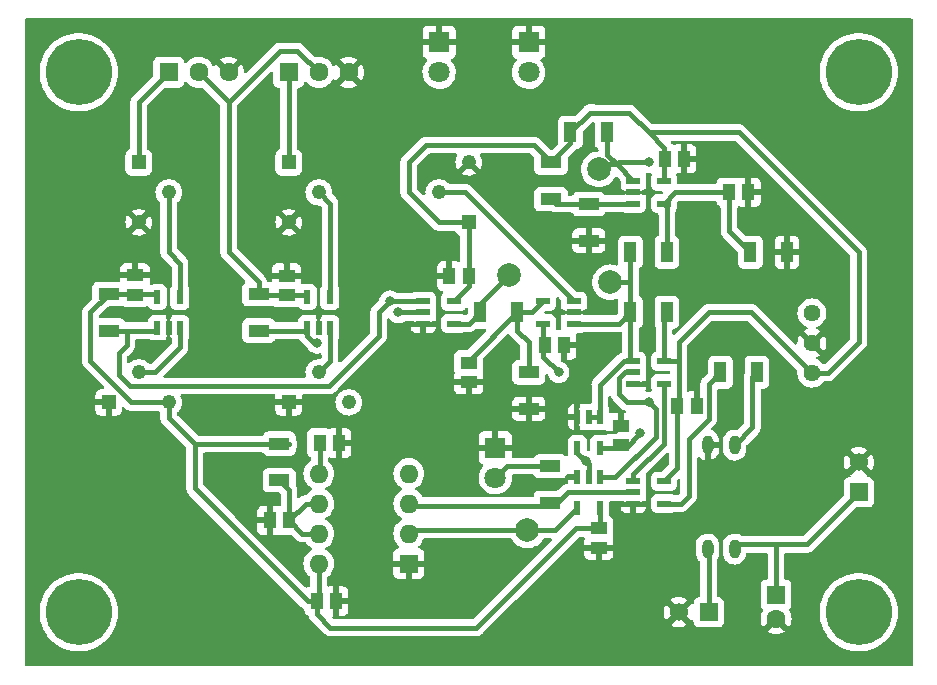
<source format=gbr>
%TF.GenerationSoftware,KiCad,Pcbnew,(6.0.8)*%
%TF.CreationDate,2023-01-11T14:23:46+01:00*%
%TF.ProjectId,BSPD,42535044-2e6b-4696-9361-645f70636258,rev?*%
%TF.SameCoordinates,Original*%
%TF.FileFunction,Copper,L1,Top*%
%TF.FilePolarity,Positive*%
%FSLAX46Y46*%
G04 Gerber Fmt 4.6, Leading zero omitted, Abs format (unit mm)*
G04 Created by KiCad (PCBNEW (6.0.8)) date 2023-01-11 14:23:46*
%MOMM*%
%LPD*%
G01*
G04 APERTURE LIST*
%TA.AperFunction,ComponentPad*%
%ADD10C,5.600000*%
%TD*%
%TA.AperFunction,SMDPad,CuDef*%
%ADD11R,0.600000X1.150000*%
%TD*%
%TA.AperFunction,SMDPad,CuDef*%
%ADD12R,1.070000X1.470000*%
%TD*%
%TA.AperFunction,SMDPad,CuDef*%
%ADD13R,1.150000X0.600000*%
%TD*%
%TA.AperFunction,ComponentPad*%
%ADD14R,1.530000X1.530000*%
%TD*%
%TA.AperFunction,ComponentPad*%
%ADD15C,1.530000*%
%TD*%
%TA.AperFunction,ComponentPad*%
%ADD16C,1.440000*%
%TD*%
%TA.AperFunction,ComponentPad*%
%ADD17R,1.217000X1.217000*%
%TD*%
%TA.AperFunction,ComponentPad*%
%ADD18C,1.217000*%
%TD*%
%TA.AperFunction,SMDPad,CuDef*%
%ADD19R,1.050000X1.800000*%
%TD*%
%TA.AperFunction,SMDPad,CuDef*%
%ADD20R,1.800000X1.050000*%
%TD*%
%TA.AperFunction,ComponentPad*%
%ADD21R,1.600000X1.600000*%
%TD*%
%TA.AperFunction,ComponentPad*%
%ADD22O,1.600000X1.600000*%
%TD*%
%TA.AperFunction,ComponentPad*%
%ADD23R,1.800000X1.800000*%
%TD*%
%TA.AperFunction,ComponentPad*%
%ADD24C,1.800000*%
%TD*%
%TA.AperFunction,SMDPad,CuDef*%
%ADD25R,1.470000X1.070000*%
%TD*%
%TA.AperFunction,SMDPad,CuDef*%
%ADD26O,0.950000X1.600000*%
%TD*%
%TA.AperFunction,SMDPad,CuDef*%
%ADD27C,2.000000*%
%TD*%
%TA.AperFunction,ComponentPad*%
%ADD28C,1.600000*%
%TD*%
%TA.AperFunction,ComponentPad*%
%ADD29R,1.610000X1.610000*%
%TD*%
%TA.AperFunction,ComponentPad*%
%ADD30C,1.610000*%
%TD*%
%TA.AperFunction,ViaPad*%
%ADD31C,0.800000*%
%TD*%
%TA.AperFunction,Conductor*%
%ADD32C,0.400000*%
%TD*%
%TA.AperFunction,Conductor*%
%ADD33C,0.250000*%
%TD*%
G04 APERTURE END LIST*
D10*
%TO.P,REF\u002A\u002A,1*%
%TO.N,N/C*%
X165100000Y-116840000D03*
%TD*%
D11*
%TO.P,G2,1,A*%
%TO.N,Del*%
X143190000Y-100300000D03*
%TO.P,G2,2,B*%
X142240000Y-100300000D03*
%TO.P,G2,3,GND*%
%TO.N,0*%
X141290000Y-100300000D03*
%TO.P,G2,4,Y*%
%TO.N,Net-(G2-Pad4)*%
X141290000Y-102900000D03*
%TO.P,G2,5,VCC*%
%TO.N,+5V*%
X143190000Y-102900000D03*
%TD*%
D12*
%TO.P,C7,1*%
%TO.N,+5V*%
X138510641Y-94192119D03*
%TO.P,C7,2*%
%TO.N,0*%
X140150641Y-94192119D03*
%TD*%
D10*
%TO.P,REF\u002A\u002A,1*%
%TO.N,N/C*%
X99060000Y-71120000D03*
%TD*%
D13*
%TO.P,G4,1,A*%
%TO.N,Del*%
X146020000Y-95570000D03*
%TO.P,G4,2,B*%
%TO.N,Trigg*%
X146020000Y-96520000D03*
%TO.P,G4,3,GND*%
%TO.N,0*%
X146020000Y-97470000D03*
%TO.P,G4,4,Y*%
%TO.N,Net-(G4-Pad4)*%
X148620000Y-97470000D03*
%TO.P,G4,5,VCC*%
%TO.N,+5V*%
X148620000Y-95570000D03*
%TD*%
D14*
%TO.P,J4,1,1*%
%TO.N,SC*%
X152400000Y-116840000D03*
D15*
%TO.P,J4,2,2*%
%TO.N,0*%
X149860000Y-116840000D03*
%TD*%
D16*
%TO.P,U1,1,+VIN*%
%TO.N,+12V*%
X161136000Y-91501500D03*
%TO.P,U1,2,GND*%
%TO.N,0*%
X161136000Y-94041500D03*
%TO.P,U1,3,+VOUT*%
%TO.N,+5V*%
X161136000Y-96581500D03*
%TD*%
D17*
%TO.P,RV5,1,CCW*%
%TO.N,0*%
X116840000Y-99060000D03*
D18*
%TO.P,RV5,2,WIPER*%
%TO.N,Net-(CP2-Pad3)*%
X119380000Y-96520000D03*
%TO.P,RV5,3,CW*%
%TO.N,+5V*%
X121920000Y-99060000D03*
%TD*%
D19*
%TO.P,R2,1*%
%TO.N,Logic out*%
X133070000Y-91440000D03*
%TO.P,R2,2*%
%TO.N,Net-(C1-Pad1)*%
X136170000Y-91440000D03*
%TD*%
D13*
%TO.P,G5,1,A*%
%TO.N,Net-(G4-Pad4)*%
X146020000Y-105730000D03*
%TO.P,G5,2,B*%
%TO.N,StayAlive*%
X146020000Y-106680000D03*
%TO.P,G5,3,GND*%
%TO.N,0*%
X146020000Y-107630000D03*
%TO.P,G5,4,Y*%
%TO.N,BSPDE*%
X148620000Y-107630000D03*
%TO.P,G5,5,VCC*%
%TO.N,+5V*%
X148620000Y-105730000D03*
%TD*%
D20*
%TO.P,R4,1*%
%TO.N,+5V*%
X139052725Y-78749257D03*
%TO.P,R4,2*%
%TO.N,Net-(CP4-Pad3)*%
X139052725Y-81849257D03*
%TD*%
D21*
%TO.P,TI1,1,GND*%
%TO.N,0*%
X127008945Y-112718181D03*
D22*
%TO.P,TI1,2,TRIGGER*%
%TO.N,Trigg Signal*%
X127008945Y-110178181D03*
%TO.P,TI1,3,OUTPUT*%
%TO.N,StayAlive*%
X127008945Y-107638181D03*
%TO.P,TI1,4,RESET*%
%TO.N,Net-(G2-Pad4)*%
X127008945Y-105098181D03*
%TO.P,TI1,5,CONTROL_VOLTAGE*%
%TO.N,Net-(C3-Pad2)*%
X119388945Y-105098181D03*
%TO.P,TI1,6,THRESHOLD*%
%TO.N,Net-(C4-Pad1)*%
X119388945Y-107638181D03*
%TO.P,TI1,7,DISCHARGE*%
X119388945Y-110178181D03*
%TO.P,TI1,8,+VCC*%
%TO.N,+5V*%
X119388945Y-112718181D03*
%TD*%
D23*
%TO.P,D1,1,K*%
%TO.N,0*%
X134330177Y-102896180D03*
D24*
%TO.P,D1,2,A*%
%TO.N,Net-(D1-Pad2)*%
X134330177Y-105436180D03*
%TD*%
D11*
%TO.P,G3,1,A*%
%TO.N,Trigg*%
X143190000Y-105380000D03*
%TO.P,G3,2,B*%
%TO.N,Net-(G2-Pad4)*%
X142240000Y-105380000D03*
%TO.P,G3,3,GND*%
%TO.N,0*%
X141290000Y-105380000D03*
%TO.P,G3,4,Y*%
%TO.N,Trigg Signal*%
X141290000Y-107980000D03*
%TO.P,G3,5,VCC*%
%TO.N,+5V*%
X143190000Y-107980000D03*
%TD*%
%TO.P,CP1,1,OUT*%
%TO.N,Net-(CP1-Pad1)*%
X105730000Y-92740000D03*
%TO.P,CP1,2,VCC-*%
%TO.N,0*%
X106680000Y-92740000D03*
%TO.P,CP1,3,IN-*%
%TO.N,Net-(CP1-Pad3)*%
X107630000Y-92740000D03*
%TO.P,CP1,4,IN+*%
%TO.N,Net-(CP1-Pad4)*%
X107630000Y-90140000D03*
%TO.P,CP1,5,VCC+*%
%TO.N,+5V*%
X105730000Y-90140000D03*
%TD*%
D25*
%TO.P,C10,1*%
%TO.N,+5V*%
X144996793Y-102678091D03*
%TO.P,C10,2*%
%TO.N,0*%
X144996793Y-101038091D03*
%TD*%
%TO.P,C14,1*%
%TO.N,+5V*%
X103826525Y-89941713D03*
%TO.P,C14,2*%
%TO.N,0*%
X103826525Y-88301713D03*
%TD*%
D19*
%TO.P,R7,1*%
%TO.N,Del*%
X145770000Y-86360000D03*
%TO.P,R7,2*%
%TO.N,Net-(C2-Pad1)*%
X148870000Y-86360000D03*
%TD*%
D12*
%TO.P,C13,1*%
%TO.N,+5V*%
X149745317Y-99377893D03*
%TO.P,C13,2*%
%TO.N,0*%
X151385317Y-99377893D03*
%TD*%
D26*
%TO.P,K1,1,+_CONTROL*%
%TO.N,Net-(K1-Pad1)*%
X154589465Y-102681097D03*
%TO.P,K1,2,-_CONTROL*%
%TO.N,0*%
X152303465Y-102681097D03*
%TO.P,K1,3,LOAD_1*%
%TO.N,SC*%
X152303465Y-111481097D03*
%TO.P,K1,4,LOAD_2*%
%TO.N,+12V*%
X154589465Y-111481097D03*
%TD*%
D27*
%TO.P,TP3,1,1*%
%TO.N,Del*%
X144055444Y-88887924D03*
%TD*%
D10*
%TO.P,REF\u002A\u002A,1*%
%TO.N,N/C*%
X165100000Y-71120000D03*
%TD*%
D17*
%TO.P,RV1,1,CCW*%
%TO.N,Current Sensor IN*%
X104140000Y-78740000D03*
D18*
%TO.P,RV1,2,WIPER*%
%TO.N,Net-(CP1-Pad4)*%
X106680000Y-81280000D03*
%TO.P,RV1,3,CW*%
%TO.N,0*%
X104140000Y-83820000D03*
%TD*%
D17*
%TO.P,RV4,1,CCW*%
%TO.N,0*%
X101600000Y-99060000D03*
D18*
%TO.P,RV4,2,WIPER*%
%TO.N,Net-(CP1-Pad3)*%
X104140000Y-96520000D03*
%TO.P,RV4,3,CW*%
%TO.N,+5V*%
X106680000Y-99060000D03*
%TD*%
D19*
%TO.P,R8,1*%
%TO.N,0*%
X159030000Y-86360000D03*
%TO.P,R8,2*%
%TO.N,Net-(C2-Pad1)*%
X155930000Y-86360000D03*
%TD*%
D12*
%TO.P,C11,1*%
%TO.N,+5V*%
X148666660Y-78426525D03*
%TO.P,C11,2*%
%TO.N,0*%
X150306660Y-78426525D03*
%TD*%
D19*
%TO.P,R1,1*%
%TO.N,Del*%
X145770000Y-91440000D03*
%TO.P,R1,2*%
%TO.N,+5V*%
X148870000Y-91440000D03*
%TD*%
D12*
%TO.P,C2,1*%
%TO.N,Net-(C2-Pad1)*%
X154120000Y-81280000D03*
%TO.P,C2,2*%
%TO.N,0*%
X155760000Y-81280000D03*
%TD*%
D17*
%TO.P,RV2,1,CCW*%
%TO.N,BPS Signal*%
X116840000Y-78740000D03*
D18*
%TO.P,RV2,2,WIPER*%
%TO.N,Net-(CP2-Pad4)*%
X119380000Y-81280000D03*
%TO.P,RV2,3,CW*%
%TO.N,0*%
X116840000Y-83820000D03*
%TD*%
D20*
%TO.P,R11,1*%
%TO.N,Net-(C4-Pad1)*%
X116054103Y-105661595D03*
%TO.P,R11,2*%
%TO.N,+5V*%
X116054103Y-102561595D03*
%TD*%
D10*
%TO.P,REF\u002A\u002A,1*%
%TO.N,N/C*%
X99060000Y-116840000D03*
%TD*%
D23*
%TO.P,D2,1,K*%
%TO.N,0*%
X137160000Y-68580000D03*
D24*
%TO.P,D2,2,A*%
%TO.N,Net-(CP2-Pad1)*%
X137160000Y-71120000D03*
%TD*%
D14*
%TO.P,J3,1,1*%
%TO.N,+12V*%
X165100000Y-106680000D03*
D15*
%TO.P,J3,2,2*%
%TO.N,0*%
X165100000Y-104140000D03*
%TD*%
D19*
%TO.P,R12,1*%
%TO.N,Net-(K1-Pad1)*%
X156490000Y-96520000D03*
%TO.P,R12,2*%
%TO.N,BSPDE*%
X153390000Y-96520000D03*
%TD*%
D23*
%TO.P,D3,1,K*%
%TO.N,0*%
X129579341Y-68580000D03*
D24*
%TO.P,D3,2,A*%
%TO.N,Net-(CP1-Pad1)*%
X129579341Y-71120000D03*
%TD*%
D20*
%TO.P,R14,1*%
%TO.N,Net-(D1-Pad2)*%
X138991482Y-104461767D03*
%TO.P,R14,2*%
%TO.N,StayAlive*%
X138991482Y-107561767D03*
%TD*%
D12*
%TO.P,C6,1*%
%TO.N,+5V*%
X119216769Y-115893642D03*
%TO.P,C6,2*%
%TO.N,0*%
X120856769Y-115893642D03*
%TD*%
D27*
%TO.P,TP1,1,1*%
%TO.N,Trigg Signal*%
X137051316Y-109908327D03*
%TD*%
D20*
%TO.P,R3,1*%
%TO.N,0*%
X137160000Y-99620000D03*
%TO.P,R3,2*%
%TO.N,Net-(C1-Pad1)*%
X137160000Y-96520000D03*
%TD*%
D19*
%TO.P,R6,1*%
%TO.N,Trigg*%
X143790000Y-76200000D03*
%TO.P,R6,2*%
%TO.N,+5V*%
X140690000Y-76200000D03*
%TD*%
D21*
%TO.P,C5,1*%
%TO.N,+12V*%
X158103366Y-115370154D03*
D28*
%TO.P,C5,2*%
%TO.N,0*%
X158103366Y-117370154D03*
%TD*%
D25*
%TO.P,C12,1*%
%TO.N,+5V*%
X116657137Y-89974906D03*
%TO.P,C12,2*%
%TO.N,0*%
X116657137Y-88334906D03*
%TD*%
D29*
%TO.P,J2,1,1*%
%TO.N,BPS Signal*%
X116840000Y-71120000D03*
D30*
%TO.P,J2,2,2*%
%TO.N,+5V*%
X119380000Y-71120000D03*
%TO.P,J2,3,3*%
%TO.N,0*%
X121920000Y-71120000D03*
%TD*%
D13*
%TO.P,CP3,1,OUT*%
%TO.N,Del*%
X141000000Y-92390000D03*
%TO.P,CP3,2,VCC-*%
%TO.N,0*%
X141000000Y-91440000D03*
%TO.P,CP3,3,IN-*%
%TO.N,Net-(CP3-Pad3)*%
X141000000Y-90490000D03*
%TO.P,CP3,4,IN+*%
%TO.N,Net-(C1-Pad1)*%
X138400000Y-90490000D03*
%TO.P,CP3,5,VCC+*%
%TO.N,+5V*%
X138400000Y-92390000D03*
%TD*%
D12*
%TO.P,C8,1*%
%TO.N,+5V*%
X132070780Y-88369796D03*
%TO.P,C8,2*%
%TO.N,0*%
X130430780Y-88369796D03*
%TD*%
D17*
%TO.P,RV3,1,CCW*%
%TO.N,+5V*%
X132080000Y-83820000D03*
D18*
%TO.P,RV3,2,WIPER*%
%TO.N,Net-(CP3-Pad3)*%
X129540000Y-81280000D03*
%TO.P,RV3,3,CW*%
%TO.N,0*%
X132080000Y-78740000D03*
%TD*%
D12*
%TO.P,C4,1*%
%TO.N,Net-(C4-Pad1)*%
X116861316Y-109064947D03*
%TO.P,C4,2*%
%TO.N,0*%
X115221316Y-109064947D03*
%TD*%
D13*
%TO.P,CP4,1,OUT*%
%TO.N,Trigg*%
X146020000Y-80330000D03*
%TO.P,CP4,2,VCC-*%
%TO.N,0*%
X146020000Y-81280000D03*
%TO.P,CP4,3,IN-*%
%TO.N,Net-(CP4-Pad3)*%
X146020000Y-82230000D03*
%TO.P,CP4,4,IN+*%
%TO.N,Net-(C2-Pad1)*%
X148620000Y-82230000D03*
%TO.P,CP4,5,VCC+*%
%TO.N,+5V*%
X148620000Y-80330000D03*
%TD*%
D20*
%TO.P,R10,1*%
%TO.N,Net-(CP2-Pad1)*%
X114300000Y-92990000D03*
%TO.P,R10,2*%
%TO.N,+5V*%
X114300000Y-89890000D03*
%TD*%
D25*
%TO.P,C1,1*%
%TO.N,Net-(C1-Pad1)*%
X132080000Y-95700000D03*
%TO.P,C1,2*%
%TO.N,0*%
X132080000Y-97340000D03*
%TD*%
D20*
%TO.P,R9,1*%
%TO.N,Net-(CP1-Pad1)*%
X101600000Y-92990000D03*
%TO.P,R9,2*%
%TO.N,+5V*%
X101600000Y-89890000D03*
%TD*%
D13*
%TO.P,G1,1,A*%
%TO.N,Net-(CP1-Pad1)*%
X128240000Y-90490000D03*
%TO.P,G1,2,B*%
%TO.N,Net-(CP2-Pad1)*%
X128240000Y-91440000D03*
%TO.P,G1,3,GND*%
%TO.N,0*%
X128240000Y-92390000D03*
%TO.P,G1,4,Y*%
%TO.N,Logic out*%
X130840000Y-92390000D03*
%TO.P,G1,5,VCC*%
%TO.N,+5V*%
X130840000Y-90490000D03*
%TD*%
D29*
%TO.P,J1,1,1*%
%TO.N,Current Sensor IN*%
X106680000Y-71120000D03*
D30*
%TO.P,J1,2,2*%
%TO.N,+5V*%
X109220000Y-71120000D03*
%TO.P,J1,3,3*%
%TO.N,0*%
X111760000Y-71120000D03*
%TD*%
D27*
%TO.P,TP4,1,1*%
%TO.N,Logic out*%
X135489466Y-88320355D03*
%TD*%
D11*
%TO.P,CP2,1,OUT*%
%TO.N,Net-(CP2-Pad1)*%
X118430000Y-92740000D03*
%TO.P,CP2,2,VCC-*%
%TO.N,0*%
X119380000Y-92740000D03*
%TO.P,CP2,3,IN-*%
%TO.N,Net-(CP2-Pad3)*%
X120330000Y-92740000D03*
%TO.P,CP2,4,IN+*%
%TO.N,Net-(CP2-Pad4)*%
X120330000Y-90140000D03*
%TO.P,CP2,5,VCC+*%
%TO.N,+5V*%
X118430000Y-90140000D03*
%TD*%
D27*
%TO.P,TP2,1,1*%
%TO.N,Trigg*%
X143095409Y-79329644D03*
%TD*%
D25*
%TO.P,C9,1*%
%TO.N,+5V*%
X143081373Y-109735008D03*
%TO.P,C9,2*%
%TO.N,0*%
X143081373Y-111375008D03*
%TD*%
D12*
%TO.P,C3,1*%
%TO.N,0*%
X121101379Y-102505323D03*
%TO.P,C3,2*%
%TO.N,Net-(C3-Pad2)*%
X119461379Y-102505323D03*
%TD*%
D20*
%TO.P,R5,1*%
%TO.N,Net-(CP4-Pad3)*%
X142240000Y-82270000D03*
%TO.P,R5,2*%
%TO.N,0*%
X142240000Y-85370000D03*
%TD*%
D31*
%TO.N,Net-(CP1-Pad1)*%
X125410000Y-90490000D03*
%TO.N,+5V*%
X146595500Y-101692134D03*
X139700000Y-96520000D03*
%TO.N,Net-(CP2-Pad1)*%
X119251221Y-94028303D03*
X126133745Y-91453326D03*
%TO.N,Trigg*%
X147320000Y-99060000D03*
X147320000Y-78740000D03*
%TO.N,Net-(G2-Pad4)*%
X141991185Y-104052914D03*
%TD*%
D32*
%TO.N,Net-(C1-Pad1)*%
X137160000Y-93980000D02*
X137160000Y-96520000D01*
X137450000Y-91440000D02*
X138400000Y-90490000D01*
X136170000Y-91440000D02*
X136170000Y-92990000D01*
X136170000Y-92990000D02*
X137160000Y-93980000D01*
X136170000Y-91440000D02*
X137450000Y-91440000D01*
X136170000Y-91440000D02*
X132080000Y-95530000D01*
D33*
%TO.N,0*%
X144434884Y-101600000D02*
X142240000Y-101600000D01*
X144996793Y-101038091D02*
X144434884Y-101600000D01*
D32*
%TO.N,Net-(C2-Pad1)*%
X154120000Y-81280000D02*
X154120000Y-84550000D01*
X154120000Y-81280000D02*
X149570000Y-81280000D01*
X149570000Y-81280000D02*
X148620000Y-82230000D01*
X148870000Y-86360000D02*
X148870000Y-82480000D01*
X148870000Y-82480000D02*
X148620000Y-82230000D01*
X154120000Y-84550000D02*
X155930000Y-86360000D01*
%TO.N,Net-(C3-Pad2)*%
X119461379Y-102505323D02*
X119461379Y-105025747D01*
X119461379Y-105025747D02*
X119388945Y-105098181D01*
%TO.N,Net-(C4-Pad1)*%
X119388945Y-107638181D02*
X118288082Y-107638181D01*
X116861316Y-109064947D02*
X116861316Y-106468808D01*
X116861316Y-106468808D02*
X116054103Y-105661595D01*
X118288082Y-107638181D02*
X116861316Y-109064947D01*
X119388945Y-110178181D02*
X117974550Y-110178181D01*
X117974550Y-110178181D02*
X116861316Y-109064947D01*
%TO.N,Net-(CP1-Pad1)*%
X103150000Y-92990000D02*
X105480000Y-92990000D01*
X101600000Y-92990000D02*
X103150000Y-92990000D01*
X124460000Y-93445000D02*
X124460000Y-91440000D01*
X103150000Y-92990000D02*
X103150000Y-94179002D01*
X102449431Y-96723694D02*
X103393981Y-97668244D01*
X120236756Y-97668244D02*
X124460000Y-93445000D01*
X103150000Y-94179002D02*
X102449431Y-94879571D01*
X102449431Y-94879571D02*
X102449431Y-96723694D01*
X125410000Y-90490000D02*
X128240000Y-90490000D01*
X124460000Y-91440000D02*
X125410000Y-90490000D01*
X103393981Y-97668244D02*
X120236756Y-97668244D01*
X105480000Y-92990000D02*
X105730000Y-92740000D01*
%TO.N,Net-(CP1-Pad3)*%
X107630000Y-94372683D02*
X107630000Y-92740000D01*
X105482683Y-96520000D02*
X107630000Y-94372683D01*
X104140000Y-96520000D02*
X105482683Y-96520000D01*
%TO.N,Net-(CP1-Pad4)*%
X106680000Y-81280000D02*
X106680000Y-86360000D01*
X106680000Y-86360000D02*
X107630000Y-87310000D01*
X107630000Y-87310000D02*
X107630000Y-90140000D01*
%TO.N,+5V*%
X128457161Y-77282839D02*
X127000000Y-78740000D01*
X116840000Y-102590000D02*
X108889831Y-102590000D01*
X146595500Y-101692134D02*
X145387634Y-102900000D01*
X114300000Y-88900000D02*
X111760000Y-86360000D01*
X119388945Y-112718181D02*
X119388945Y-115721466D01*
X140690000Y-76200000D02*
X142355167Y-74534833D01*
X114384906Y-89974906D02*
X118264906Y-89974906D01*
X149860000Y-93980000D02*
X152400000Y-91440000D01*
X101600000Y-89890000D02*
X100050000Y-91440000D01*
X100050000Y-91440000D02*
X100050000Y-95583663D01*
X129540000Y-83820000D02*
X132080000Y-83820000D01*
X139052725Y-78749257D02*
X140690000Y-77111982D01*
X154940000Y-76200000D02*
X165100000Y-86360000D01*
X132080000Y-83820000D02*
X132080000Y-89250000D01*
X142563397Y-74534833D02*
X142584865Y-74556301D01*
X152400000Y-91440000D02*
X155994500Y-91440000D01*
X119216769Y-115893642D02*
X118433642Y-115893642D01*
X137586307Y-77282839D02*
X128457161Y-77282839D01*
X127000000Y-81280000D02*
X129540000Y-83820000D01*
X119388945Y-115721466D02*
X119216769Y-115893642D01*
X148620000Y-77500000D02*
X148620000Y-80330000D01*
X132740444Y-118127746D02*
X120379223Y-118127746D01*
X105480000Y-89890000D02*
X105730000Y-90140000D01*
X147320000Y-76200000D02*
X154940000Y-76200000D01*
X143081373Y-109735008D02*
X141133182Y-109735008D01*
X149879807Y-95569251D02*
X148910749Y-95569251D01*
X138400000Y-95220000D02*
X138400000Y-92390000D01*
X108889831Y-106349831D02*
X108889831Y-102590000D01*
X165100000Y-93980000D02*
X162498500Y-96581500D01*
X149860000Y-99263210D02*
X149860000Y-93980000D01*
X106680000Y-100380169D02*
X108889831Y-102590000D01*
X127000000Y-78740000D02*
X127000000Y-81280000D01*
X148620000Y-95570000D02*
X148620000Y-91690000D01*
X117568995Y-69308995D02*
X119380000Y-71120000D01*
X142355167Y-74534833D02*
X142563397Y-74534833D01*
X118433642Y-115893642D02*
X108889831Y-106349831D01*
X143190000Y-107980000D02*
X143190000Y-109626381D01*
X103526337Y-99060000D02*
X106680000Y-99060000D01*
X132080000Y-89250000D02*
X130840000Y-90490000D01*
X120379223Y-118127746D02*
X119216769Y-116965292D01*
X111760000Y-73660000D02*
X116111005Y-69308995D01*
X140690000Y-77111982D02*
X140690000Y-76200000D01*
X155994500Y-91440000D02*
X161136000Y-96581500D01*
X139700000Y-96520000D02*
X138400000Y-95220000D01*
X145387634Y-102900000D02*
X143190000Y-102900000D01*
X139052725Y-78749257D02*
X137586307Y-77282839D01*
X145676301Y-74556301D02*
X147320000Y-76200000D01*
X119216769Y-116965292D02*
X119216769Y-115893642D01*
X165100000Y-86360000D02*
X165100000Y-93980000D01*
X148620000Y-105730000D02*
X149735532Y-104614468D01*
X147320000Y-76200000D02*
X148620000Y-77500000D01*
X114300000Y-89890000D02*
X114384906Y-89974906D01*
X118264906Y-89974906D02*
X118430000Y-90140000D01*
X141133182Y-109735008D02*
X132740444Y-118127746D01*
X100050000Y-95583663D02*
X103526337Y-99060000D01*
X116111005Y-69308995D02*
X117568995Y-69308995D01*
X114300000Y-89890000D02*
X114300000Y-88900000D01*
X101600000Y-89890000D02*
X105480000Y-89890000D01*
X162498500Y-96581500D02*
X161136000Y-96581500D01*
X106680000Y-99060000D02*
X106680000Y-100380169D01*
X142584865Y-74556301D02*
X145676301Y-74556301D01*
X111760000Y-73660000D02*
X109220000Y-71120000D01*
X118231610Y-89941610D02*
X118430000Y-90140000D01*
X149735532Y-104614468D02*
X149735532Y-99387678D01*
X111760000Y-86360000D02*
X111760000Y-73660000D01*
%TO.N,Net-(CP2-Pad1)*%
X114300000Y-92990000D02*
X118180000Y-92990000D01*
X128240000Y-91440000D02*
X126147071Y-91440000D01*
X119251221Y-94028303D02*
X118993303Y-94028303D01*
X118430000Y-93465000D02*
X118430000Y-92740000D01*
X126147071Y-91440000D02*
X126133745Y-91453326D01*
X118993303Y-94028303D02*
X118430000Y-93465000D01*
X118180000Y-92990000D02*
X118430000Y-92740000D01*
%TO.N,Net-(CP2-Pad3)*%
X120330000Y-95570000D02*
X120330000Y-92740000D01*
X119380000Y-96520000D02*
X120330000Y-95570000D01*
%TO.N,Net-(CP2-Pad4)*%
X120330000Y-82230000D02*
X119380000Y-81280000D01*
X120330000Y-90140000D02*
X120330000Y-82230000D01*
%TO.N,Del*%
X146020000Y-95570000D02*
X145195000Y-95570000D01*
X145195000Y-95570000D02*
X143190000Y-97575000D01*
X143190000Y-97575000D02*
X143190000Y-100300000D01*
X144820000Y-92390000D02*
X145770000Y-91440000D01*
X145770000Y-95320000D02*
X146020000Y-95570000D01*
X145770000Y-88936453D02*
X145770000Y-86360000D01*
X142240000Y-100300000D02*
X143190000Y-100300000D01*
X145721471Y-88887924D02*
X145770000Y-88936453D01*
X144055444Y-88887924D02*
X145721471Y-88887924D01*
X145770000Y-91440000D02*
X145770000Y-95320000D01*
X141000000Y-92390000D02*
X144820000Y-92390000D01*
X145770000Y-91440000D02*
X145770000Y-88936453D01*
%TO.N,Net-(CP3-Pad3)*%
X131790000Y-81280000D02*
X141000000Y-90490000D01*
X129540000Y-81280000D02*
X131790000Y-81280000D01*
%TO.N,Trigg*%
X147907694Y-101962277D02*
X144489971Y-105380000D01*
X144489971Y-105380000D02*
X143190000Y-105380000D01*
X144605000Y-78915000D02*
X146020000Y-80330000D01*
X144832139Y-98393394D02*
X145498745Y-99060000D01*
X147907694Y-99647694D02*
X147907694Y-101962277D01*
X146020000Y-96520000D02*
X145295000Y-96520000D01*
X147320000Y-99060000D02*
X147907694Y-99647694D01*
X145498745Y-99060000D02*
X147320000Y-99060000D01*
X144605000Y-78915000D02*
X144780000Y-78740000D01*
X143790000Y-76200000D02*
X143790000Y-78100000D01*
X145295000Y-96520000D02*
X144832139Y-96982861D01*
X143510053Y-78915000D02*
X144605000Y-78915000D01*
X144832139Y-96982861D02*
X144832139Y-98393394D01*
X143790000Y-78100000D02*
X144605000Y-78915000D01*
X144780000Y-78740000D02*
X147320000Y-78740000D01*
%TO.N,Net-(CP4-Pad3)*%
X139473468Y-82270000D02*
X139052725Y-81849257D01*
X142240000Y-82270000D02*
X139473468Y-82270000D01*
X146020000Y-82230000D02*
X142280000Y-82230000D01*
%TO.N,Logic out*%
X135489466Y-88320355D02*
X133070000Y-90739821D01*
X130840000Y-92390000D02*
X132120000Y-92390000D01*
X132120000Y-92390000D02*
X133070000Y-91440000D01*
%TO.N,Net-(G2-Pad4)*%
X141991185Y-104052914D02*
X141290000Y-103351729D01*
X141290000Y-103351729D02*
X141290000Y-102900000D01*
X142240000Y-104301729D02*
X142240000Y-105380000D01*
X141991185Y-104052914D02*
X142240000Y-104301729D01*
%TO.N,Trigg Signal*%
X139415000Y-109855000D02*
X127332126Y-109855000D01*
X127332126Y-109855000D02*
X127008945Y-110178181D01*
X141290000Y-107980000D02*
X139415000Y-109855000D01*
%TO.N,Net-(G4-Pad4)*%
X146020000Y-105155000D02*
X146020000Y-105730000D01*
X148620000Y-102555000D02*
X146020000Y-105155000D01*
X148620000Y-97470000D02*
X148620000Y-102555000D01*
%TO.N,StayAlive*%
X140472763Y-106680000D02*
X139341684Y-107811079D01*
X146020000Y-106680000D02*
X140472763Y-106680000D01*
X139341684Y-107811079D02*
X127181843Y-107811079D01*
X127181843Y-107811079D02*
X127008945Y-107638181D01*
%TO.N,BSPDE*%
X152400000Y-100484434D02*
X150705635Y-102178799D01*
X150705635Y-106959365D02*
X150035000Y-107630000D01*
X150035000Y-107630000D02*
X148620000Y-107630000D01*
X150705635Y-102178799D02*
X150705635Y-106959365D01*
X152400000Y-97510000D02*
X152400000Y-100484434D01*
X153390000Y-96520000D02*
X152400000Y-97510000D01*
%TO.N,Current Sensor IN*%
X104140000Y-73660000D02*
X104140000Y-78740000D01*
X106680000Y-71120000D02*
X104140000Y-73660000D01*
%TO.N,BPS Signal*%
X116840000Y-71120000D02*
X116840000Y-78740000D01*
%TO.N,+12V*%
X158103366Y-115370154D02*
X158103366Y-111136634D01*
X164921734Y-106501734D02*
X165100000Y-106680000D01*
X160700000Y-111080000D02*
X165100000Y-106680000D01*
X154990562Y-111080000D02*
X158160000Y-111080000D01*
X154589465Y-111481097D02*
X154990562Y-111080000D01*
X158103366Y-111136634D02*
X158160000Y-111080000D01*
X158160000Y-111080000D02*
X160700000Y-111080000D01*
%TO.N,SC*%
X152303465Y-111481097D02*
X152400000Y-111577632D01*
X152400000Y-111577632D02*
X152400000Y-116840000D01*
%TO.N,Net-(K1-Pad1)*%
X156083000Y-96927000D02*
X156490000Y-96520000D01*
X156083000Y-101187562D02*
X156083000Y-96927000D01*
X154589465Y-102681097D02*
X156083000Y-101187562D01*
%TO.N,Net-(D1-Pad2)*%
X135304590Y-104461767D02*
X134330177Y-105436180D01*
X138991482Y-104461767D02*
X135304590Y-104461767D01*
%TD*%
%TA.AperFunction,Conductor*%
%TO.N,0*%
G36*
X169613621Y-66568502D02*
G01*
X169660114Y-66622158D01*
X169671500Y-66674500D01*
X169671500Y-121285500D01*
X169651498Y-121353621D01*
X169597842Y-121400114D01*
X169545500Y-121411500D01*
X94614500Y-121411500D01*
X94546379Y-121391498D01*
X94499886Y-121337842D01*
X94488500Y-121285500D01*
X94488500Y-116828434D01*
X95746661Y-116828434D01*
X95746833Y-116831829D01*
X95746833Y-116831830D01*
X95764620Y-117182945D01*
X95764792Y-117186340D01*
X95765329Y-117189695D01*
X95765330Y-117189701D01*
X95788542Y-117334620D01*
X95821470Y-117540195D01*
X95916033Y-117885859D01*
X96047374Y-118219288D01*
X96078151Y-118277909D01*
X96196896Y-118504085D01*
X96213957Y-118536582D01*
X96215858Y-118539411D01*
X96215864Y-118539421D01*
X96361895Y-118756736D01*
X96413834Y-118834029D01*
X96644665Y-119108150D01*
X96903751Y-119355738D01*
X97188061Y-119573897D01*
X97220056Y-119593350D01*
X97491355Y-119758303D01*
X97491360Y-119758306D01*
X97494270Y-119760075D01*
X97497358Y-119761521D01*
X97497357Y-119761521D01*
X97815710Y-119910649D01*
X97815720Y-119910653D01*
X97818794Y-119912093D01*
X97822012Y-119913195D01*
X97822015Y-119913196D01*
X98154615Y-120027071D01*
X98154623Y-120027073D01*
X98157838Y-120028174D01*
X98507435Y-120106959D01*
X98559728Y-120112917D01*
X98860114Y-120147142D01*
X98860122Y-120147142D01*
X98863497Y-120147527D01*
X98866901Y-120147545D01*
X98866904Y-120147545D01*
X99061227Y-120148562D01*
X99221857Y-120149403D01*
X99225243Y-120149053D01*
X99225245Y-120149053D01*
X99574932Y-120112917D01*
X99574941Y-120112916D01*
X99578324Y-120112566D01*
X99581657Y-120111852D01*
X99581660Y-120111851D01*
X99754186Y-120074864D01*
X99928727Y-120037446D01*
X100268968Y-119924922D01*
X100595066Y-119776311D01*
X100689052Y-119720506D01*
X100900262Y-119595099D01*
X100900267Y-119595096D01*
X100903207Y-119593350D01*
X101189786Y-119378180D01*
X101451451Y-119133319D01*
X101685140Y-118861630D01*
X101825481Y-118657432D01*
X101886190Y-118569101D01*
X101886195Y-118569094D01*
X101888120Y-118566292D01*
X101889732Y-118563298D01*
X101889737Y-118563290D01*
X102056395Y-118253772D01*
X102058017Y-118250760D01*
X102192842Y-117918724D01*
X102197640Y-117901883D01*
X102250785Y-117715316D01*
X102291020Y-117574070D01*
X102297477Y-117536294D01*
X102350829Y-117224175D01*
X102350829Y-117224173D01*
X102351401Y-117220828D01*
X102352138Y-117208790D01*
X102373168Y-116864928D01*
X102373278Y-116863131D01*
X102373316Y-116852265D01*
X102373353Y-116841819D01*
X102373353Y-116841806D01*
X102373359Y-116840000D01*
X102353979Y-116482159D01*
X102296066Y-116128505D01*
X102200297Y-115783173D01*
X102198664Y-115779068D01*
X102069052Y-115453369D01*
X102067793Y-115450205D01*
X102037768Y-115393498D01*
X101901702Y-115136513D01*
X101901698Y-115136506D01*
X101900103Y-115133494D01*
X101699190Y-114836746D01*
X101659850Y-114790357D01*
X101552852Y-114664190D01*
X101467403Y-114563432D01*
X101235154Y-114343037D01*
X101209921Y-114319091D01*
X101209920Y-114319090D01*
X101207454Y-114316750D01*
X100955648Y-114124925D01*
X100925091Y-114101647D01*
X100925089Y-114101646D01*
X100922384Y-114099585D01*
X100919472Y-114097828D01*
X100919467Y-114097825D01*
X100618443Y-113916236D01*
X100618437Y-113916233D01*
X100615528Y-113914478D01*
X100290475Y-113763593D01*
X100120752Y-113706145D01*
X99954255Y-113649789D01*
X99954250Y-113649788D01*
X99951028Y-113648697D01*
X99752681Y-113604724D01*
X99604493Y-113571871D01*
X99604487Y-113571870D01*
X99601158Y-113571132D01*
X99597769Y-113570758D01*
X99597764Y-113570757D01*
X99248338Y-113532180D01*
X99248333Y-113532180D01*
X99244957Y-113531807D01*
X99241558Y-113531801D01*
X99241557Y-113531801D01*
X99072080Y-113531505D01*
X98886592Y-113531182D01*
X98773413Y-113543277D01*
X98533639Y-113568901D01*
X98533631Y-113568902D01*
X98530256Y-113569263D01*
X98180117Y-113645606D01*
X97840271Y-113759317D01*
X97837178Y-113760739D01*
X97837177Y-113760740D01*
X97714994Y-113816938D01*
X97514694Y-113909066D01*
X97511760Y-113910822D01*
X97511758Y-113910823D01*
X97249876Y-114067556D01*
X97207193Y-114093101D01*
X97204467Y-114095163D01*
X97204465Y-114095164D01*
X97047240Y-114214073D01*
X96921367Y-114309270D01*
X96918882Y-114311612D01*
X96918877Y-114311616D01*
X96897398Y-114331857D01*
X96660559Y-114555043D01*
X96427819Y-114827546D01*
X96425900Y-114830358D01*
X96425897Y-114830363D01*
X96374988Y-114904993D01*
X96225871Y-115123591D01*
X96057077Y-115439714D01*
X95923411Y-115772218D01*
X95922491Y-115775492D01*
X95922489Y-115775497D01*
X95867103Y-115972540D01*
X95826437Y-116117213D01*
X95825875Y-116120570D01*
X95825875Y-116120571D01*
X95768946Y-116460770D01*
X95767290Y-116470663D01*
X95746661Y-116828434D01*
X94488500Y-116828434D01*
X94488500Y-99713169D01*
X100483501Y-99713169D01*
X100483871Y-99719990D01*
X100489395Y-99770852D01*
X100493021Y-99786104D01*
X100538176Y-99906554D01*
X100546714Y-99922149D01*
X100623215Y-100024224D01*
X100635776Y-100036785D01*
X100737851Y-100113286D01*
X100753446Y-100121824D01*
X100873894Y-100166978D01*
X100889149Y-100170605D01*
X100940014Y-100176131D01*
X100946828Y-100176500D01*
X101327885Y-100176500D01*
X101343124Y-100172025D01*
X101344329Y-100170635D01*
X101346000Y-100162952D01*
X101346000Y-99332115D01*
X101341525Y-99316876D01*
X101340135Y-99315671D01*
X101332452Y-99314000D01*
X100501616Y-99314000D01*
X100486377Y-99318475D01*
X100485172Y-99319865D01*
X100483501Y-99327548D01*
X100483501Y-99713169D01*
X94488500Y-99713169D01*
X94488500Y-95621015D01*
X99337275Y-95621015D01*
X99338580Y-95628492D01*
X99338580Y-95628493D01*
X99348261Y-95683962D01*
X99349223Y-95690484D01*
X99356898Y-95753905D01*
X99359581Y-95761006D01*
X99360222Y-95763615D01*
X99364685Y-95779925D01*
X99365450Y-95782461D01*
X99366757Y-95789947D01*
X99390773Y-95844655D01*
X99392442Y-95848458D01*
X99394933Y-95854562D01*
X99417513Y-95914319D01*
X99421817Y-95920582D01*
X99423054Y-95922948D01*
X99431299Y-95937760D01*
X99432632Y-95940014D01*
X99435685Y-95946968D01*
X99466952Y-95987714D01*
X99474579Y-95997654D01*
X99478459Y-96002995D01*
X99510339Y-96049383D01*
X99510344Y-96049388D01*
X99514643Y-96055644D01*
X99520313Y-96060695D01*
X99520314Y-96060697D01*
X99548258Y-96085594D01*
X99560194Y-96096228D01*
X99561170Y-96097098D01*
X99566446Y-96102079D01*
X101192773Y-97728406D01*
X101226799Y-97790718D01*
X101221734Y-97861533D01*
X101179187Y-97918369D01*
X101112667Y-97943180D01*
X101103678Y-97943501D01*
X100946831Y-97943501D01*
X100940010Y-97943871D01*
X100889148Y-97949395D01*
X100873896Y-97953021D01*
X100753446Y-97998176D01*
X100737851Y-98006714D01*
X100635776Y-98083215D01*
X100623215Y-98095776D01*
X100546714Y-98197851D01*
X100538176Y-98213446D01*
X100493022Y-98333894D01*
X100489395Y-98349149D01*
X100483869Y-98400014D01*
X100483500Y-98406828D01*
X100483500Y-98787885D01*
X100487975Y-98803124D01*
X100489365Y-98804329D01*
X100497048Y-98806000D01*
X101728000Y-98806000D01*
X101796121Y-98826002D01*
X101842614Y-98879658D01*
X101854000Y-98932000D01*
X101854000Y-100158384D01*
X101858475Y-100173623D01*
X101859865Y-100174828D01*
X101867548Y-100176499D01*
X102253169Y-100176499D01*
X102259990Y-100176129D01*
X102310852Y-100170605D01*
X102326104Y-100166979D01*
X102446554Y-100121824D01*
X102462149Y-100113286D01*
X102564224Y-100036785D01*
X102576785Y-100024224D01*
X102653286Y-99922149D01*
X102661824Y-99906554D01*
X102706978Y-99786106D01*
X102710605Y-99770851D01*
X102716131Y-99719986D01*
X102716500Y-99713172D01*
X102716500Y-99556323D01*
X102736502Y-99488202D01*
X102790158Y-99441709D01*
X102860432Y-99431605D01*
X102925012Y-99461099D01*
X102931595Y-99467228D01*
X103004887Y-99540520D01*
X103010741Y-99546785D01*
X103048776Y-99590385D01*
X103079376Y-99611891D01*
X103101056Y-99627128D01*
X103106351Y-99631061D01*
X103156619Y-99670476D01*
X103163535Y-99673599D01*
X103165821Y-99674983D01*
X103180502Y-99683357D01*
X103182862Y-99684622D01*
X103189076Y-99688990D01*
X103196155Y-99691750D01*
X103196157Y-99691751D01*
X103248612Y-99712202D01*
X103254681Y-99714753D01*
X103312910Y-99741045D01*
X103320377Y-99742429D01*
X103322932Y-99743230D01*
X103339185Y-99747859D01*
X103341765Y-99748522D01*
X103348846Y-99751282D01*
X103356377Y-99752273D01*
X103356379Y-99752274D01*
X103385998Y-99756173D01*
X103412198Y-99759622D01*
X103418696Y-99760652D01*
X103481523Y-99772296D01*
X103489103Y-99771859D01*
X103489104Y-99771859D01*
X103543729Y-99768709D01*
X103550983Y-99768500D01*
X105755188Y-99768500D01*
X105823309Y-99788502D01*
X105843110Y-99804246D01*
X105933422Y-99892225D01*
X105968260Y-99954087D01*
X105971500Y-99982479D01*
X105971500Y-100351257D01*
X105971208Y-100359827D01*
X105968562Y-100398649D01*
X105967275Y-100417521D01*
X105968580Y-100424998D01*
X105968580Y-100424999D01*
X105978261Y-100480468D01*
X105979223Y-100486990D01*
X105986898Y-100550411D01*
X105989581Y-100557512D01*
X105990222Y-100560121D01*
X105994685Y-100576431D01*
X105995450Y-100578967D01*
X105996757Y-100586453D01*
X106010091Y-100616827D01*
X106022442Y-100644964D01*
X106024933Y-100651068D01*
X106047513Y-100710825D01*
X106051817Y-100717088D01*
X106053054Y-100719454D01*
X106061299Y-100734266D01*
X106062632Y-100736520D01*
X106065685Y-100743474D01*
X106097555Y-100785006D01*
X106104579Y-100794160D01*
X106108459Y-100799501D01*
X106140339Y-100845889D01*
X106140344Y-100845894D01*
X106144643Y-100852150D01*
X106150313Y-100857201D01*
X106150314Y-100857203D01*
X106191170Y-100893604D01*
X106196446Y-100898585D01*
X108144426Y-102846565D01*
X108178452Y-102908877D01*
X108181331Y-102935660D01*
X108181331Y-106320919D01*
X108181039Y-106329489D01*
X108178380Y-106368500D01*
X108177106Y-106387183D01*
X108178411Y-106394660D01*
X108178411Y-106394661D01*
X108188092Y-106450130D01*
X108189054Y-106456652D01*
X108196729Y-106520073D01*
X108199412Y-106527174D01*
X108200053Y-106529783D01*
X108204516Y-106546093D01*
X108205281Y-106548629D01*
X108206588Y-106556115D01*
X108219774Y-106586152D01*
X108232273Y-106614626D01*
X108234764Y-106620730D01*
X108257344Y-106680487D01*
X108261648Y-106686750D01*
X108262885Y-106689116D01*
X108271130Y-106703928D01*
X108272463Y-106706182D01*
X108275516Y-106713136D01*
X108280138Y-106719159D01*
X108314410Y-106763822D01*
X108318290Y-106769163D01*
X108350170Y-106815551D01*
X108350175Y-106815556D01*
X108354474Y-106821812D01*
X108360144Y-106826863D01*
X108360145Y-106826865D01*
X108401001Y-106863266D01*
X108406277Y-106868247D01*
X117912192Y-116374162D01*
X117918046Y-116380427D01*
X117956081Y-116424027D01*
X117962295Y-116428394D01*
X118008361Y-116460770D01*
X118013656Y-116464703D01*
X118063924Y-116504118D01*
X118070840Y-116507241D01*
X118073126Y-116508625D01*
X118087807Y-116516999D01*
X118090167Y-116518264D01*
X118096381Y-116522632D01*
X118103459Y-116525392D01*
X118106813Y-116527190D01*
X118157395Y-116577010D01*
X118173269Y-116638233D01*
X118173269Y-116676776D01*
X118180024Y-116738958D01*
X118231154Y-116875347D01*
X118318508Y-116991903D01*
X118325688Y-116997284D01*
X118427882Y-117073875D01*
X118427885Y-117073877D01*
X118435064Y-117079257D01*
X118443465Y-117082406D01*
X118443468Y-117082408D01*
X118457366Y-117087618D01*
X118514130Y-117130260D01*
X118532765Y-117167214D01*
X118533526Y-117171576D01*
X118555147Y-117220828D01*
X118559211Y-117230087D01*
X118561704Y-117236196D01*
X118579026Y-117282037D01*
X118584282Y-117295948D01*
X118588586Y-117302211D01*
X118589823Y-117304577D01*
X118598068Y-117319389D01*
X118599401Y-117321643D01*
X118602454Y-117328597D01*
X118630142Y-117364679D01*
X118641348Y-117379283D01*
X118645228Y-117384624D01*
X118677108Y-117431012D01*
X118677113Y-117431017D01*
X118681412Y-117437273D01*
X118687082Y-117442324D01*
X118687083Y-117442326D01*
X118727939Y-117478727D01*
X118733215Y-117483708D01*
X119857780Y-118608274D01*
X119863634Y-118614539D01*
X119901662Y-118658131D01*
X119953952Y-118694882D01*
X119959194Y-118698774D01*
X120009505Y-118738222D01*
X120016424Y-118741346D01*
X120018716Y-118742734D01*
X120033388Y-118751103D01*
X120035748Y-118752368D01*
X120041962Y-118756736D01*
X120049041Y-118759496D01*
X120049043Y-118759497D01*
X120101498Y-118779948D01*
X120107567Y-118782499D01*
X120165796Y-118808791D01*
X120173269Y-118810176D01*
X120175835Y-118810980D01*
X120192058Y-118815601D01*
X120194650Y-118816266D01*
X120201732Y-118819028D01*
X120209267Y-118820020D01*
X120265084Y-118827368D01*
X120271600Y-118828400D01*
X120309993Y-118835516D01*
X120334409Y-118840041D01*
X120341989Y-118839604D01*
X120341990Y-118839604D01*
X120396603Y-118836455D01*
X120403856Y-118836246D01*
X132711532Y-118836246D01*
X132720102Y-118836538D01*
X132770220Y-118839955D01*
X132770224Y-118839955D01*
X132777796Y-118840471D01*
X132785273Y-118839166D01*
X132785274Y-118839166D01*
X132830951Y-118831194D01*
X132840747Y-118829484D01*
X132847265Y-118828523D01*
X132910686Y-118820848D01*
X132917787Y-118818165D01*
X132920396Y-118817524D01*
X132936706Y-118813061D01*
X132939242Y-118812296D01*
X132946728Y-118810989D01*
X133005244Y-118785302D01*
X133011348Y-118782811D01*
X133063992Y-118762919D01*
X133063993Y-118762918D01*
X133071100Y-118760233D01*
X133077363Y-118755929D01*
X133079729Y-118754692D01*
X133094541Y-118746447D01*
X133096795Y-118745114D01*
X133103749Y-118742061D01*
X133154446Y-118703159D01*
X133159776Y-118699287D01*
X133206164Y-118667407D01*
X133206169Y-118667402D01*
X133212425Y-118663103D01*
X133253880Y-118616575D01*
X133258860Y-118611300D01*
X133413944Y-118456216D01*
X157381859Y-118456216D01*
X157391155Y-118468231D01*
X157442360Y-118504085D01*
X157451855Y-118509568D01*
X157649313Y-118601644D01*
X157659605Y-118605390D01*
X157870054Y-118661779D01*
X157880847Y-118663682D01*
X158097891Y-118682671D01*
X158108841Y-118682671D01*
X158325885Y-118663682D01*
X158336678Y-118661779D01*
X158547127Y-118605390D01*
X158557419Y-118601644D01*
X158754877Y-118509568D01*
X158764372Y-118504085D01*
X158816414Y-118467645D01*
X158824790Y-118457166D01*
X158817722Y-118443720D01*
X158116178Y-117742176D01*
X158102234Y-117734562D01*
X158100401Y-117734693D01*
X158093786Y-117738944D01*
X157388289Y-118444441D01*
X157381859Y-118456216D01*
X133413944Y-118456216D01*
X133969228Y-117900932D01*
X149163623Y-117900932D01*
X149172916Y-117912945D01*
X149216569Y-117943512D01*
X149226047Y-117948984D01*
X149417962Y-118038475D01*
X149428255Y-118042221D01*
X149632786Y-118097025D01*
X149643581Y-118098928D01*
X149854525Y-118117384D01*
X149865475Y-118117384D01*
X150076419Y-118098928D01*
X150087214Y-118097025D01*
X150291745Y-118042221D01*
X150302038Y-118038475D01*
X150493953Y-117948984D01*
X150503431Y-117943512D01*
X150547920Y-117912359D01*
X150556294Y-117901883D01*
X150549226Y-117888436D01*
X149872812Y-117212022D01*
X149858868Y-117204408D01*
X149857035Y-117204539D01*
X149850420Y-117208790D01*
X149170053Y-117889157D01*
X149163623Y-117900932D01*
X133969228Y-117900932D01*
X135024685Y-116845475D01*
X148582616Y-116845475D01*
X148601072Y-117056419D01*
X148602975Y-117067214D01*
X148657779Y-117271745D01*
X148661525Y-117282037D01*
X148751012Y-117473944D01*
X148756495Y-117483439D01*
X148787640Y-117527919D01*
X148798117Y-117536294D01*
X148811564Y-117529226D01*
X149487978Y-116852812D01*
X149494356Y-116841132D01*
X150224408Y-116841132D01*
X150224539Y-116842965D01*
X150228790Y-116849580D01*
X150909157Y-117529947D01*
X150920932Y-117536377D01*
X150923400Y-117534467D01*
X150989519Y-117508604D01*
X151059123Y-117522593D01*
X151110116Y-117571993D01*
X151126500Y-117634125D01*
X151126500Y-117653134D01*
X151133255Y-117715316D01*
X151184385Y-117851705D01*
X151271739Y-117968261D01*
X151388295Y-118055615D01*
X151524684Y-118106745D01*
X151586866Y-118113500D01*
X153213134Y-118113500D01*
X153275316Y-118106745D01*
X153411705Y-118055615D01*
X153528261Y-117968261D01*
X153615615Y-117851705D01*
X153666745Y-117715316D01*
X153673500Y-117653134D01*
X153673500Y-116026866D01*
X153666745Y-115964684D01*
X153615615Y-115828295D01*
X153528261Y-115711739D01*
X153411705Y-115624385D01*
X153275316Y-115573255D01*
X153267464Y-115572402D01*
X153267460Y-115572401D01*
X153228789Y-115568201D01*
X153220893Y-115567343D01*
X153155331Y-115540101D01*
X153114904Y-115481739D01*
X153108500Y-115442080D01*
X153108500Y-112410814D01*
X153131285Y-112338546D01*
X153166411Y-112288381D01*
X153245763Y-112105011D01*
X153286621Y-111909431D01*
X153286965Y-111902868D01*
X153286965Y-111856031D01*
X153605965Y-111856031D01*
X153606288Y-111859210D01*
X153610411Y-111899797D01*
X153621084Y-112004877D01*
X153680834Y-112195537D01*
X153777700Y-112370288D01*
X153781856Y-112375137D01*
X153853149Y-112458316D01*
X153907726Y-112521993D01*
X153912763Y-112525900D01*
X153912765Y-112525902D01*
X154060558Y-112640542D01*
X154060561Y-112640544D01*
X154065602Y-112644454D01*
X154071328Y-112647272D01*
X154071332Y-112647274D01*
X154226561Y-112723656D01*
X154244876Y-112732668D01*
X154334371Y-112755980D01*
X154432045Y-112781422D01*
X154432048Y-112781422D01*
X154438227Y-112783032D01*
X154531721Y-112787932D01*
X154631376Y-112793155D01*
X154631380Y-112793155D01*
X154637757Y-112793489D01*
X154835313Y-112763611D01*
X154973670Y-112712706D01*
X155016836Y-112696824D01*
X155016837Y-112696824D01*
X155022826Y-112694620D01*
X155192637Y-112589332D01*
X155337809Y-112452050D01*
X155452411Y-112288381D01*
X155531763Y-112105011D01*
X155572621Y-111909431D01*
X155572874Y-111904597D01*
X155573498Y-111899797D01*
X155575461Y-111900052D01*
X155596242Y-111840923D01*
X155652258Y-111797303D01*
X155698528Y-111788500D01*
X157268866Y-111788500D01*
X157336987Y-111808502D01*
X157383480Y-111862158D01*
X157394866Y-111914500D01*
X157394866Y-113935654D01*
X157374864Y-114003775D01*
X157321208Y-114050268D01*
X157268866Y-114061654D01*
X157255232Y-114061654D01*
X157193050Y-114068409D01*
X157056661Y-114119539D01*
X156940105Y-114206893D01*
X156852751Y-114323449D01*
X156801621Y-114459838D01*
X156794866Y-114522020D01*
X156794866Y-116218288D01*
X156801621Y-116280470D01*
X156852751Y-116416859D01*
X156858137Y-116424045D01*
X156934721Y-116526232D01*
X156934724Y-116526235D01*
X156940105Y-116533415D01*
X156947285Y-116538796D01*
X156953636Y-116545147D01*
X156951494Y-116547289D01*
X156984930Y-116592000D01*
X156989960Y-116662818D01*
X156971843Y-116704189D01*
X156972184Y-116704386D01*
X156970414Y-116707452D01*
X156970067Y-116708244D01*
X156969437Y-116709143D01*
X156963952Y-116718643D01*
X156871876Y-116916101D01*
X156868130Y-116926393D01*
X156811741Y-117136842D01*
X156809838Y-117147635D01*
X156790849Y-117364679D01*
X156790849Y-117375629D01*
X156809838Y-117592673D01*
X156811741Y-117603466D01*
X156868130Y-117813915D01*
X156871876Y-117824207D01*
X156963952Y-118021665D01*
X156969435Y-118031160D01*
X157005875Y-118083202D01*
X157016354Y-118091578D01*
X157029800Y-118084510D01*
X158014271Y-117100039D01*
X158076583Y-117066013D01*
X158147398Y-117071078D01*
X158192461Y-117100039D01*
X159177653Y-118085231D01*
X159189428Y-118091661D01*
X159201443Y-118082365D01*
X159237297Y-118031160D01*
X159242780Y-118021665D01*
X159334856Y-117824207D01*
X159338602Y-117813915D01*
X159394991Y-117603466D01*
X159396894Y-117592673D01*
X159415883Y-117375629D01*
X159415883Y-117364679D01*
X159396894Y-117147635D01*
X159394991Y-117136842D01*
X159338602Y-116926393D01*
X159334856Y-116916101D01*
X159293976Y-116828434D01*
X161786661Y-116828434D01*
X161786833Y-116831829D01*
X161786833Y-116831830D01*
X161804620Y-117182945D01*
X161804792Y-117186340D01*
X161805329Y-117189695D01*
X161805330Y-117189701D01*
X161828542Y-117334620D01*
X161861470Y-117540195D01*
X161956033Y-117885859D01*
X162087374Y-118219288D01*
X162118151Y-118277909D01*
X162236896Y-118504085D01*
X162253957Y-118536582D01*
X162255858Y-118539411D01*
X162255864Y-118539421D01*
X162401895Y-118756736D01*
X162453834Y-118834029D01*
X162684665Y-119108150D01*
X162943751Y-119355738D01*
X163228061Y-119573897D01*
X163260056Y-119593350D01*
X163531355Y-119758303D01*
X163531360Y-119758306D01*
X163534270Y-119760075D01*
X163537358Y-119761521D01*
X163537357Y-119761521D01*
X163855710Y-119910649D01*
X163855720Y-119910653D01*
X163858794Y-119912093D01*
X163862012Y-119913195D01*
X163862015Y-119913196D01*
X164194615Y-120027071D01*
X164194623Y-120027073D01*
X164197838Y-120028174D01*
X164547435Y-120106959D01*
X164599728Y-120112917D01*
X164900114Y-120147142D01*
X164900122Y-120147142D01*
X164903497Y-120147527D01*
X164906901Y-120147545D01*
X164906904Y-120147545D01*
X165101227Y-120148562D01*
X165261857Y-120149403D01*
X165265243Y-120149053D01*
X165265245Y-120149053D01*
X165614932Y-120112917D01*
X165614941Y-120112916D01*
X165618324Y-120112566D01*
X165621657Y-120111852D01*
X165621660Y-120111851D01*
X165794186Y-120074864D01*
X165968727Y-120037446D01*
X166308968Y-119924922D01*
X166635066Y-119776311D01*
X166729052Y-119720506D01*
X166940262Y-119595099D01*
X166940267Y-119595096D01*
X166943207Y-119593350D01*
X167229786Y-119378180D01*
X167491451Y-119133319D01*
X167725140Y-118861630D01*
X167865481Y-118657432D01*
X167926190Y-118569101D01*
X167926195Y-118569094D01*
X167928120Y-118566292D01*
X167929732Y-118563298D01*
X167929737Y-118563290D01*
X168096395Y-118253772D01*
X168098017Y-118250760D01*
X168232842Y-117918724D01*
X168237640Y-117901883D01*
X168290785Y-117715316D01*
X168331020Y-117574070D01*
X168337477Y-117536294D01*
X168390829Y-117224175D01*
X168390829Y-117224173D01*
X168391401Y-117220828D01*
X168392138Y-117208790D01*
X168413168Y-116864928D01*
X168413278Y-116863131D01*
X168413316Y-116852265D01*
X168413353Y-116841819D01*
X168413353Y-116841806D01*
X168413359Y-116840000D01*
X168393979Y-116482159D01*
X168336066Y-116128505D01*
X168240297Y-115783173D01*
X168238664Y-115779068D01*
X168109052Y-115453369D01*
X168107793Y-115450205D01*
X168077768Y-115393498D01*
X167941702Y-115136513D01*
X167941698Y-115136506D01*
X167940103Y-115133494D01*
X167739190Y-114836746D01*
X167699850Y-114790357D01*
X167592852Y-114664190D01*
X167507403Y-114563432D01*
X167275154Y-114343037D01*
X167249921Y-114319091D01*
X167249920Y-114319090D01*
X167247454Y-114316750D01*
X166995648Y-114124925D01*
X166965091Y-114101647D01*
X166965089Y-114101646D01*
X166962384Y-114099585D01*
X166959472Y-114097828D01*
X166959467Y-114097825D01*
X166658443Y-113916236D01*
X166658437Y-113916233D01*
X166655528Y-113914478D01*
X166330475Y-113763593D01*
X166160752Y-113706145D01*
X165994255Y-113649789D01*
X165994250Y-113649788D01*
X165991028Y-113648697D01*
X165792681Y-113604724D01*
X165644493Y-113571871D01*
X165644487Y-113571870D01*
X165641158Y-113571132D01*
X165637769Y-113570758D01*
X165637764Y-113570757D01*
X165288338Y-113532180D01*
X165288333Y-113532180D01*
X165284957Y-113531807D01*
X165281558Y-113531801D01*
X165281557Y-113531801D01*
X165112080Y-113531505D01*
X164926592Y-113531182D01*
X164813413Y-113543277D01*
X164573639Y-113568901D01*
X164573631Y-113568902D01*
X164570256Y-113569263D01*
X164220117Y-113645606D01*
X163880271Y-113759317D01*
X163877178Y-113760739D01*
X163877177Y-113760740D01*
X163754994Y-113816938D01*
X163554694Y-113909066D01*
X163551760Y-113910822D01*
X163551758Y-113910823D01*
X163289876Y-114067556D01*
X163247193Y-114093101D01*
X163244467Y-114095163D01*
X163244465Y-114095164D01*
X163087240Y-114214073D01*
X162961367Y-114309270D01*
X162958882Y-114311612D01*
X162958877Y-114311616D01*
X162937398Y-114331857D01*
X162700559Y-114555043D01*
X162467819Y-114827546D01*
X162465900Y-114830358D01*
X162465897Y-114830363D01*
X162414988Y-114904993D01*
X162265871Y-115123591D01*
X162097077Y-115439714D01*
X161963411Y-115772218D01*
X161962491Y-115775492D01*
X161962489Y-115775497D01*
X161907103Y-115972540D01*
X161866437Y-116117213D01*
X161865875Y-116120570D01*
X161865875Y-116120571D01*
X161808946Y-116460770D01*
X161807290Y-116470663D01*
X161786661Y-116828434D01*
X159293976Y-116828434D01*
X159242780Y-116718643D01*
X159237295Y-116709143D01*
X159236665Y-116708244D01*
X159236510Y-116707784D01*
X159234548Y-116704386D01*
X159235231Y-116703992D01*
X159213978Y-116640970D01*
X159231264Y-116572110D01*
X159254300Y-116546351D01*
X159253096Y-116545147D01*
X159259447Y-116538796D01*
X159266627Y-116533415D01*
X159272008Y-116526235D01*
X159272011Y-116526232D01*
X159348595Y-116424045D01*
X159353981Y-116416859D01*
X159405111Y-116280470D01*
X159411866Y-116218288D01*
X159411866Y-114522020D01*
X159405111Y-114459838D01*
X159353981Y-114323449D01*
X159266627Y-114206893D01*
X159150071Y-114119539D01*
X159013682Y-114068409D01*
X158951500Y-114061654D01*
X158937866Y-114061654D01*
X158869745Y-114041652D01*
X158823252Y-113987996D01*
X158811866Y-113935654D01*
X158811866Y-111914500D01*
X158831868Y-111846379D01*
X158885524Y-111799886D01*
X158937866Y-111788500D01*
X160671088Y-111788500D01*
X160679658Y-111788792D01*
X160729776Y-111792209D01*
X160729780Y-111792209D01*
X160737352Y-111792725D01*
X160744829Y-111791420D01*
X160744830Y-111791420D01*
X160771308Y-111786799D01*
X160800303Y-111781738D01*
X160806821Y-111780777D01*
X160870242Y-111773102D01*
X160877343Y-111770419D01*
X160879952Y-111769778D01*
X160896262Y-111765315D01*
X160898798Y-111764550D01*
X160906284Y-111763243D01*
X160964800Y-111737556D01*
X160970904Y-111735065D01*
X161023548Y-111715173D01*
X161023549Y-111715172D01*
X161030656Y-111712487D01*
X161036919Y-111708183D01*
X161039285Y-111706946D01*
X161054097Y-111698701D01*
X161056351Y-111697368D01*
X161063305Y-111694315D01*
X161114002Y-111655413D01*
X161119332Y-111651541D01*
X161165720Y-111619661D01*
X161165725Y-111619656D01*
X161171981Y-111615357D01*
X161213436Y-111568829D01*
X161218416Y-111563554D01*
X164791565Y-107990405D01*
X164853877Y-107956379D01*
X164880660Y-107953500D01*
X165913134Y-107953500D01*
X165975316Y-107946745D01*
X166111705Y-107895615D01*
X166228261Y-107808261D01*
X166315615Y-107691705D01*
X166366745Y-107555316D01*
X166373500Y-107493134D01*
X166373500Y-105866866D01*
X166366745Y-105804684D01*
X166315615Y-105668295D01*
X166228261Y-105551739D01*
X166111705Y-105464385D01*
X165975316Y-105413255D01*
X165913134Y-105406500D01*
X165894760Y-105406500D01*
X165826639Y-105386498D01*
X165780146Y-105332842D01*
X165770042Y-105262568D01*
X165796305Y-105201904D01*
X165789226Y-105188436D01*
X165112812Y-104512022D01*
X165098868Y-104504408D01*
X165097035Y-104504539D01*
X165090420Y-104508790D01*
X164410053Y-105189157D01*
X164403623Y-105200933D01*
X164405533Y-105203402D01*
X164431395Y-105269521D01*
X164417405Y-105339125D01*
X164368004Y-105390117D01*
X164305874Y-105406500D01*
X164286866Y-105406500D01*
X164224684Y-105413255D01*
X164088295Y-105464385D01*
X163971739Y-105551739D01*
X163884385Y-105668295D01*
X163833255Y-105804684D01*
X163826500Y-105866866D01*
X163826500Y-106899339D01*
X163806498Y-106967460D01*
X163789595Y-106988434D01*
X160443435Y-110334595D01*
X160381123Y-110368621D01*
X160354340Y-110371500D01*
X158188927Y-110371500D01*
X158180358Y-110371208D01*
X158130225Y-110367790D01*
X158130221Y-110367790D01*
X158122648Y-110367274D01*
X158115171Y-110368579D01*
X158115169Y-110368579D01*
X158109183Y-110369624D01*
X158087520Y-110371500D01*
X155225775Y-110371500D01*
X155157654Y-110351498D01*
X155148549Y-110345060D01*
X155127134Y-110328449D01*
X155113328Y-110317740D01*
X155107602Y-110314922D01*
X155107598Y-110314920D01*
X154939783Y-110232345D01*
X154934054Y-110229526D01*
X154815262Y-110198583D01*
X154746885Y-110180772D01*
X154746882Y-110180772D01*
X154740703Y-110179162D01*
X154647209Y-110174262D01*
X154547554Y-110169039D01*
X154547550Y-110169039D01*
X154541173Y-110168705D01*
X154343617Y-110198583D01*
X154337630Y-110200786D01*
X154337629Y-110200786D01*
X154162094Y-110265370D01*
X154156104Y-110267574D01*
X154048011Y-110334595D01*
X153993201Y-110368579D01*
X153986293Y-110372862D01*
X153841121Y-110510144D01*
X153790131Y-110582965D01*
X153737101Y-110658701D01*
X153726519Y-110673813D01*
X153647167Y-110857183D01*
X153606309Y-111052763D01*
X153605965Y-111059326D01*
X153605965Y-111856031D01*
X153286965Y-111856031D01*
X153286965Y-111106163D01*
X153273977Y-110978296D01*
X153272491Y-110963663D01*
X153272490Y-110963659D01*
X153271846Y-110957317D01*
X153225658Y-110809932D01*
X153214005Y-110772748D01*
X153214004Y-110772747D01*
X153212096Y-110766657D01*
X153202435Y-110749227D01*
X153152255Y-110658701D01*
X153115230Y-110591906D01*
X152985204Y-110440201D01*
X152941458Y-110406268D01*
X152832372Y-110321652D01*
X152832369Y-110321650D01*
X152827328Y-110317740D01*
X152821602Y-110314922D01*
X152821598Y-110314920D01*
X152653783Y-110232345D01*
X152648054Y-110229526D01*
X152529262Y-110198583D01*
X152460885Y-110180772D01*
X152460882Y-110180772D01*
X152454703Y-110179162D01*
X152361209Y-110174262D01*
X152261554Y-110169039D01*
X152261550Y-110169039D01*
X152255173Y-110168705D01*
X152057617Y-110198583D01*
X152051630Y-110200786D01*
X152051629Y-110200786D01*
X151876094Y-110265370D01*
X151870104Y-110267574D01*
X151762011Y-110334595D01*
X151707201Y-110368579D01*
X151700293Y-110372862D01*
X151555121Y-110510144D01*
X151504131Y-110582965D01*
X151451101Y-110658701D01*
X151440519Y-110673813D01*
X151361167Y-110857183D01*
X151320309Y-111052763D01*
X151319965Y-111059326D01*
X151319965Y-111856031D01*
X151320288Y-111859210D01*
X151324411Y-111899797D01*
X151335084Y-112004877D01*
X151394834Y-112195537D01*
X151491700Y-112370288D01*
X151495856Y-112375137D01*
X151567149Y-112458316D01*
X151621726Y-112521993D01*
X151626762Y-112525899D01*
X151626769Y-112525906D01*
X151642725Y-112538282D01*
X151684292Y-112595838D01*
X151691500Y-112637842D01*
X151691500Y-115442080D01*
X151671498Y-115510201D01*
X151617842Y-115556694D01*
X151579108Y-115567343D01*
X151571211Y-115568201D01*
X151532540Y-115572401D01*
X151532536Y-115572402D01*
X151524684Y-115573255D01*
X151388295Y-115624385D01*
X151271739Y-115711739D01*
X151184385Y-115828295D01*
X151133255Y-115964684D01*
X151126500Y-116026866D01*
X151126500Y-116045241D01*
X151106498Y-116113362D01*
X151052842Y-116159855D01*
X150982568Y-116169959D01*
X150921903Y-116143695D01*
X150908436Y-116150774D01*
X150232022Y-116827188D01*
X150224408Y-116841132D01*
X149494356Y-116841132D01*
X149495592Y-116838868D01*
X149495461Y-116837035D01*
X149491210Y-116830420D01*
X148810843Y-116150053D01*
X148799068Y-116143623D01*
X148787053Y-116152919D01*
X148756495Y-116196561D01*
X148751012Y-116206056D01*
X148661525Y-116397963D01*
X148657779Y-116408255D01*
X148602975Y-116612786D01*
X148601072Y-116623581D01*
X148582616Y-116834525D01*
X148582616Y-116845475D01*
X135024685Y-116845475D01*
X136092043Y-115778117D01*
X149163706Y-115778117D01*
X149170774Y-115791564D01*
X149847188Y-116467978D01*
X149861132Y-116475592D01*
X149862965Y-116475461D01*
X149869580Y-116471210D01*
X150549947Y-115790843D01*
X150556377Y-115779068D01*
X150547084Y-115767055D01*
X150503431Y-115736488D01*
X150493953Y-115731016D01*
X150302038Y-115641525D01*
X150291745Y-115637779D01*
X150087214Y-115582975D01*
X150076419Y-115581072D01*
X149865475Y-115562616D01*
X149854525Y-115562616D01*
X149643581Y-115581072D01*
X149632786Y-115582975D01*
X149428255Y-115637779D01*
X149417963Y-115641525D01*
X149226056Y-115731012D01*
X149216561Y-115736495D01*
X149172081Y-115767640D01*
X149163706Y-115778117D01*
X136092043Y-115778117D01*
X139915483Y-111954677D01*
X141838374Y-111954677D01*
X141838744Y-111961498D01*
X141844268Y-112012360D01*
X141847894Y-112027612D01*
X141893049Y-112148062D01*
X141901587Y-112163657D01*
X141978088Y-112265732D01*
X141990649Y-112278293D01*
X142092724Y-112354794D01*
X142108319Y-112363332D01*
X142228767Y-112408486D01*
X142244022Y-112412113D01*
X142294887Y-112417639D01*
X142301701Y-112418008D01*
X142809258Y-112418008D01*
X142824497Y-112413533D01*
X142825702Y-112412143D01*
X142827373Y-112404460D01*
X142827373Y-112399892D01*
X143335373Y-112399892D01*
X143339848Y-112415131D01*
X143341238Y-112416336D01*
X143348921Y-112418007D01*
X143861042Y-112418007D01*
X143867863Y-112417637D01*
X143918725Y-112412113D01*
X143933977Y-112408487D01*
X144054427Y-112363332D01*
X144070022Y-112354794D01*
X144172097Y-112278293D01*
X144184658Y-112265732D01*
X144261159Y-112163657D01*
X144269697Y-112148062D01*
X144314851Y-112027614D01*
X144318478Y-112012359D01*
X144324004Y-111961494D01*
X144324373Y-111954680D01*
X144324373Y-111647123D01*
X144319898Y-111631884D01*
X144318508Y-111630679D01*
X144310825Y-111629008D01*
X143353488Y-111629008D01*
X143338249Y-111633483D01*
X143337044Y-111634873D01*
X143335373Y-111642556D01*
X143335373Y-112399892D01*
X142827373Y-112399892D01*
X142827373Y-111647123D01*
X142822898Y-111631884D01*
X142821508Y-111630679D01*
X142813825Y-111629008D01*
X141856489Y-111629008D01*
X141841250Y-111633483D01*
X141840045Y-111634873D01*
X141838374Y-111642556D01*
X141838374Y-111954677D01*
X139915483Y-111954677D01*
X141389747Y-110480413D01*
X141452059Y-110446387D01*
X141478842Y-110443508D01*
X141770649Y-110443508D01*
X141838770Y-110463510D01*
X141885263Y-110517166D01*
X141895367Y-110587440D01*
X141888631Y-110613737D01*
X141847895Y-110722399D01*
X141844268Y-110737657D01*
X141838742Y-110788522D01*
X141838373Y-110795336D01*
X141838373Y-111102893D01*
X141842848Y-111118132D01*
X141844238Y-111119337D01*
X141851921Y-111121008D01*
X144306257Y-111121008D01*
X144321496Y-111116533D01*
X144322701Y-111115143D01*
X144324372Y-111107460D01*
X144324372Y-110795339D01*
X144324002Y-110788518D01*
X144318478Y-110737656D01*
X144314852Y-110722404D01*
X144268946Y-110599950D01*
X144263763Y-110529142D01*
X144268946Y-110511490D01*
X144295671Y-110440201D01*
X144318118Y-110380324D01*
X144324873Y-110318142D01*
X144324873Y-109151874D01*
X144318118Y-109089692D01*
X144266988Y-108953303D01*
X144179634Y-108836747D01*
X144063078Y-108749393D01*
X144059133Y-108747914D01*
X144010680Y-108699353D01*
X143996072Y-108625482D01*
X143998500Y-108603134D01*
X143998500Y-107974669D01*
X144937001Y-107974669D01*
X144937371Y-107981490D01*
X144942895Y-108032352D01*
X144946521Y-108047604D01*
X144991676Y-108168054D01*
X145000214Y-108183649D01*
X145076715Y-108285724D01*
X145089276Y-108298285D01*
X145191351Y-108374786D01*
X145206946Y-108383324D01*
X145327394Y-108428478D01*
X145342649Y-108432105D01*
X145393514Y-108437631D01*
X145400328Y-108438000D01*
X145747885Y-108438000D01*
X145763124Y-108433525D01*
X145764329Y-108432135D01*
X145766000Y-108424452D01*
X145766000Y-108419884D01*
X146274000Y-108419884D01*
X146278475Y-108435123D01*
X146279865Y-108436328D01*
X146287548Y-108437999D01*
X146639669Y-108437999D01*
X146646490Y-108437629D01*
X146697352Y-108432105D01*
X146712604Y-108428479D01*
X146833054Y-108383324D01*
X146848649Y-108374786D01*
X146950724Y-108298285D01*
X146963285Y-108285724D01*
X147039786Y-108183649D01*
X147048324Y-108168054D01*
X147093478Y-108047606D01*
X147097105Y-108032351D01*
X147102631Y-107981486D01*
X147103000Y-107974672D01*
X147103000Y-107902115D01*
X147098525Y-107886876D01*
X147097135Y-107885671D01*
X147089452Y-107884000D01*
X146292115Y-107884000D01*
X146276876Y-107888475D01*
X146275671Y-107889865D01*
X146274000Y-107897548D01*
X146274000Y-108419884D01*
X145766000Y-108419884D01*
X145766000Y-107902115D01*
X145761525Y-107886876D01*
X145760135Y-107885671D01*
X145752452Y-107884000D01*
X144955116Y-107884000D01*
X144939877Y-107888475D01*
X144938672Y-107889865D01*
X144937001Y-107897548D01*
X144937001Y-107974669D01*
X143998500Y-107974669D01*
X143998500Y-107514500D01*
X144018502Y-107446379D01*
X144072158Y-107399886D01*
X144124500Y-107388500D01*
X145100126Y-107388500D01*
X145168247Y-107408502D01*
X145175673Y-107413661D01*
X145198295Y-107430615D01*
X145334684Y-107481745D01*
X145396866Y-107488500D01*
X146643134Y-107488500D01*
X146705316Y-107481745D01*
X146841705Y-107430615D01*
X146880988Y-107401174D01*
X146947494Y-107376326D01*
X146956553Y-107376000D01*
X147084884Y-107376000D01*
X147100123Y-107371525D01*
X147101328Y-107370135D01*
X147102999Y-107362452D01*
X147102999Y-107285331D01*
X147102629Y-107278510D01*
X147097105Y-107227648D01*
X147093479Y-107212397D01*
X147088810Y-107199942D01*
X147083627Y-107129135D01*
X147088808Y-107111488D01*
X147096745Y-107090316D01*
X147103500Y-107028134D01*
X147103500Y-106331866D01*
X147096745Y-106269684D01*
X147089077Y-106249230D01*
X147083894Y-106178423D01*
X147089077Y-106160770D01*
X147089569Y-106159458D01*
X147096745Y-106140316D01*
X147103500Y-106078134D01*
X147103500Y-105381866D01*
X147096745Y-105319684D01*
X147059929Y-105221477D01*
X147054746Y-105150672D01*
X147088816Y-105088154D01*
X148811937Y-103365034D01*
X148874249Y-103331008D01*
X148945065Y-103336073D01*
X149001900Y-103378620D01*
X149026711Y-103445140D01*
X149027032Y-103454129D01*
X149027032Y-104268808D01*
X149007030Y-104336929D01*
X148990127Y-104357903D01*
X148463435Y-104884595D01*
X148401123Y-104918621D01*
X148374340Y-104921500D01*
X147996866Y-104921500D01*
X147934684Y-104928255D01*
X147798295Y-104979385D01*
X147681739Y-105066739D01*
X147594385Y-105183295D01*
X147543255Y-105319684D01*
X147536500Y-105381866D01*
X147536500Y-106078134D01*
X147543255Y-106140316D01*
X147594385Y-106276705D01*
X147681739Y-106393261D01*
X147798295Y-106480615D01*
X147934684Y-106531745D01*
X147996866Y-106538500D01*
X149243134Y-106538500D01*
X149305316Y-106531745D01*
X149441705Y-106480615D01*
X149558261Y-106393261D01*
X149645615Y-106276705D01*
X149696745Y-106140316D01*
X149703500Y-106078134D01*
X149703500Y-105700661D01*
X149723502Y-105632540D01*
X149740405Y-105611566D01*
X149782040Y-105569931D01*
X149844352Y-105535905D01*
X149915167Y-105540970D01*
X149972003Y-105583517D01*
X149996814Y-105650037D01*
X149997135Y-105659026D01*
X149997135Y-106613705D01*
X149977133Y-106681826D01*
X149960230Y-106702800D01*
X149778435Y-106884595D01*
X149716123Y-106918621D01*
X149689340Y-106921500D01*
X149539874Y-106921500D01*
X149471753Y-106901498D01*
X149464327Y-106896339D01*
X149441705Y-106879385D01*
X149305316Y-106828255D01*
X149243134Y-106821500D01*
X147996866Y-106821500D01*
X147934684Y-106828255D01*
X147798295Y-106879385D01*
X147681739Y-106966739D01*
X147594385Y-107083295D01*
X147543255Y-107219684D01*
X147536500Y-107281866D01*
X147536500Y-107978134D01*
X147543255Y-108040316D01*
X147594385Y-108176705D01*
X147681739Y-108293261D01*
X147798295Y-108380615D01*
X147934684Y-108431745D01*
X147996866Y-108438500D01*
X149243134Y-108438500D01*
X149305316Y-108431745D01*
X149441705Y-108380615D01*
X149464311Y-108363673D01*
X149530815Y-108338826D01*
X149539874Y-108338500D01*
X150006088Y-108338500D01*
X150014658Y-108338792D01*
X150064776Y-108342209D01*
X150064780Y-108342209D01*
X150072352Y-108342725D01*
X150079829Y-108341420D01*
X150079830Y-108341420D01*
X150106308Y-108336799D01*
X150135303Y-108331738D01*
X150141821Y-108330777D01*
X150205242Y-108323102D01*
X150212343Y-108320419D01*
X150214952Y-108319778D01*
X150231262Y-108315315D01*
X150233798Y-108314550D01*
X150241284Y-108313243D01*
X150299800Y-108287556D01*
X150305904Y-108285065D01*
X150314511Y-108281813D01*
X150365656Y-108262487D01*
X150371919Y-108258183D01*
X150374285Y-108256946D01*
X150389097Y-108248701D01*
X150391351Y-108247368D01*
X150398305Y-108244315D01*
X150449002Y-108205413D01*
X150454332Y-108201541D01*
X150500720Y-108169661D01*
X150500725Y-108169656D01*
X150506981Y-108165357D01*
X150548427Y-108118839D01*
X150553408Y-108113562D01*
X151186171Y-107480800D01*
X151192436Y-107474947D01*
X151230299Y-107441917D01*
X151230300Y-107441916D01*
X151236020Y-107436926D01*
X151272771Y-107384636D01*
X151276663Y-107379394D01*
X151316111Y-107329083D01*
X151319235Y-107322164D01*
X151320623Y-107319872D01*
X151328992Y-107305200D01*
X151330257Y-107302840D01*
X151334625Y-107296626D01*
X151339048Y-107285283D01*
X151357837Y-107237090D01*
X151360394Y-107231007D01*
X151361960Y-107227540D01*
X151386680Y-107172792D01*
X151388065Y-107165319D01*
X151388869Y-107162753D01*
X151393490Y-107146530D01*
X151394155Y-107143938D01*
X151396917Y-107136856D01*
X151400258Y-107111481D01*
X151405257Y-107073504D01*
X151406289Y-107066988D01*
X151416546Y-107011646D01*
X151417930Y-107004179D01*
X151416619Y-106981432D01*
X151414344Y-106941985D01*
X151414135Y-106934732D01*
X151414135Y-104145475D01*
X163822616Y-104145475D01*
X163841072Y-104356419D01*
X163842975Y-104367214D01*
X163897779Y-104571745D01*
X163901525Y-104582037D01*
X163991012Y-104773944D01*
X163996495Y-104783439D01*
X164027640Y-104827919D01*
X164038117Y-104836294D01*
X164051564Y-104829226D01*
X164727978Y-104152812D01*
X164734356Y-104141132D01*
X165464408Y-104141132D01*
X165464539Y-104142965D01*
X165468790Y-104149580D01*
X166149157Y-104829947D01*
X166160932Y-104836377D01*
X166172947Y-104827081D01*
X166203505Y-104783439D01*
X166208988Y-104773944D01*
X166298475Y-104582037D01*
X166302221Y-104571745D01*
X166357025Y-104367214D01*
X166358928Y-104356419D01*
X166377384Y-104145475D01*
X166377384Y-104134525D01*
X166358928Y-103923581D01*
X166357025Y-103912786D01*
X166302221Y-103708255D01*
X166298475Y-103697963D01*
X166208988Y-103506056D01*
X166203505Y-103496561D01*
X166172360Y-103452081D01*
X166161883Y-103443706D01*
X166148436Y-103450774D01*
X165472022Y-104127188D01*
X165464408Y-104141132D01*
X164734356Y-104141132D01*
X164735592Y-104138868D01*
X164735461Y-104137035D01*
X164731210Y-104130420D01*
X164050843Y-103450053D01*
X164039068Y-103443623D01*
X164027053Y-103452919D01*
X163996495Y-103496561D01*
X163991012Y-103506056D01*
X163901525Y-103697963D01*
X163897779Y-103708255D01*
X163842975Y-103912786D01*
X163841072Y-103923581D01*
X163822616Y-104134525D01*
X163822616Y-104145475D01*
X151414135Y-104145475D01*
X151414135Y-103816702D01*
X151434137Y-103748581D01*
X151487793Y-103702088D01*
X151558067Y-103691984D01*
X151621271Y-103722662D01*
X151622073Y-103721629D01*
X151626973Y-103725430D01*
X151627025Y-103725455D01*
X151627111Y-103725537D01*
X151774829Y-103840118D01*
X151785589Y-103846842D01*
X151953325Y-103929378D01*
X151965232Y-103933806D01*
X152031934Y-103951180D01*
X152046029Y-103950746D01*
X152049465Y-103942565D01*
X152049465Y-103941964D01*
X152557465Y-103941964D01*
X152561438Y-103955495D01*
X152567540Y-103956372D01*
X152730610Y-103896374D01*
X152742038Y-103890800D01*
X152900905Y-103792298D01*
X152910969Y-103784548D01*
X153046787Y-103656111D01*
X153055090Y-103646491D01*
X153162310Y-103493366D01*
X153168507Y-103482277D01*
X153242747Y-103310719D01*
X153246589Y-103298607D01*
X153285129Y-103114126D01*
X153286375Y-103104534D01*
X153286377Y-103104484D01*
X153286465Y-103101148D01*
X153286465Y-103056031D01*
X153605965Y-103056031D01*
X153606288Y-103059210D01*
X153620275Y-103196911D01*
X153621084Y-103204877D01*
X153680834Y-103395537D01*
X153683928Y-103401119D01*
X153683929Y-103401121D01*
X153707488Y-103443623D01*
X153777700Y-103570288D01*
X153781856Y-103575137D01*
X153826537Y-103627267D01*
X153907726Y-103721993D01*
X153912763Y-103725900D01*
X153912765Y-103725902D01*
X154060558Y-103840542D01*
X154060561Y-103840544D01*
X154065602Y-103844454D01*
X154071328Y-103847272D01*
X154071332Y-103847274D01*
X154206499Y-103913784D01*
X154244876Y-103932668D01*
X154334371Y-103955980D01*
X154432045Y-103981422D01*
X154432048Y-103981422D01*
X154438227Y-103983032D01*
X154531721Y-103987932D01*
X154631376Y-103993155D01*
X154631380Y-103993155D01*
X154637757Y-103993489D01*
X154835313Y-103963611D01*
X154854989Y-103956372D01*
X155016836Y-103896824D01*
X155016837Y-103896824D01*
X155022826Y-103894620D01*
X155149550Y-103816047D01*
X155187215Y-103792694D01*
X155187216Y-103792693D01*
X155192637Y-103789332D01*
X155337809Y-103652050D01*
X155452411Y-103488381D01*
X155531763Y-103305011D01*
X155572621Y-103109431D01*
X155572965Y-103102868D01*
X155572965Y-103078117D01*
X164403706Y-103078117D01*
X164410774Y-103091564D01*
X165087188Y-103767978D01*
X165101132Y-103775592D01*
X165102965Y-103775461D01*
X165109580Y-103771210D01*
X165789947Y-103090843D01*
X165796377Y-103079068D01*
X165787084Y-103067055D01*
X165743431Y-103036488D01*
X165733953Y-103031016D01*
X165542038Y-102941525D01*
X165531745Y-102937779D01*
X165327214Y-102882975D01*
X165316419Y-102881072D01*
X165105475Y-102862616D01*
X165094525Y-102862616D01*
X164883581Y-102881072D01*
X164872786Y-102882975D01*
X164668255Y-102937779D01*
X164657963Y-102941525D01*
X164466056Y-103031012D01*
X164456561Y-103036495D01*
X164412081Y-103067640D01*
X164403706Y-103078117D01*
X155572965Y-103078117D01*
X155572965Y-102751757D01*
X155592967Y-102683636D01*
X155609866Y-102662666D01*
X156563543Y-101708990D01*
X156569793Y-101703151D01*
X156607664Y-101670114D01*
X156607665Y-101670113D01*
X156613385Y-101665123D01*
X156650136Y-101612833D01*
X156654028Y-101607591D01*
X156693476Y-101557280D01*
X156696600Y-101550361D01*
X156697988Y-101548069D01*
X156706357Y-101533397D01*
X156707622Y-101531037D01*
X156711990Y-101524823D01*
X156715684Y-101515350D01*
X156735202Y-101465287D01*
X156737759Y-101459204D01*
X156747139Y-101438432D01*
X156764045Y-101400989D01*
X156765430Y-101393516D01*
X156766234Y-101390950D01*
X156770855Y-101374727D01*
X156771520Y-101372135D01*
X156774282Y-101365053D01*
X156782622Y-101301701D01*
X156783654Y-101295185D01*
X156793911Y-101239843D01*
X156795295Y-101232376D01*
X156793991Y-101209751D01*
X156791709Y-101170182D01*
X156791500Y-101162929D01*
X156791500Y-98054500D01*
X156811502Y-97986379D01*
X156865158Y-97939886D01*
X156917500Y-97928500D01*
X157063134Y-97928500D01*
X157125316Y-97921745D01*
X157261705Y-97870615D01*
X157378261Y-97783261D01*
X157465615Y-97666705D01*
X157516745Y-97530316D01*
X157523500Y-97468134D01*
X157523500Y-95571866D01*
X157516745Y-95509684D01*
X157465615Y-95373295D01*
X157378261Y-95256739D01*
X157261705Y-95169385D01*
X157125316Y-95118255D01*
X157063134Y-95111500D01*
X155916866Y-95111500D01*
X155854684Y-95118255D01*
X155718295Y-95169385D01*
X155601739Y-95256739D01*
X155514385Y-95373295D01*
X155463255Y-95509684D01*
X155456500Y-95571866D01*
X155456500Y-96559658D01*
X155447894Y-96605426D01*
X155430790Y-96649296D01*
X155428247Y-96655344D01*
X155401955Y-96713573D01*
X155400571Y-96721040D01*
X155399770Y-96723595D01*
X155395141Y-96739848D01*
X155394478Y-96742428D01*
X155391718Y-96749509D01*
X155390727Y-96757040D01*
X155390726Y-96757042D01*
X155390293Y-96760331D01*
X155384712Y-96802729D01*
X155383379Y-96812852D01*
X155382348Y-96819359D01*
X155370704Y-96882186D01*
X155371141Y-96889766D01*
X155371141Y-96889767D01*
X155374291Y-96944392D01*
X155374500Y-96951646D01*
X155374500Y-100841902D01*
X155354498Y-100910023D01*
X155337595Y-100930997D01*
X154909721Y-101358871D01*
X154847409Y-101392897D01*
X154788867Y-101391708D01*
X154740703Y-101379162D01*
X154641654Y-101373971D01*
X154547554Y-101369039D01*
X154547550Y-101369039D01*
X154541173Y-101368705D01*
X154343617Y-101398583D01*
X154337630Y-101400786D01*
X154337629Y-101400786D01*
X154281944Y-101421274D01*
X154156104Y-101467574D01*
X153986293Y-101572862D01*
X153981660Y-101577243D01*
X153981659Y-101577244D01*
X153964704Y-101593278D01*
X153841121Y-101710144D01*
X153726519Y-101873813D01*
X153647167Y-102057183D01*
X153606309Y-102252763D01*
X153605965Y-102259326D01*
X153605965Y-103056031D01*
X153286465Y-103056031D01*
X153286465Y-102953212D01*
X153281990Y-102937973D01*
X153280600Y-102936768D01*
X153272917Y-102935097D01*
X152575580Y-102935097D01*
X152560341Y-102939572D01*
X152559136Y-102940962D01*
X152557465Y-102948645D01*
X152557465Y-103941964D01*
X152049465Y-103941964D01*
X152049465Y-102553097D01*
X152069467Y-102484976D01*
X152123123Y-102438483D01*
X152175465Y-102427097D01*
X153268350Y-102427097D01*
X153283589Y-102422622D01*
X153284794Y-102421232D01*
X153286465Y-102413549D01*
X153286465Y-102309389D01*
X153286142Y-102303014D01*
X153271998Y-102163767D01*
X153269444Y-102151327D01*
X153213545Y-101972954D01*
X153208536Y-101961266D01*
X153117912Y-101797777D01*
X153110661Y-101787344D01*
X152989009Y-101645409D01*
X152979818Y-101636656D01*
X152832101Y-101522076D01*
X152821338Y-101515350D01*
X152677464Y-101444556D01*
X152625173Y-101396533D01*
X152607146Y-101327864D01*
X152629106Y-101260349D01*
X152643998Y-101242406D01*
X152880520Y-101005884D01*
X152886785Y-101000030D01*
X152895170Y-100992715D01*
X152930385Y-100961995D01*
X152967129Y-100909714D01*
X152971061Y-100904420D01*
X153005791Y-100860127D01*
X153010476Y-100854152D01*
X153013599Y-100847236D01*
X153014983Y-100844950D01*
X153023357Y-100830269D01*
X153024622Y-100827909D01*
X153028990Y-100821695D01*
X153036984Y-100801193D01*
X153052202Y-100762159D01*
X153054759Y-100756076D01*
X153060450Y-100743474D01*
X153081045Y-100697861D01*
X153082429Y-100690394D01*
X153083230Y-100687839D01*
X153087859Y-100671586D01*
X153088522Y-100669006D01*
X153091282Y-100661925D01*
X153093711Y-100643479D01*
X153096684Y-100620893D01*
X153099622Y-100598573D01*
X153100653Y-100592066D01*
X153101694Y-100586453D01*
X153112296Y-100529248D01*
X153109860Y-100486994D01*
X153108709Y-100467042D01*
X153108500Y-100459788D01*
X153108500Y-98054500D01*
X153128502Y-97986379D01*
X153182158Y-97939886D01*
X153234500Y-97928500D01*
X153963134Y-97928500D01*
X154025316Y-97921745D01*
X154161705Y-97870615D01*
X154278261Y-97783261D01*
X154365615Y-97666705D01*
X154416745Y-97530316D01*
X154423500Y-97468134D01*
X154423500Y-95571866D01*
X154416745Y-95509684D01*
X154365615Y-95373295D01*
X154278261Y-95256739D01*
X154161705Y-95169385D01*
X154025316Y-95118255D01*
X153963134Y-95111500D01*
X152816866Y-95111500D01*
X152754684Y-95118255D01*
X152618295Y-95169385D01*
X152501739Y-95256739D01*
X152414385Y-95373295D01*
X152363255Y-95509684D01*
X152356500Y-95571866D01*
X152356500Y-96499340D01*
X152336498Y-96567461D01*
X152319595Y-96588435D01*
X151919480Y-96988550D01*
X151913215Y-96994404D01*
X151869615Y-97032439D01*
X151844946Y-97067540D01*
X151832872Y-97084719D01*
X151828939Y-97090014D01*
X151789524Y-97140282D01*
X151786401Y-97147198D01*
X151785017Y-97149484D01*
X151776643Y-97164165D01*
X151775378Y-97166525D01*
X151771010Y-97172739D01*
X151768250Y-97179818D01*
X151768249Y-97179820D01*
X151760303Y-97200201D01*
X151749011Y-97229165D01*
X151747798Y-97232275D01*
X151745247Y-97238344D01*
X151718955Y-97296573D01*
X151717571Y-97304040D01*
X151716770Y-97306595D01*
X151712141Y-97322848D01*
X151711478Y-97325428D01*
X151708718Y-97332509D01*
X151701128Y-97390166D01*
X151700379Y-97395852D01*
X151699348Y-97402359D01*
X151687704Y-97465186D01*
X151688141Y-97472766D01*
X151688141Y-97472767D01*
X151691291Y-97527392D01*
X151691500Y-97534646D01*
X151691500Y-98035469D01*
X151671498Y-98103590D01*
X151660724Y-98117982D01*
X151640988Y-98140758D01*
X151639317Y-98148441D01*
X151639317Y-99505893D01*
X151619315Y-99574014D01*
X151565659Y-99620507D01*
X151513317Y-99631893D01*
X151257317Y-99631893D01*
X151189196Y-99611891D01*
X151142703Y-99558235D01*
X151131317Y-99505893D01*
X151131317Y-98153009D01*
X151126842Y-98137770D01*
X151125452Y-98136565D01*
X151117769Y-98134894D01*
X150805648Y-98134894D01*
X150798827Y-98135264D01*
X150747965Y-98140788D01*
X150725024Y-98146242D01*
X150724305Y-98143219D01*
X150667896Y-98147335D01*
X150605534Y-98113401D01*
X150571419Y-98051138D01*
X150568500Y-98024176D01*
X150568500Y-95751451D01*
X150572296Y-95720755D01*
X150586032Y-95666071D01*
X150587883Y-95658702D01*
X150587930Y-95649832D01*
X150588338Y-95571866D01*
X150588781Y-95487220D01*
X150571981Y-95417242D01*
X150568500Y-95387829D01*
X150568500Y-94325660D01*
X150588502Y-94257539D01*
X150605405Y-94236565D01*
X152656566Y-92185405D01*
X152718878Y-92151379D01*
X152745661Y-92148500D01*
X155648840Y-92148500D01*
X155716961Y-92168502D01*
X155737935Y-92185405D01*
X159879862Y-96327332D01*
X159913888Y-96389644D01*
X159916288Y-96427408D01*
X159907613Y-96526565D01*
X159902807Y-96581500D01*
X159921542Y-96795642D01*
X159922966Y-96800955D01*
X159922966Y-96800957D01*
X159968030Y-96969135D01*
X159977178Y-97003277D01*
X159979500Y-97008257D01*
X159979501Y-97008259D01*
X160059502Y-97179820D01*
X160068024Y-97198096D01*
X160191319Y-97374181D01*
X160343319Y-97526181D01*
X160519403Y-97649476D01*
X160524381Y-97651797D01*
X160524384Y-97651799D01*
X160685388Y-97726876D01*
X160714223Y-97740322D01*
X160719531Y-97741744D01*
X160719533Y-97741745D01*
X160916543Y-97794534D01*
X160916545Y-97794534D01*
X160921858Y-97795958D01*
X161136000Y-97814693D01*
X161350142Y-97795958D01*
X161355455Y-97794534D01*
X161355457Y-97794534D01*
X161552467Y-97741745D01*
X161552469Y-97741744D01*
X161557777Y-97740322D01*
X161586612Y-97726876D01*
X161747616Y-97651799D01*
X161747619Y-97651797D01*
X161752597Y-97649476D01*
X161928681Y-97526181D01*
X162080681Y-97374181D01*
X162102004Y-97343728D01*
X162157460Y-97299401D01*
X162205216Y-97290000D01*
X162469588Y-97290000D01*
X162478158Y-97290292D01*
X162528276Y-97293709D01*
X162528280Y-97293709D01*
X162535852Y-97294225D01*
X162543329Y-97292920D01*
X162543330Y-97292920D01*
X162598467Y-97283297D01*
X162598803Y-97283238D01*
X162605321Y-97282277D01*
X162668742Y-97274602D01*
X162675843Y-97271919D01*
X162678452Y-97271278D01*
X162694762Y-97266815D01*
X162697298Y-97266050D01*
X162704784Y-97264743D01*
X162763300Y-97239056D01*
X162769404Y-97236565D01*
X162780758Y-97232275D01*
X162797063Y-97226114D01*
X162822048Y-97216673D01*
X162822049Y-97216672D01*
X162829156Y-97213987D01*
X162835419Y-97209683D01*
X162837785Y-97208446D01*
X162852597Y-97200201D01*
X162854851Y-97198868D01*
X162861805Y-97195815D01*
X162912502Y-97156913D01*
X162917832Y-97153041D01*
X162964220Y-97121161D01*
X162964225Y-97121156D01*
X162970481Y-97116857D01*
X162982246Y-97103653D01*
X163011935Y-97070330D01*
X163016916Y-97065054D01*
X165580520Y-94501450D01*
X165586785Y-94495596D01*
X165587651Y-94494840D01*
X165630385Y-94457561D01*
X165667114Y-94405300D01*
X165671046Y-94400005D01*
X165710477Y-94349718D01*
X165713602Y-94342796D01*
X165714964Y-94340548D01*
X165723368Y-94325815D01*
X165724622Y-94323476D01*
X165728990Y-94317261D01*
X165731749Y-94310185D01*
X165731751Y-94310181D01*
X165752202Y-94257726D01*
X165754758Y-94251646D01*
X165763952Y-94231283D01*
X165781045Y-94193426D01*
X165782429Y-94185955D01*
X165783230Y-94183401D01*
X165787867Y-94167122D01*
X165788523Y-94164567D01*
X165791282Y-94157491D01*
X165799621Y-94094149D01*
X165800653Y-94087633D01*
X165810912Y-94032280D01*
X165812296Y-94024813D01*
X165808709Y-93962602D01*
X165808500Y-93955349D01*
X165808500Y-86388927D01*
X165808792Y-86380358D01*
X165812210Y-86330225D01*
X165812210Y-86330221D01*
X165812726Y-86322648D01*
X165801736Y-86259681D01*
X165800775Y-86253165D01*
X165794014Y-86197298D01*
X165793102Y-86189758D01*
X165790419Y-86182657D01*
X165789778Y-86180048D01*
X165785309Y-86163715D01*
X165784548Y-86161195D01*
X165783243Y-86153717D01*
X165774173Y-86133054D01*
X165757559Y-86095204D01*
X165755068Y-86089099D01*
X165735175Y-86036456D01*
X165735173Y-86036452D01*
X165732487Y-86029344D01*
X165728184Y-86023083D01*
X165726947Y-86020717D01*
X165718720Y-86005937D01*
X165717369Y-86003652D01*
X165714315Y-85996695D01*
X165709695Y-85990675D01*
X165709692Y-85990669D01*
X165685806Y-85959542D01*
X165675413Y-85945998D01*
X165671541Y-85940668D01*
X165639661Y-85894280D01*
X165639656Y-85894275D01*
X165635357Y-85888019D01*
X165588829Y-85846564D01*
X165583554Y-85841584D01*
X155461450Y-75719480D01*
X155455596Y-75713215D01*
X155455201Y-75712762D01*
X155417561Y-75669615D01*
X155365280Y-75632871D01*
X155359986Y-75628939D01*
X155315693Y-75594209D01*
X155309718Y-75589524D01*
X155302802Y-75586401D01*
X155300516Y-75585017D01*
X155285835Y-75576643D01*
X155283475Y-75575378D01*
X155277261Y-75571010D01*
X155270182Y-75568250D01*
X155270180Y-75568249D01*
X155217725Y-75547798D01*
X155211656Y-75545247D01*
X155153427Y-75518955D01*
X155145960Y-75517571D01*
X155143405Y-75516770D01*
X155127152Y-75512141D01*
X155124572Y-75511478D01*
X155117491Y-75508718D01*
X155109960Y-75507727D01*
X155109958Y-75507726D01*
X155080339Y-75503827D01*
X155054139Y-75500378D01*
X155047641Y-75499348D01*
X154984814Y-75487704D01*
X154977234Y-75488141D01*
X154977233Y-75488141D01*
X154922608Y-75491291D01*
X154915354Y-75491500D01*
X147665660Y-75491500D01*
X147597539Y-75471498D01*
X147576565Y-75454595D01*
X146197751Y-74075781D01*
X146191897Y-74069516D01*
X146178853Y-74054564D01*
X146153862Y-74025916D01*
X146101581Y-73989172D01*
X146096287Y-73985240D01*
X146051994Y-73950510D01*
X146046019Y-73945825D01*
X146039103Y-73942702D01*
X146036817Y-73941318D01*
X146022136Y-73932944D01*
X146019776Y-73931679D01*
X146013562Y-73927311D01*
X146006483Y-73924551D01*
X146006481Y-73924550D01*
X145954026Y-73904099D01*
X145947957Y-73901548D01*
X145889728Y-73875256D01*
X145882261Y-73873872D01*
X145879706Y-73873071D01*
X145863453Y-73868442D01*
X145860873Y-73867779D01*
X145853792Y-73865019D01*
X145846261Y-73864028D01*
X145846259Y-73864027D01*
X145816640Y-73860128D01*
X145790440Y-73856679D01*
X145783942Y-73855649D01*
X145721115Y-73844005D01*
X145713535Y-73844442D01*
X145713534Y-73844442D01*
X145658909Y-73847592D01*
X145651655Y-73847801D01*
X142769690Y-73847801D01*
X142743211Y-73844457D01*
X142740888Y-73843551D01*
X142733359Y-73842560D01*
X142733356Y-73842559D01*
X142698276Y-73837941D01*
X142677536Y-73835211D01*
X142671038Y-73834181D01*
X142608211Y-73822537D01*
X142600631Y-73822974D01*
X142600630Y-73822974D01*
X142546005Y-73826124D01*
X142538751Y-73826333D01*
X142384094Y-73826333D01*
X142375525Y-73826041D01*
X142325392Y-73822623D01*
X142325388Y-73822623D01*
X142317815Y-73822107D01*
X142254848Y-73833097D01*
X142248336Y-73834057D01*
X142184925Y-73841731D01*
X142177824Y-73844414D01*
X142175215Y-73845055D01*
X142158882Y-73849524D01*
X142156362Y-73850285D01*
X142148884Y-73851590D01*
X142141932Y-73854642D01*
X142141931Y-73854642D01*
X142090371Y-73877274D01*
X142084266Y-73879765D01*
X142031623Y-73899658D01*
X142031619Y-73899660D01*
X142024511Y-73902346D01*
X142018250Y-73906649D01*
X142015884Y-73907886D01*
X142001104Y-73916113D01*
X141998819Y-73917464D01*
X141991862Y-73920518D01*
X141985842Y-73925138D01*
X141985836Y-73925141D01*
X141964755Y-73941318D01*
X141941165Y-73959420D01*
X141935835Y-73963292D01*
X141889447Y-73995172D01*
X141889442Y-73995177D01*
X141883186Y-73999476D01*
X141878135Y-74005146D01*
X141878133Y-74005147D01*
X141841732Y-74046003D01*
X141836751Y-74051279D01*
X141133435Y-74754595D01*
X141071123Y-74788621D01*
X141044340Y-74791500D01*
X140116866Y-74791500D01*
X140054684Y-74798255D01*
X139918295Y-74849385D01*
X139801739Y-74936739D01*
X139714385Y-75053295D01*
X139663255Y-75189684D01*
X139656500Y-75251866D01*
X139656500Y-77091320D01*
X139636498Y-77159441D01*
X139619595Y-77180415D01*
X139141819Y-77658191D01*
X139079507Y-77692217D01*
X139008692Y-77687152D01*
X138963629Y-77658191D01*
X138107757Y-76802319D01*
X138101903Y-76796054D01*
X138100119Y-76794009D01*
X138063868Y-76752454D01*
X138011587Y-76715710D01*
X138006293Y-76711778D01*
X137962000Y-76677048D01*
X137956025Y-76672363D01*
X137949109Y-76669240D01*
X137946823Y-76667856D01*
X137932142Y-76659482D01*
X137929782Y-76658217D01*
X137923568Y-76653849D01*
X137916489Y-76651089D01*
X137916487Y-76651088D01*
X137864032Y-76630637D01*
X137857963Y-76628086D01*
X137799734Y-76601794D01*
X137792267Y-76600410D01*
X137789712Y-76599609D01*
X137773459Y-76594980D01*
X137770879Y-76594317D01*
X137763798Y-76591557D01*
X137756267Y-76590566D01*
X137756265Y-76590565D01*
X137726646Y-76586666D01*
X137700446Y-76583217D01*
X137693948Y-76582187D01*
X137631121Y-76570543D01*
X137623541Y-76570980D01*
X137623540Y-76570980D01*
X137568915Y-76574130D01*
X137561661Y-76574339D01*
X128486088Y-76574339D01*
X128477519Y-76574047D01*
X128427386Y-76570629D01*
X128427382Y-76570629D01*
X128419809Y-76570113D01*
X128356842Y-76581103D01*
X128350330Y-76582063D01*
X128286919Y-76589737D01*
X128279818Y-76592420D01*
X128277209Y-76593061D01*
X128260876Y-76597530D01*
X128258356Y-76598291D01*
X128250878Y-76599596D01*
X128243926Y-76602648D01*
X128243925Y-76602648D01*
X128192365Y-76625280D01*
X128186260Y-76627771D01*
X128133617Y-76647664D01*
X128133613Y-76647666D01*
X128126505Y-76650352D01*
X128120244Y-76654655D01*
X128117878Y-76655892D01*
X128103098Y-76664119D01*
X128100813Y-76665470D01*
X128093856Y-76668524D01*
X128087836Y-76673144D01*
X128087830Y-76673147D01*
X128056703Y-76697033D01*
X128043159Y-76707426D01*
X128037829Y-76711298D01*
X127991441Y-76743178D01*
X127991436Y-76743183D01*
X127985180Y-76747482D01*
X127980129Y-76753152D01*
X127980127Y-76753153D01*
X127943726Y-76794009D01*
X127938745Y-76799285D01*
X126519480Y-78218550D01*
X126513215Y-78224404D01*
X126469615Y-78262439D01*
X126465248Y-78268653D01*
X126432872Y-78314719D01*
X126428939Y-78320014D01*
X126389524Y-78370282D01*
X126386401Y-78377198D01*
X126385017Y-78379484D01*
X126376643Y-78394165D01*
X126375378Y-78396525D01*
X126371010Y-78402739D01*
X126368250Y-78409818D01*
X126368249Y-78409820D01*
X126347798Y-78462275D01*
X126345247Y-78468344D01*
X126318955Y-78526573D01*
X126317571Y-78534040D01*
X126316770Y-78536595D01*
X126312141Y-78552848D01*
X126311478Y-78555428D01*
X126308718Y-78562509D01*
X126307727Y-78570040D01*
X126307726Y-78570042D01*
X126300379Y-78625852D01*
X126299348Y-78632359D01*
X126287704Y-78695186D01*
X126288141Y-78702766D01*
X126288141Y-78702767D01*
X126291291Y-78757392D01*
X126291500Y-78764646D01*
X126291500Y-81251088D01*
X126291208Y-81259658D01*
X126288474Y-81299771D01*
X126287275Y-81317352D01*
X126288580Y-81324829D01*
X126288580Y-81324830D01*
X126298261Y-81380299D01*
X126299223Y-81386821D01*
X126306898Y-81450242D01*
X126309581Y-81457343D01*
X126310222Y-81459952D01*
X126314685Y-81476262D01*
X126315450Y-81478798D01*
X126316757Y-81486284D01*
X126341161Y-81541876D01*
X126342442Y-81544795D01*
X126344933Y-81550899D01*
X126367513Y-81610656D01*
X126371817Y-81616919D01*
X126373054Y-81619285D01*
X126381299Y-81634097D01*
X126382632Y-81636351D01*
X126385685Y-81643305D01*
X126398271Y-81659706D01*
X126424579Y-81693991D01*
X126428459Y-81699332D01*
X126460339Y-81745720D01*
X126460344Y-81745725D01*
X126464643Y-81751981D01*
X126470313Y-81757032D01*
X126470314Y-81757034D01*
X126511170Y-81793435D01*
X126516446Y-81798416D01*
X129018557Y-84300528D01*
X129024411Y-84306793D01*
X129062439Y-84350385D01*
X129114729Y-84387136D01*
X129119971Y-84391028D01*
X129170282Y-84430476D01*
X129177201Y-84433600D01*
X129179493Y-84434988D01*
X129194165Y-84443357D01*
X129196525Y-84444622D01*
X129202739Y-84448990D01*
X129209818Y-84451750D01*
X129209820Y-84451751D01*
X129262275Y-84472202D01*
X129268344Y-84474753D01*
X129326573Y-84501045D01*
X129334046Y-84502430D01*
X129336612Y-84503234D01*
X129352835Y-84507855D01*
X129355427Y-84508520D01*
X129362509Y-84511282D01*
X129370044Y-84512274D01*
X129425861Y-84519622D01*
X129432377Y-84520654D01*
X129470770Y-84527770D01*
X129495186Y-84532295D01*
X129502766Y-84531858D01*
X129502767Y-84531858D01*
X129557380Y-84528709D01*
X129564633Y-84528500D01*
X130878560Y-84528500D01*
X130946681Y-84548502D01*
X130993174Y-84602158D01*
X130996542Y-84610271D01*
X131017732Y-84666795D01*
X131020885Y-84675205D01*
X131108239Y-84791761D01*
X131224795Y-84879115D01*
X131233204Y-84882267D01*
X131233205Y-84882268D01*
X131289729Y-84903458D01*
X131346494Y-84946099D01*
X131371194Y-85012661D01*
X131371500Y-85021440D01*
X131371500Y-87062529D01*
X131351498Y-87130650D01*
X131297842Y-87177143D01*
X131227568Y-87187247D01*
X131201270Y-87180511D01*
X131083386Y-87136318D01*
X131068131Y-87132691D01*
X131017266Y-87127165D01*
X131010452Y-87126796D01*
X130702895Y-87126796D01*
X130687656Y-87131271D01*
X130686451Y-87132661D01*
X130684780Y-87140344D01*
X130684780Y-88497796D01*
X130664778Y-88565917D01*
X130611122Y-88612410D01*
X130558780Y-88623796D01*
X129405896Y-88623796D01*
X129390657Y-88628271D01*
X129389452Y-88629661D01*
X129387781Y-88637344D01*
X129387781Y-89149465D01*
X129388151Y-89156286D01*
X129393675Y-89207148D01*
X129397301Y-89222400D01*
X129442456Y-89342850D01*
X129450994Y-89358445D01*
X129527495Y-89460520D01*
X129540056Y-89473081D01*
X129642131Y-89549582D01*
X129657726Y-89558120D01*
X129778174Y-89603274D01*
X129793429Y-89606901D01*
X129829601Y-89610831D01*
X129895163Y-89638073D01*
X129935589Y-89696436D01*
X129938044Y-89767390D01*
X129906044Y-89823513D01*
X129901739Y-89826739D01*
X129814385Y-89943295D01*
X129763255Y-90079684D01*
X129756500Y-90141866D01*
X129756500Y-90838134D01*
X129763255Y-90900316D01*
X129814385Y-91036705D01*
X129901739Y-91153261D01*
X130018295Y-91240615D01*
X130154684Y-91291745D01*
X130216866Y-91298500D01*
X131463134Y-91298500D01*
X131525316Y-91291745D01*
X131661705Y-91240615D01*
X131778261Y-91153261D01*
X131809674Y-91111347D01*
X131866534Y-91068832D01*
X131937352Y-91063806D01*
X131999645Y-91097866D01*
X132033635Y-91160198D01*
X132036500Y-91186912D01*
X132036500Y-91419340D01*
X132016498Y-91487461D01*
X131999595Y-91508435D01*
X131863435Y-91644595D01*
X131801123Y-91678621D01*
X131774340Y-91681500D01*
X131759874Y-91681500D01*
X131691753Y-91661498D01*
X131684327Y-91656339D01*
X131661705Y-91639385D01*
X131525316Y-91588255D01*
X131463134Y-91581500D01*
X130216866Y-91581500D01*
X130154684Y-91588255D01*
X130018295Y-91639385D01*
X129901739Y-91726739D01*
X129814385Y-91843295D01*
X129763255Y-91979684D01*
X129756500Y-92041866D01*
X129756500Y-92738134D01*
X129763255Y-92800316D01*
X129814385Y-92936705D01*
X129901739Y-93053261D01*
X130018295Y-93140615D01*
X130154684Y-93191745D01*
X130216866Y-93198500D01*
X131463134Y-93198500D01*
X131525316Y-93191745D01*
X131661705Y-93140615D01*
X131684311Y-93123673D01*
X131750815Y-93098826D01*
X131759874Y-93098500D01*
X132091088Y-93098500D01*
X132099658Y-93098792D01*
X132149776Y-93102209D01*
X132149780Y-93102209D01*
X132157352Y-93102725D01*
X132164829Y-93101420D01*
X132164830Y-93101420D01*
X132213836Y-93092867D01*
X132220303Y-93091738D01*
X132226821Y-93090777D01*
X132290242Y-93083102D01*
X132297343Y-93080419D01*
X132299952Y-93079778D01*
X132316262Y-93075315D01*
X132318798Y-93074550D01*
X132326284Y-93073243D01*
X132384800Y-93047556D01*
X132390904Y-93045065D01*
X132443548Y-93025173D01*
X132443549Y-93025172D01*
X132450656Y-93022487D01*
X132456919Y-93018183D01*
X132459285Y-93016946D01*
X132474097Y-93008701D01*
X132476351Y-93007368D01*
X132483305Y-93004315D01*
X132534002Y-92965413D01*
X132539332Y-92961541D01*
X132585720Y-92929661D01*
X132585725Y-92929656D01*
X132591981Y-92925357D01*
X132622878Y-92890679D01*
X132683126Y-92853126D01*
X132716952Y-92848500D01*
X133455340Y-92848500D01*
X133523461Y-92868502D01*
X133569954Y-92922158D01*
X133580058Y-92992432D01*
X133550564Y-93057012D01*
X133544435Y-93063595D01*
X131988435Y-94619595D01*
X131926123Y-94653621D01*
X131899340Y-94656500D01*
X131296866Y-94656500D01*
X131234684Y-94663255D01*
X131098295Y-94714385D01*
X130981739Y-94801739D01*
X130894385Y-94918295D01*
X130843255Y-95054684D01*
X130836500Y-95116866D01*
X130836500Y-96283134D01*
X130843255Y-96345316D01*
X130874030Y-96427408D01*
X130892427Y-96476482D01*
X130897610Y-96547290D01*
X130892427Y-96564942D01*
X130846522Y-96687394D01*
X130842895Y-96702649D01*
X130837369Y-96753514D01*
X130837000Y-96760328D01*
X130837000Y-97067885D01*
X130841475Y-97083124D01*
X130842865Y-97084329D01*
X130850548Y-97086000D01*
X133304884Y-97086000D01*
X133320123Y-97081525D01*
X133321328Y-97080135D01*
X133322999Y-97072452D01*
X133322999Y-96760331D01*
X133322629Y-96753510D01*
X133317105Y-96702648D01*
X133313479Y-96687396D01*
X133267573Y-96564942D01*
X133262390Y-96494134D01*
X133267573Y-96476482D01*
X133285970Y-96427408D01*
X133316745Y-96345316D01*
X133323500Y-96283134D01*
X133323500Y-95340660D01*
X133343502Y-95272539D01*
X133360405Y-95251565D01*
X135332379Y-93279592D01*
X135394691Y-93245566D01*
X135465507Y-93250631D01*
X135522342Y-93293178D01*
X135533138Y-93310316D01*
X135534826Y-93313545D01*
X135537513Y-93320656D01*
X135541817Y-93326919D01*
X135543055Y-93329287D01*
X135551299Y-93344097D01*
X135552632Y-93346351D01*
X135555685Y-93353305D01*
X135581335Y-93386731D01*
X135594579Y-93403991D01*
X135598459Y-93409332D01*
X135630339Y-93455720D01*
X135630344Y-93455725D01*
X135634643Y-93461981D01*
X135640313Y-93467032D01*
X135640314Y-93467034D01*
X135681161Y-93503427D01*
X135686438Y-93508408D01*
X136414596Y-94236567D01*
X136448621Y-94298879D01*
X136451500Y-94325662D01*
X136451500Y-95360500D01*
X136431498Y-95428621D01*
X136377842Y-95475114D01*
X136325500Y-95486500D01*
X136211866Y-95486500D01*
X136149684Y-95493255D01*
X136013295Y-95544385D01*
X135896739Y-95631739D01*
X135809385Y-95748295D01*
X135758255Y-95884684D01*
X135751500Y-95946866D01*
X135751500Y-97093134D01*
X135758255Y-97155316D01*
X135809385Y-97291705D01*
X135896739Y-97408261D01*
X136013295Y-97495615D01*
X136149684Y-97546745D01*
X136211866Y-97553500D01*
X138108134Y-97553500D01*
X138170316Y-97546745D01*
X138306705Y-97495615D01*
X138423261Y-97408261D01*
X138510615Y-97291705D01*
X138561745Y-97155316D01*
X138568500Y-97093134D01*
X138568500Y-96773101D01*
X138588502Y-96704980D01*
X138642158Y-96658487D01*
X138712432Y-96648383D01*
X138777012Y-96677877D01*
X138814333Y-96734163D01*
X138865473Y-96891556D01*
X138868776Y-96897278D01*
X138868777Y-96897279D01*
X138887851Y-96930316D01*
X138960960Y-97056944D01*
X138965378Y-97061851D01*
X138965379Y-97061852D01*
X139057502Y-97164165D01*
X139088747Y-97198866D01*
X139182270Y-97266815D01*
X139237023Y-97306595D01*
X139243248Y-97311118D01*
X139249276Y-97313802D01*
X139249278Y-97313803D01*
X139398012Y-97380023D01*
X139417712Y-97388794D01*
X139509297Y-97408261D01*
X139598056Y-97427128D01*
X139598061Y-97427128D01*
X139604513Y-97428500D01*
X139795487Y-97428500D01*
X139801939Y-97427128D01*
X139801944Y-97427128D01*
X139890703Y-97408261D01*
X139982288Y-97388794D01*
X140001988Y-97380023D01*
X140150722Y-97313803D01*
X140150724Y-97313802D01*
X140156752Y-97311118D01*
X140162978Y-97306595D01*
X140217730Y-97266815D01*
X140311253Y-97198866D01*
X140342498Y-97164165D01*
X140434621Y-97061852D01*
X140434622Y-97061851D01*
X140439040Y-97056944D01*
X140512149Y-96930316D01*
X140531223Y-96897279D01*
X140531224Y-96897278D01*
X140534527Y-96891556D01*
X140593542Y-96709928D01*
X140595911Y-96687394D01*
X140612814Y-96526565D01*
X140613504Y-96520000D01*
X140597922Y-96371745D01*
X140594232Y-96336635D01*
X140594232Y-96336633D01*
X140593542Y-96330072D01*
X140534527Y-96148444D01*
X140516203Y-96116705D01*
X140469928Y-96036555D01*
X140439040Y-95983056D01*
X140429500Y-95972460D01*
X140315675Y-95846045D01*
X140315674Y-95846044D01*
X140311253Y-95841134D01*
X140189053Y-95752350D01*
X140162094Y-95732763D01*
X140162093Y-95732762D01*
X140156752Y-95728882D01*
X140150724Y-95726198D01*
X140150722Y-95726197D01*
X139988319Y-95653891D01*
X139988318Y-95653891D01*
X139982288Y-95651206D01*
X139975827Y-95649833D01*
X139975825Y-95649832D01*
X139954992Y-95645403D01*
X139892519Y-95611674D01*
X139858199Y-95549524D01*
X139862928Y-95478685D01*
X139885966Y-95439645D01*
X139894970Y-95429254D01*
X139896641Y-95421571D01*
X139896641Y-95417003D01*
X140404641Y-95417003D01*
X140409116Y-95432242D01*
X140410506Y-95433447D01*
X140418189Y-95435118D01*
X140730310Y-95435118D01*
X140737131Y-95434748D01*
X140787993Y-95429224D01*
X140803245Y-95425598D01*
X140923695Y-95380443D01*
X140939290Y-95371905D01*
X141041365Y-95295404D01*
X141053926Y-95282843D01*
X141130427Y-95180768D01*
X141138965Y-95165173D01*
X141184119Y-95044725D01*
X141187746Y-95029470D01*
X141193272Y-94978605D01*
X141193641Y-94971791D01*
X141193641Y-94464234D01*
X141189166Y-94448995D01*
X141187776Y-94447790D01*
X141180093Y-94446119D01*
X140422756Y-94446119D01*
X140407517Y-94450594D01*
X140406312Y-94451984D01*
X140404641Y-94459667D01*
X140404641Y-95417003D01*
X139896641Y-95417003D01*
X139896641Y-94064119D01*
X139916643Y-93995998D01*
X139970299Y-93949505D01*
X140022641Y-93938119D01*
X141175525Y-93938119D01*
X141190764Y-93933644D01*
X141191969Y-93932254D01*
X141193640Y-93924571D01*
X141193640Y-93412450D01*
X141193270Y-93405629D01*
X141187747Y-93354772D01*
X141187479Y-93353646D01*
X141187526Y-93352742D01*
X141186893Y-93346912D01*
X141187836Y-93346810D01*
X141191181Y-93282746D01*
X141232627Y-93225103D01*
X141298658Y-93199017D01*
X141310062Y-93198500D01*
X141623134Y-93198500D01*
X141685316Y-93191745D01*
X141821705Y-93140615D01*
X141844311Y-93123673D01*
X141910815Y-93098826D01*
X141919874Y-93098500D01*
X144791088Y-93098500D01*
X144799658Y-93098792D01*
X144849776Y-93102209D01*
X144849780Y-93102209D01*
X144857352Y-93102725D01*
X144864829Y-93101420D01*
X144864831Y-93101420D01*
X144913837Y-93092867D01*
X144984383Y-93100860D01*
X145039408Y-93145723D01*
X145061500Y-93216991D01*
X145061500Y-94772513D01*
X145041498Y-94840634D01*
X144986144Y-94887887D01*
X144930211Y-94912439D01*
X144924105Y-94914931D01*
X144871452Y-94934827D01*
X144864344Y-94937513D01*
X144858083Y-94941816D01*
X144855717Y-94943053D01*
X144840937Y-94951280D01*
X144838652Y-94952631D01*
X144831695Y-94955685D01*
X144825675Y-94960305D01*
X144825669Y-94960308D01*
X144794542Y-94984194D01*
X144780998Y-94994587D01*
X144775668Y-94998459D01*
X144729280Y-95030339D01*
X144729275Y-95030344D01*
X144723019Y-95034643D01*
X144717968Y-95040313D01*
X144717966Y-95040314D01*
X144681565Y-95081170D01*
X144676584Y-95086446D01*
X142709480Y-97053550D01*
X142703215Y-97059404D01*
X142659615Y-97097439D01*
X142640046Y-97125283D01*
X142622872Y-97149719D01*
X142618939Y-97155014D01*
X142579524Y-97205282D01*
X142576401Y-97212198D01*
X142575017Y-97214484D01*
X142566643Y-97229165D01*
X142565378Y-97231525D01*
X142561010Y-97237739D01*
X142558250Y-97244818D01*
X142558249Y-97244820D01*
X142550292Y-97265229D01*
X142540521Y-97290292D01*
X142537798Y-97297275D01*
X142535247Y-97303344D01*
X142508955Y-97361573D01*
X142507571Y-97369040D01*
X142506770Y-97371595D01*
X142502141Y-97387848D01*
X142501478Y-97390428D01*
X142498718Y-97397509D01*
X142497727Y-97405040D01*
X142497726Y-97405042D01*
X142490379Y-97460852D01*
X142489348Y-97467359D01*
X142477704Y-97530186D01*
X142478141Y-97537766D01*
X142478141Y-97537767D01*
X142481291Y-97592392D01*
X142481500Y-97599646D01*
X142481500Y-99090500D01*
X142461498Y-99158621D01*
X142407842Y-99205114D01*
X142355500Y-99216500D01*
X141891866Y-99216500D01*
X141829684Y-99223255D01*
X141808517Y-99231190D01*
X141737711Y-99236373D01*
X141720058Y-99231190D01*
X141707605Y-99226522D01*
X141692351Y-99222895D01*
X141641486Y-99217369D01*
X141634672Y-99217000D01*
X141562115Y-99217000D01*
X141546876Y-99221475D01*
X141545671Y-99222865D01*
X141544000Y-99230548D01*
X141544000Y-99363447D01*
X141523998Y-99431568D01*
X141518826Y-99439012D01*
X141489385Y-99478295D01*
X141438255Y-99614684D01*
X141431500Y-99676866D01*
X141431500Y-100923134D01*
X141438255Y-100985316D01*
X141489385Y-101121705D01*
X141494771Y-101128891D01*
X141518826Y-101160988D01*
X141543674Y-101227494D01*
X141544000Y-101236553D01*
X141544000Y-101364884D01*
X141548475Y-101380123D01*
X141549865Y-101381328D01*
X141557548Y-101382999D01*
X141634669Y-101382999D01*
X141641490Y-101382629D01*
X141692352Y-101377105D01*
X141707603Y-101373479D01*
X141720058Y-101368810D01*
X141790865Y-101363627D01*
X141808512Y-101368808D01*
X141829684Y-101376745D01*
X141891866Y-101383500D01*
X142588134Y-101383500D01*
X142650316Y-101376745D01*
X142670770Y-101369077D01*
X142741577Y-101363894D01*
X142759229Y-101369077D01*
X142779684Y-101376745D01*
X142841866Y-101383500D01*
X143538134Y-101383500D01*
X143546134Y-101382631D01*
X143592464Y-101377598D01*
X143600316Y-101376745D01*
X143601557Y-101376280D01*
X143669547Y-101379829D01*
X143727190Y-101421274D01*
X143753277Y-101487304D01*
X143753794Y-101498710D01*
X143753794Y-101617760D01*
X143754164Y-101624581D01*
X143760541Y-101683298D01*
X143758936Y-101683472D01*
X143755712Y-101745194D01*
X143714266Y-101802837D01*
X143648235Y-101828922D01*
X143607696Y-101826022D01*
X143600316Y-101823255D01*
X143592468Y-101822402D01*
X143592466Y-101822402D01*
X143541531Y-101816869D01*
X143538134Y-101816500D01*
X142841866Y-101816500D01*
X142779684Y-101823255D01*
X142643295Y-101874385D01*
X142526739Y-101961739D01*
X142439385Y-102078295D01*
X142388255Y-102214684D01*
X142381500Y-102276866D01*
X142381500Y-103051484D01*
X142361498Y-103119605D01*
X142307842Y-103166098D01*
X142237568Y-103176202D01*
X142229304Y-103174731D01*
X142198304Y-103168142D01*
X142135830Y-103134414D01*
X142101509Y-103072265D01*
X142098500Y-103044895D01*
X142098500Y-102276866D01*
X142091745Y-102214684D01*
X142040615Y-102078295D01*
X141953261Y-101961739D01*
X141836705Y-101874385D01*
X141700316Y-101823255D01*
X141638134Y-101816500D01*
X140941866Y-101816500D01*
X140879684Y-101823255D01*
X140743295Y-101874385D01*
X140626739Y-101961739D01*
X140539385Y-102078295D01*
X140488255Y-102214684D01*
X140481500Y-102276866D01*
X140481500Y-103497872D01*
X140461498Y-103565993D01*
X140407842Y-103612486D01*
X140337568Y-103622590D01*
X140272988Y-103593096D01*
X140266405Y-103586967D01*
X140260124Y-103580686D01*
X140254743Y-103573506D01*
X140138187Y-103486152D01*
X140001798Y-103435022D01*
X139939616Y-103428267D01*
X138043348Y-103428267D01*
X137981166Y-103435022D01*
X137844777Y-103486152D01*
X137728221Y-103573506D01*
X137640867Y-103690062D01*
X137640621Y-103690718D01*
X137593307Y-103737924D01*
X137533049Y-103753267D01*
X135864177Y-103753267D01*
X135796056Y-103733265D01*
X135749563Y-103679609D01*
X135738177Y-103627267D01*
X135738177Y-103168295D01*
X135733702Y-103153056D01*
X135732312Y-103151851D01*
X135724629Y-103150180D01*
X132940293Y-103150180D01*
X132925054Y-103154655D01*
X132923849Y-103156045D01*
X132922178Y-103163728D01*
X132922178Y-103840849D01*
X132922548Y-103847670D01*
X132928072Y-103898532D01*
X132931698Y-103913784D01*
X132976853Y-104034234D01*
X132985391Y-104049829D01*
X133061892Y-104151904D01*
X133074453Y-104164465D01*
X133176528Y-104240966D01*
X133192123Y-104249504D01*
X133251717Y-104271845D01*
X133308481Y-104314487D01*
X133333181Y-104381048D01*
X133317973Y-104450397D01*
X133298581Y-104476878D01*
X133231816Y-104546744D01*
X133228902Y-104551016D01*
X133228901Y-104551017D01*
X133196959Y-104597842D01*
X133101296Y-104738079D01*
X133003779Y-104948161D01*
X132941884Y-105171349D01*
X132917272Y-105401649D01*
X132917569Y-105406802D01*
X132917569Y-105406805D01*
X132925677Y-105547424D01*
X132930604Y-105632877D01*
X132931741Y-105637923D01*
X132931742Y-105637929D01*
X132956986Y-105749943D01*
X132981523Y-105858822D01*
X132983465Y-105863604D01*
X132983466Y-105863608D01*
X133065521Y-106065685D01*
X133068661Y-106073417D01*
X133189678Y-106270899D01*
X133341324Y-106445964D01*
X133519526Y-106593910D01*
X133719499Y-106710764D01*
X133724324Y-106712606D01*
X133724325Y-106712607D01*
X133730846Y-106715097D01*
X133935871Y-106793389D01*
X133940937Y-106794420D01*
X133940938Y-106794420D01*
X133960461Y-106798392D01*
X134162833Y-106839565D01*
X134293501Y-106844356D01*
X134389126Y-106847863D01*
X134389130Y-106847863D01*
X134394290Y-106848052D01*
X134399410Y-106847396D01*
X134399412Y-106847396D01*
X134472447Y-106838040D01*
X134624024Y-106818622D01*
X134628972Y-106817137D01*
X134628979Y-106817136D01*
X134840924Y-106753549D01*
X134845867Y-106752066D01*
X134913039Y-106719159D01*
X135049226Y-106652442D01*
X135049229Y-106652440D01*
X135053861Y-106650171D01*
X135242420Y-106515674D01*
X135406480Y-106352185D01*
X135541635Y-106164097D01*
X135549732Y-106147715D01*
X135641961Y-105961102D01*
X135641962Y-105961100D01*
X135644255Y-105956460D01*
X135711585Y-105734851D01*
X135741817Y-105505221D01*
X135742069Y-105494898D01*
X135743422Y-105439545D01*
X135743422Y-105439541D01*
X135743504Y-105436180D01*
X135732850Y-105306591D01*
X135747203Y-105237061D01*
X135796869Y-105186328D01*
X135858426Y-105170267D01*
X137533049Y-105170267D01*
X137601170Y-105190269D01*
X137640482Y-105232445D01*
X137640867Y-105233472D01*
X137728221Y-105350028D01*
X137844777Y-105437382D01*
X137981166Y-105488512D01*
X138043348Y-105495267D01*
X139939616Y-105495267D01*
X140001798Y-105488512D01*
X140138187Y-105437382D01*
X140254743Y-105350028D01*
X140342097Y-105233472D01*
X140345251Y-105225060D01*
X140352660Y-105205298D01*
X140395302Y-105148534D01*
X140461864Y-105123835D01*
X140491785Y-105126000D01*
X141305500Y-105126000D01*
X141373621Y-105146002D01*
X141420114Y-105199658D01*
X141431500Y-105252000D01*
X141431500Y-105508000D01*
X141411498Y-105576121D01*
X141357842Y-105622614D01*
X141305500Y-105634000D01*
X140500116Y-105634000D01*
X140484877Y-105638475D01*
X140483672Y-105639865D01*
X140482001Y-105647548D01*
X140482001Y-105853230D01*
X140461999Y-105921351D01*
X140408343Y-105967844D01*
X140377659Y-105977354D01*
X140373969Y-105977998D01*
X140372464Y-105978261D01*
X140365949Y-105979222D01*
X140302521Y-105986898D01*
X140295413Y-105989584D01*
X140292819Y-105990221D01*
X140276513Y-105994682D01*
X140273962Y-105995452D01*
X140266479Y-105996758D01*
X140259527Y-105999810D01*
X140259526Y-105999810D01*
X140207975Y-106022439D01*
X140201868Y-106024931D01*
X140185929Y-106030954D01*
X140142107Y-106047513D01*
X140135846Y-106051816D01*
X140133480Y-106053053D01*
X140118700Y-106061280D01*
X140116415Y-106062631D01*
X140109458Y-106065685D01*
X140103438Y-106070305D01*
X140103432Y-106070308D01*
X140072305Y-106094194D01*
X140058761Y-106104587D01*
X140053431Y-106108459D01*
X140007043Y-106140339D01*
X140007038Y-106140344D01*
X140000782Y-106144643D01*
X139995731Y-106150313D01*
X139995729Y-106150314D01*
X139959328Y-106191170D01*
X139954347Y-106196446D01*
X139659431Y-106491362D01*
X139597119Y-106525388D01*
X139570336Y-106528267D01*
X138043348Y-106528267D01*
X137981166Y-106535022D01*
X137844777Y-106586152D01*
X137728221Y-106673506D01*
X137640867Y-106790062D01*
X137589737Y-106926451D01*
X137582982Y-106988633D01*
X137581646Y-106988488D01*
X137559802Y-107050322D01*
X137503715Y-107093851D01*
X137457635Y-107102579D01*
X128283230Y-107102579D01*
X128215109Y-107082577D01*
X128169035Y-107029828D01*
X128148792Y-106986416D01*
X128146468Y-106981432D01*
X128047264Y-106839754D01*
X128018302Y-106798392D01*
X128018300Y-106798389D01*
X128015143Y-106793881D01*
X127853245Y-106631983D01*
X127848737Y-106628826D01*
X127848734Y-106628824D01*
X127754830Y-106563072D01*
X127665694Y-106500658D01*
X127660712Y-106498335D01*
X127660707Y-106498332D01*
X127626488Y-106482376D01*
X127573203Y-106435459D01*
X127553742Y-106367182D01*
X127574284Y-106299222D01*
X127626488Y-106253986D01*
X127660707Y-106238030D01*
X127660712Y-106238027D01*
X127665694Y-106235704D01*
X127791355Y-106147715D01*
X127848734Y-106107538D01*
X127848737Y-106107536D01*
X127853245Y-106104379D01*
X128015143Y-105942481D01*
X128029939Y-105921351D01*
X128111630Y-105804684D01*
X128146468Y-105754930D01*
X128148791Y-105749948D01*
X128148794Y-105749943D01*
X128240906Y-105552406D01*
X128240906Y-105552405D01*
X128243229Y-105547424D01*
X128244959Y-105540970D01*
X128301064Y-105331583D01*
X128301064Y-105331581D01*
X128302488Y-105326268D01*
X128322443Y-105098181D01*
X128302488Y-104870094D01*
X128301064Y-104864779D01*
X128244652Y-104654248D01*
X128244651Y-104654246D01*
X128243229Y-104648938D01*
X128207234Y-104571745D01*
X128148794Y-104446419D01*
X128148791Y-104446414D01*
X128146468Y-104441432D01*
X128025595Y-104268808D01*
X128018302Y-104258392D01*
X128018300Y-104258389D01*
X128015143Y-104253881D01*
X127853245Y-104091983D01*
X127848737Y-104088826D01*
X127848734Y-104088824D01*
X127763475Y-104029125D01*
X127665694Y-103960658D01*
X127660712Y-103958335D01*
X127660707Y-103958332D01*
X127463170Y-103866220D01*
X127463169Y-103866220D01*
X127458188Y-103863897D01*
X127452880Y-103862475D01*
X127452878Y-103862474D01*
X127242347Y-103806062D01*
X127242345Y-103806062D01*
X127237032Y-103804638D01*
X127008945Y-103784683D01*
X126780858Y-103804638D01*
X126775545Y-103806062D01*
X126775543Y-103806062D01*
X126565012Y-103862474D01*
X126565010Y-103862475D01*
X126559702Y-103863897D01*
X126554721Y-103866220D01*
X126554720Y-103866220D01*
X126357183Y-103958332D01*
X126357178Y-103958335D01*
X126352196Y-103960658D01*
X126254415Y-104029125D01*
X126169156Y-104088824D01*
X126169153Y-104088826D01*
X126164645Y-104091983D01*
X126002747Y-104253881D01*
X125999590Y-104258389D01*
X125999588Y-104258392D01*
X125992295Y-104268808D01*
X125871422Y-104441432D01*
X125869099Y-104446414D01*
X125869096Y-104446419D01*
X125810656Y-104571745D01*
X125774661Y-104648938D01*
X125773239Y-104654246D01*
X125773238Y-104654248D01*
X125716826Y-104864779D01*
X125715402Y-104870094D01*
X125695447Y-105098181D01*
X125715402Y-105326268D01*
X125716826Y-105331581D01*
X125716826Y-105331583D01*
X125772932Y-105540970D01*
X125774661Y-105547424D01*
X125776984Y-105552405D01*
X125776984Y-105552406D01*
X125869096Y-105749943D01*
X125869099Y-105749948D01*
X125871422Y-105754930D01*
X125906260Y-105804684D01*
X125987952Y-105921351D01*
X126002747Y-105942481D01*
X126164645Y-106104379D01*
X126169153Y-106107536D01*
X126169156Y-106107538D01*
X126226535Y-106147715D01*
X126352196Y-106235704D01*
X126357178Y-106238027D01*
X126357183Y-106238030D01*
X126391402Y-106253986D01*
X126444687Y-106300903D01*
X126464148Y-106369180D01*
X126443606Y-106437140D01*
X126391402Y-106482376D01*
X126357183Y-106498332D01*
X126357178Y-106498335D01*
X126352196Y-106500658D01*
X126263060Y-106563072D01*
X126169156Y-106628824D01*
X126169153Y-106628826D01*
X126164645Y-106631983D01*
X126002747Y-106793881D01*
X125999590Y-106798389D01*
X125999588Y-106798392D01*
X125970626Y-106839754D01*
X125871422Y-106981432D01*
X125869099Y-106986414D01*
X125869096Y-106986419D01*
X125802325Y-107129611D01*
X125774661Y-107188938D01*
X125773239Y-107194246D01*
X125773238Y-107194248D01*
X125722941Y-107381959D01*
X125715402Y-107410094D01*
X125695447Y-107638181D01*
X125715402Y-107866268D01*
X125716826Y-107871581D01*
X125716826Y-107871583D01*
X125748665Y-107990405D01*
X125774661Y-108087424D01*
X125776984Y-108092405D01*
X125776984Y-108092406D01*
X125869096Y-108289943D01*
X125869099Y-108289948D01*
X125871422Y-108294930D01*
X125933316Y-108383324D01*
X125971343Y-108437631D01*
X126002747Y-108482481D01*
X126164645Y-108644379D01*
X126169153Y-108647536D01*
X126169156Y-108647538D01*
X126191968Y-108663511D01*
X126352196Y-108775704D01*
X126357178Y-108778027D01*
X126357183Y-108778030D01*
X126391402Y-108793986D01*
X126444687Y-108840903D01*
X126464148Y-108909180D01*
X126443606Y-108977140D01*
X126391402Y-109022376D01*
X126357183Y-109038332D01*
X126357178Y-109038335D01*
X126352196Y-109040658D01*
X126270949Y-109097548D01*
X126169156Y-109168824D01*
X126169153Y-109168826D01*
X126164645Y-109171983D01*
X126002747Y-109333881D01*
X125999590Y-109338389D01*
X125999588Y-109338392D01*
X125954661Y-109402555D01*
X125871422Y-109521432D01*
X125869099Y-109526414D01*
X125869096Y-109526419D01*
X125776984Y-109723956D01*
X125774661Y-109728938D01*
X125715402Y-109950094D01*
X125695447Y-110178181D01*
X125715402Y-110406268D01*
X125716826Y-110411581D01*
X125716826Y-110411583D01*
X125770994Y-110613737D01*
X125774661Y-110627424D01*
X125776984Y-110632405D01*
X125776984Y-110632406D01*
X125869096Y-110829943D01*
X125869099Y-110829948D01*
X125871422Y-110834930D01*
X125910011Y-110890040D01*
X125974055Y-110981504D01*
X126002747Y-111022481D01*
X126164645Y-111184379D01*
X126169156Y-111187538D01*
X126173369Y-111191073D01*
X126172557Y-111192041D01*
X126213035Y-111242675D01*
X126220349Y-111313294D01*
X126188321Y-111376657D01*
X126127122Y-111412645D01*
X126110044Y-111415701D01*
X126106593Y-111416076D01*
X126091341Y-111419702D01*
X125970891Y-111464857D01*
X125955296Y-111473395D01*
X125853221Y-111549896D01*
X125840660Y-111562457D01*
X125764159Y-111664532D01*
X125755621Y-111680127D01*
X125710467Y-111800575D01*
X125706840Y-111815830D01*
X125701314Y-111866695D01*
X125700945Y-111873509D01*
X125700945Y-112446066D01*
X125705420Y-112461305D01*
X125706810Y-112462510D01*
X125714493Y-112464181D01*
X128298829Y-112464181D01*
X128314068Y-112459706D01*
X128315273Y-112458316D01*
X128316944Y-112450633D01*
X128316944Y-111873512D01*
X128316574Y-111866691D01*
X128311050Y-111815829D01*
X128307424Y-111800577D01*
X128262269Y-111680127D01*
X128253731Y-111664532D01*
X128177230Y-111562457D01*
X128164669Y-111549896D01*
X128062594Y-111473395D01*
X128046999Y-111464857D01*
X127926551Y-111419703D01*
X127911302Y-111416077D01*
X127907849Y-111415702D01*
X127905339Y-111414659D01*
X127903614Y-111414249D01*
X127903680Y-111413970D01*
X127842286Y-111388462D01*
X127801857Y-111330101D01*
X127799399Y-111259147D01*
X127835692Y-111198127D01*
X127847185Y-111188837D01*
X127848733Y-111187538D01*
X127853245Y-111184379D01*
X128015143Y-111022481D01*
X128043836Y-110981504D01*
X128107879Y-110890040D01*
X128146468Y-110834930D01*
X128148792Y-110829945D01*
X128148796Y-110829939D01*
X128239113Y-110636251D01*
X128286030Y-110582965D01*
X128353308Y-110563500D01*
X135613031Y-110563500D01*
X135681152Y-110583502D01*
X135720463Y-110623665D01*
X135824551Y-110793520D01*
X135824558Y-110793530D01*
X135827140Y-110797743D01*
X135981347Y-110978296D01*
X136161900Y-111132503D01*
X136166108Y-111135082D01*
X136166114Y-111135086D01*
X136268988Y-111198127D01*
X136364353Y-111256567D01*
X136368923Y-111258460D01*
X136368927Y-111258462D01*
X136551260Y-111333986D01*
X136583722Y-111347432D01*
X136663925Y-111366687D01*
X136809792Y-111401707D01*
X136809798Y-111401708D01*
X136814605Y-111402862D01*
X137051316Y-111421492D01*
X137288027Y-111402862D01*
X137292834Y-111401708D01*
X137292840Y-111401707D01*
X137438707Y-111366687D01*
X137518910Y-111347432D01*
X137551372Y-111333986D01*
X137733705Y-111258462D01*
X137733709Y-111258460D01*
X137738279Y-111256567D01*
X137833644Y-111198127D01*
X137936518Y-111135086D01*
X137936524Y-111135082D01*
X137940732Y-111132503D01*
X138121285Y-110978296D01*
X138275492Y-110797743D01*
X138278074Y-110793530D01*
X138278081Y-110793520D01*
X138382169Y-110623665D01*
X138434816Y-110576034D01*
X138489601Y-110563500D01*
X138998530Y-110563500D01*
X139066651Y-110583502D01*
X139113144Y-110637158D01*
X139123248Y-110707432D01*
X139093754Y-110772012D01*
X139087625Y-110778595D01*
X132483879Y-117382341D01*
X132421567Y-117416367D01*
X132394784Y-117419246D01*
X120724883Y-117419246D01*
X120656762Y-117399244D01*
X120635788Y-117382341D01*
X120583367Y-117329920D01*
X120549341Y-117267608D01*
X120554406Y-117196793D01*
X120577238Y-117158312D01*
X120601098Y-117130777D01*
X120602769Y-117123094D01*
X120602769Y-117118526D01*
X121110769Y-117118526D01*
X121115244Y-117133765D01*
X121116634Y-117134970D01*
X121124317Y-117136641D01*
X121436438Y-117136641D01*
X121443259Y-117136271D01*
X121494121Y-117130747D01*
X121509373Y-117127121D01*
X121629823Y-117081966D01*
X121645418Y-117073428D01*
X121747493Y-116996927D01*
X121760054Y-116984366D01*
X121836555Y-116882291D01*
X121845093Y-116866696D01*
X121890247Y-116746248D01*
X121893874Y-116730993D01*
X121899400Y-116680128D01*
X121899769Y-116673314D01*
X121899769Y-116165757D01*
X121895294Y-116150518D01*
X121893904Y-116149313D01*
X121886221Y-116147642D01*
X121128884Y-116147642D01*
X121113645Y-116152117D01*
X121112440Y-116153507D01*
X121110769Y-116161190D01*
X121110769Y-117118526D01*
X120602769Y-117118526D01*
X120602769Y-115621527D01*
X121110769Y-115621527D01*
X121115244Y-115636766D01*
X121116634Y-115637971D01*
X121124317Y-115639642D01*
X121881653Y-115639642D01*
X121896892Y-115635167D01*
X121898097Y-115633777D01*
X121899768Y-115626094D01*
X121899768Y-115113973D01*
X121899398Y-115107152D01*
X121893874Y-115056290D01*
X121890248Y-115041038D01*
X121845093Y-114920588D01*
X121836555Y-114904993D01*
X121760054Y-114802918D01*
X121747493Y-114790357D01*
X121645418Y-114713856D01*
X121629823Y-114705318D01*
X121509375Y-114660164D01*
X121494120Y-114656537D01*
X121443255Y-114651011D01*
X121436441Y-114650642D01*
X121128884Y-114650642D01*
X121113645Y-114655117D01*
X121112440Y-114656507D01*
X121110769Y-114664190D01*
X121110769Y-115621527D01*
X120602769Y-115621527D01*
X120602769Y-114668758D01*
X120598294Y-114653519D01*
X120596904Y-114652314D01*
X120589221Y-114650643D01*
X120277100Y-114650643D01*
X120270283Y-114651012D01*
X120237052Y-114654622D01*
X120167169Y-114642093D01*
X120115154Y-114593772D01*
X120097445Y-114529359D01*
X120097445Y-113885059D01*
X120117447Y-113816938D01*
X120151174Y-113781846D01*
X120228734Y-113727538D01*
X120228737Y-113727536D01*
X120233245Y-113724379D01*
X120394774Y-113562850D01*
X125700946Y-113562850D01*
X125701316Y-113569671D01*
X125706840Y-113620533D01*
X125710466Y-113635785D01*
X125755621Y-113756235D01*
X125764159Y-113771830D01*
X125840660Y-113873905D01*
X125853221Y-113886466D01*
X125955296Y-113962967D01*
X125970891Y-113971505D01*
X126091339Y-114016659D01*
X126106594Y-114020286D01*
X126157459Y-114025812D01*
X126164273Y-114026181D01*
X126736830Y-114026181D01*
X126752069Y-114021706D01*
X126753274Y-114020316D01*
X126754945Y-114012633D01*
X126754945Y-114008065D01*
X127262945Y-114008065D01*
X127267420Y-114023304D01*
X127268810Y-114024509D01*
X127276493Y-114026180D01*
X127853614Y-114026180D01*
X127860435Y-114025810D01*
X127911297Y-114020286D01*
X127926549Y-114016660D01*
X128046999Y-113971505D01*
X128062594Y-113962967D01*
X128164669Y-113886466D01*
X128177230Y-113873905D01*
X128253731Y-113771830D01*
X128262269Y-113756235D01*
X128307423Y-113635787D01*
X128311050Y-113620532D01*
X128316576Y-113569667D01*
X128316945Y-113562853D01*
X128316945Y-112990296D01*
X128312470Y-112975057D01*
X128311080Y-112973852D01*
X128303397Y-112972181D01*
X127281060Y-112972181D01*
X127265821Y-112976656D01*
X127264616Y-112978046D01*
X127262945Y-112985729D01*
X127262945Y-114008065D01*
X126754945Y-114008065D01*
X126754945Y-112990296D01*
X126750470Y-112975057D01*
X126749080Y-112973852D01*
X126741397Y-112972181D01*
X125719061Y-112972181D01*
X125703822Y-112976656D01*
X125702617Y-112978046D01*
X125700946Y-112985729D01*
X125700946Y-113562850D01*
X120394774Y-113562850D01*
X120395143Y-113562481D01*
X120416626Y-113531801D01*
X120523311Y-113379438D01*
X120526468Y-113374930D01*
X120528791Y-113369948D01*
X120528794Y-113369943D01*
X120620906Y-113172406D01*
X120620906Y-113172405D01*
X120623229Y-113167424D01*
X120671915Y-112985729D01*
X120681064Y-112951583D01*
X120681064Y-112951581D01*
X120682488Y-112946268D01*
X120702443Y-112718181D01*
X120682488Y-112490094D01*
X120672294Y-112452050D01*
X120624652Y-112274248D01*
X120624651Y-112274246D01*
X120623229Y-112268938D01*
X120549522Y-112110871D01*
X120528794Y-112066419D01*
X120528791Y-112066414D01*
X120526468Y-112061432D01*
X120423585Y-111914500D01*
X120398302Y-111878392D01*
X120398300Y-111878389D01*
X120395143Y-111873881D01*
X120233245Y-111711983D01*
X120228737Y-111708826D01*
X120228734Y-111708824D01*
X120087150Y-111609686D01*
X120045694Y-111580658D01*
X120040712Y-111578335D01*
X120040707Y-111578332D01*
X120006488Y-111562376D01*
X119953203Y-111515459D01*
X119933742Y-111447182D01*
X119954284Y-111379222D01*
X120006488Y-111333986D01*
X120040707Y-111318030D01*
X120040712Y-111318027D01*
X120045694Y-111315704D01*
X120223685Y-111191073D01*
X120228734Y-111187538D01*
X120228737Y-111187536D01*
X120233245Y-111184379D01*
X120395143Y-111022481D01*
X120423836Y-110981504D01*
X120487879Y-110890040D01*
X120526468Y-110834930D01*
X120528791Y-110829948D01*
X120528794Y-110829943D01*
X120620906Y-110632406D01*
X120620906Y-110632405D01*
X120623229Y-110627424D01*
X120626897Y-110613737D01*
X120681064Y-110411583D01*
X120681064Y-110411581D01*
X120682488Y-110406268D01*
X120702443Y-110178181D01*
X120682488Y-109950094D01*
X120623229Y-109728938D01*
X120620906Y-109723956D01*
X120528794Y-109526419D01*
X120528791Y-109526414D01*
X120526468Y-109521432D01*
X120443229Y-109402555D01*
X120398302Y-109338392D01*
X120398300Y-109338389D01*
X120395143Y-109333881D01*
X120233245Y-109171983D01*
X120228737Y-109168826D01*
X120228734Y-109168824D01*
X120126941Y-109097548D01*
X120045694Y-109040658D01*
X120040712Y-109038335D01*
X120040707Y-109038332D01*
X120006488Y-109022376D01*
X119953203Y-108975459D01*
X119933742Y-108907182D01*
X119954284Y-108839222D01*
X120006488Y-108793986D01*
X120040707Y-108778030D01*
X120040712Y-108778027D01*
X120045694Y-108775704D01*
X120205922Y-108663511D01*
X120228734Y-108647538D01*
X120228737Y-108647536D01*
X120233245Y-108644379D01*
X120395143Y-108482481D01*
X120426548Y-108437631D01*
X120464574Y-108383324D01*
X120526468Y-108294930D01*
X120528791Y-108289948D01*
X120528794Y-108289943D01*
X120620906Y-108092406D01*
X120620906Y-108092405D01*
X120623229Y-108087424D01*
X120649226Y-107990405D01*
X120681064Y-107871583D01*
X120681064Y-107871581D01*
X120682488Y-107866268D01*
X120702443Y-107638181D01*
X120682488Y-107410094D01*
X120674949Y-107381959D01*
X120624652Y-107194248D01*
X120624651Y-107194246D01*
X120623229Y-107188938D01*
X120595565Y-107129611D01*
X120528794Y-106986419D01*
X120528791Y-106986414D01*
X120526468Y-106981432D01*
X120427264Y-106839754D01*
X120398302Y-106798392D01*
X120398300Y-106798389D01*
X120395143Y-106793881D01*
X120233245Y-106631983D01*
X120228737Y-106628826D01*
X120228734Y-106628824D01*
X120134830Y-106563072D01*
X120045694Y-106500658D01*
X120040712Y-106498335D01*
X120040707Y-106498332D01*
X120006488Y-106482376D01*
X119953203Y-106435459D01*
X119933742Y-106367182D01*
X119954284Y-106299222D01*
X120006488Y-106253986D01*
X120040707Y-106238030D01*
X120040712Y-106238027D01*
X120045694Y-106235704D01*
X120171355Y-106147715D01*
X120228734Y-106107538D01*
X120228737Y-106107536D01*
X120233245Y-106104379D01*
X120395143Y-105942481D01*
X120409939Y-105921351D01*
X120491630Y-105804684D01*
X120526468Y-105754930D01*
X120528791Y-105749948D01*
X120528794Y-105749943D01*
X120620906Y-105552406D01*
X120620906Y-105552405D01*
X120623229Y-105547424D01*
X120624959Y-105540970D01*
X120681064Y-105331583D01*
X120681064Y-105331581D01*
X120682488Y-105326268D01*
X120702443Y-105098181D01*
X120682488Y-104870094D01*
X120681064Y-104864779D01*
X120624652Y-104654248D01*
X120624651Y-104654246D01*
X120623229Y-104648938D01*
X120587234Y-104571745D01*
X120528794Y-104446419D01*
X120528791Y-104446414D01*
X120526468Y-104441432D01*
X120405595Y-104268808D01*
X120398302Y-104258392D01*
X120398300Y-104258389D01*
X120395143Y-104253881D01*
X120233245Y-104091983D01*
X120223609Y-104085236D01*
X120179280Y-104029781D01*
X120169879Y-103982023D01*
X120169879Y-103816047D01*
X120189881Y-103747926D01*
X120243537Y-103701433D01*
X120313811Y-103691329D01*
X120340108Y-103698065D01*
X120448770Y-103738801D01*
X120464028Y-103742428D01*
X120514893Y-103747954D01*
X120521707Y-103748323D01*
X120829264Y-103748323D01*
X120844503Y-103743848D01*
X120845708Y-103742458D01*
X120847379Y-103734775D01*
X120847379Y-103730207D01*
X121355379Y-103730207D01*
X121359854Y-103745446D01*
X121361244Y-103746651D01*
X121368927Y-103748322D01*
X121681048Y-103748322D01*
X121687869Y-103747952D01*
X121738731Y-103742428D01*
X121753983Y-103738802D01*
X121874433Y-103693647D01*
X121890028Y-103685109D01*
X121992103Y-103608608D01*
X122004664Y-103596047D01*
X122081165Y-103493972D01*
X122089703Y-103478377D01*
X122134857Y-103357929D01*
X122138484Y-103342674D01*
X122144010Y-103291809D01*
X122144379Y-103284995D01*
X122144379Y-102777438D01*
X122139904Y-102762199D01*
X122138514Y-102760994D01*
X122130831Y-102759323D01*
X121373494Y-102759323D01*
X121358255Y-102763798D01*
X121357050Y-102765188D01*
X121355379Y-102772871D01*
X121355379Y-103730207D01*
X120847379Y-103730207D01*
X120847379Y-102624065D01*
X132922177Y-102624065D01*
X132926652Y-102639304D01*
X132928042Y-102640509D01*
X132935725Y-102642180D01*
X134058062Y-102642180D01*
X134073301Y-102637705D01*
X134074506Y-102636315D01*
X134076177Y-102628632D01*
X134076177Y-102624065D01*
X134584177Y-102624065D01*
X134588652Y-102639304D01*
X134590042Y-102640509D01*
X134597725Y-102642180D01*
X135720061Y-102642180D01*
X135735300Y-102637705D01*
X135736505Y-102636315D01*
X135738176Y-102628632D01*
X135738176Y-101951511D01*
X135737806Y-101944690D01*
X135732282Y-101893828D01*
X135728656Y-101878576D01*
X135683501Y-101758126D01*
X135674963Y-101742531D01*
X135598462Y-101640456D01*
X135585901Y-101627895D01*
X135483826Y-101551394D01*
X135468231Y-101542856D01*
X135347783Y-101497702D01*
X135332528Y-101494075D01*
X135281663Y-101488549D01*
X135274849Y-101488180D01*
X134602292Y-101488180D01*
X134587053Y-101492655D01*
X134585848Y-101494045D01*
X134584177Y-101501728D01*
X134584177Y-102624065D01*
X134076177Y-102624065D01*
X134076177Y-101506296D01*
X134071702Y-101491057D01*
X134070312Y-101489852D01*
X134062629Y-101488181D01*
X133385508Y-101488181D01*
X133378687Y-101488551D01*
X133327825Y-101494075D01*
X133312573Y-101497701D01*
X133192123Y-101542856D01*
X133176528Y-101551394D01*
X133074453Y-101627895D01*
X133061892Y-101640456D01*
X132985391Y-101742531D01*
X132976853Y-101758126D01*
X132931699Y-101878574D01*
X132928072Y-101893829D01*
X132922546Y-101944694D01*
X132922177Y-101951508D01*
X132922177Y-102624065D01*
X120847379Y-102624065D01*
X120847379Y-102233208D01*
X121355379Y-102233208D01*
X121359854Y-102248447D01*
X121361244Y-102249652D01*
X121368927Y-102251323D01*
X122126263Y-102251323D01*
X122141502Y-102246848D01*
X122142707Y-102245458D01*
X122144378Y-102237775D01*
X122144378Y-101725654D01*
X122144008Y-101718833D01*
X122138484Y-101667971D01*
X122134858Y-101652719D01*
X122089703Y-101532269D01*
X122081165Y-101516674D01*
X122004664Y-101414599D01*
X121992103Y-101402038D01*
X121890028Y-101325537D01*
X121874433Y-101316999D01*
X121753985Y-101271845D01*
X121738730Y-101268218D01*
X121687865Y-101262692D01*
X121681051Y-101262323D01*
X121373494Y-101262323D01*
X121358255Y-101266798D01*
X121357050Y-101268188D01*
X121355379Y-101275871D01*
X121355379Y-102233208D01*
X120847379Y-102233208D01*
X120847379Y-101280439D01*
X120842904Y-101265200D01*
X120841514Y-101263995D01*
X120833831Y-101262324D01*
X120521710Y-101262324D01*
X120514889Y-101262694D01*
X120464027Y-101268218D01*
X120448775Y-101271844D01*
X120326321Y-101317750D01*
X120255513Y-101322933D01*
X120237861Y-101317750D01*
X120177669Y-101295185D01*
X120106695Y-101268578D01*
X120044513Y-101261823D01*
X118878245Y-101261823D01*
X118816063Y-101268578D01*
X118679674Y-101319708D01*
X118563118Y-101407062D01*
X118475764Y-101523618D01*
X118424634Y-101660007D01*
X118417879Y-101722189D01*
X118417879Y-103288457D01*
X118424634Y-103350639D01*
X118475764Y-103487028D01*
X118563118Y-103603584D01*
X118570298Y-103608965D01*
X118668924Y-103682881D01*
X118679674Y-103690938D01*
X118687577Y-103693901D01*
X118737533Y-103743967D01*
X118752879Y-103804230D01*
X118752879Y-103880584D01*
X118732877Y-103948705D01*
X118699150Y-103983797D01*
X118549156Y-104088824D01*
X118549153Y-104088826D01*
X118544645Y-104091983D01*
X118382747Y-104253881D01*
X118379590Y-104258389D01*
X118379588Y-104258392D01*
X118372295Y-104268808D01*
X118251422Y-104441432D01*
X118249099Y-104446414D01*
X118249096Y-104446419D01*
X118190656Y-104571745D01*
X118154661Y-104648938D01*
X118153239Y-104654246D01*
X118153238Y-104654248D01*
X118096826Y-104864779D01*
X118095402Y-104870094D01*
X118075447Y-105098181D01*
X118095402Y-105326268D01*
X118096826Y-105331581D01*
X118096826Y-105331583D01*
X118152932Y-105540970D01*
X118154661Y-105547424D01*
X118156984Y-105552405D01*
X118156984Y-105552406D01*
X118249096Y-105749943D01*
X118249099Y-105749948D01*
X118251422Y-105754930D01*
X118286260Y-105804684D01*
X118367952Y-105921351D01*
X118382747Y-105942481D01*
X118544645Y-106104379D01*
X118549153Y-106107536D01*
X118549156Y-106107538D01*
X118606535Y-106147715D01*
X118732196Y-106235704D01*
X118737178Y-106238027D01*
X118737183Y-106238030D01*
X118771402Y-106253986D01*
X118824687Y-106300903D01*
X118844148Y-106369180D01*
X118823606Y-106437140D01*
X118771402Y-106482376D01*
X118737183Y-106498332D01*
X118737178Y-106498335D01*
X118732196Y-106500658D01*
X118643060Y-106563072D01*
X118549156Y-106628824D01*
X118549153Y-106628826D01*
X118544645Y-106631983D01*
X118382747Y-106793881D01*
X118379590Y-106798390D01*
X118379588Y-106798392D01*
X118365423Y-106818622D01*
X118332475Y-106865677D01*
X118326180Y-106874667D01*
X118270723Y-106918995D01*
X118244633Y-106926519D01*
X118187768Y-106936444D01*
X118181251Y-106937405D01*
X118117840Y-106945079D01*
X118110739Y-106947762D01*
X118108130Y-106948403D01*
X118091797Y-106952872D01*
X118089277Y-106953633D01*
X118081799Y-106954938D01*
X118074847Y-106957990D01*
X118074846Y-106957990D01*
X118023286Y-106980622D01*
X118017181Y-106983113D01*
X117964538Y-107003006D01*
X117964534Y-107003008D01*
X117957426Y-107005694D01*
X117951165Y-107009997D01*
X117948799Y-107011234D01*
X117934019Y-107019461D01*
X117931734Y-107020812D01*
X117924777Y-107023866D01*
X117918757Y-107028486D01*
X117918751Y-107028489D01*
X117887624Y-107052375D01*
X117874080Y-107062768D01*
X117868750Y-107066640D01*
X117822362Y-107098520D01*
X117822357Y-107098525D01*
X117816101Y-107102824D01*
X117789891Y-107132242D01*
X117729641Y-107169796D01*
X117658652Y-107168815D01*
X117599461Y-107129611D01*
X117570863Y-107064629D01*
X117569816Y-107048421D01*
X117569816Y-106497735D01*
X117570108Y-106489166D01*
X117573526Y-106439033D01*
X117573526Y-106439029D01*
X117574042Y-106431456D01*
X117563052Y-106368489D01*
X117562091Y-106361973D01*
X117561348Y-106355833D01*
X117554418Y-106298566D01*
X117551735Y-106291465D01*
X117551094Y-106288856D01*
X117546629Y-106272536D01*
X117545864Y-106270003D01*
X117544559Y-106262525D01*
X117518868Y-106203998D01*
X117516383Y-106197910D01*
X117496488Y-106145257D01*
X117496487Y-106145255D01*
X117493803Y-106138152D01*
X117489502Y-106131893D01*
X117488265Y-106129528D01*
X117478389Y-106111783D01*
X117475632Y-106105503D01*
X117475631Y-106105502D01*
X117475630Y-106105499D01*
X117477359Y-106104740D01*
X117462603Y-106050796D01*
X117462603Y-105088461D01*
X117455848Y-105026279D01*
X117404718Y-104889890D01*
X117317364Y-104773334D01*
X117200808Y-104685980D01*
X117064419Y-104634850D01*
X117002237Y-104628095D01*
X115105969Y-104628095D01*
X115043787Y-104634850D01*
X114907398Y-104685980D01*
X114790842Y-104773334D01*
X114703488Y-104889890D01*
X114652358Y-105026279D01*
X114645603Y-105088461D01*
X114645603Y-106234729D01*
X114652358Y-106296911D01*
X114703488Y-106433300D01*
X114790842Y-106549856D01*
X114907398Y-106637210D01*
X115043787Y-106688340D01*
X115105969Y-106695095D01*
X116026816Y-106695095D01*
X116094937Y-106715097D01*
X116141430Y-106768753D01*
X116152816Y-106821095D01*
X116152816Y-107754223D01*
X116132814Y-107822344D01*
X116079158Y-107868837D01*
X116008884Y-107878941D01*
X115982587Y-107872205D01*
X115873925Y-107831469D01*
X115858667Y-107827842D01*
X115807802Y-107822316D01*
X115800988Y-107821947D01*
X115493431Y-107821947D01*
X115478192Y-107826422D01*
X115476987Y-107827812D01*
X115475316Y-107835495D01*
X115475316Y-110289831D01*
X115479791Y-110305070D01*
X115481181Y-110306275D01*
X115488864Y-110307946D01*
X115800985Y-110307946D01*
X115807806Y-110307576D01*
X115858668Y-110302052D01*
X115873920Y-110298426D01*
X115996374Y-110252520D01*
X116067182Y-110247337D01*
X116084834Y-110252520D01*
X116216000Y-110301692D01*
X116278182Y-110308447D01*
X117050656Y-110308447D01*
X117118777Y-110328449D01*
X117139751Y-110345352D01*
X117453100Y-110658701D01*
X117458954Y-110664966D01*
X117496989Y-110708566D01*
X117503207Y-110712936D01*
X117549247Y-110745293D01*
X117554543Y-110749226D01*
X117604832Y-110788658D01*
X117611754Y-110791783D01*
X117614002Y-110793145D01*
X117628735Y-110801549D01*
X117631074Y-110802803D01*
X117637289Y-110807171D01*
X117644365Y-110809930D01*
X117644369Y-110809932D01*
X117696824Y-110830383D01*
X117702902Y-110832938D01*
X117761124Y-110859226D01*
X117768595Y-110860610D01*
X117771149Y-110861411D01*
X117787428Y-110866048D01*
X117789983Y-110866704D01*
X117797059Y-110869463D01*
X117825512Y-110873209D01*
X117860401Y-110877802D01*
X117866917Y-110878834D01*
X117909256Y-110886681D01*
X117929737Y-110890477D01*
X117937317Y-110890040D01*
X117937318Y-110890040D01*
X117991948Y-110886890D01*
X117999201Y-110886681D01*
X118222067Y-110886681D01*
X118290188Y-110906683D01*
X118325280Y-110940410D01*
X118379588Y-111017970D01*
X118382747Y-111022481D01*
X118544645Y-111184379D01*
X118549153Y-111187536D01*
X118549156Y-111187538D01*
X118554205Y-111191073D01*
X118732196Y-111315704D01*
X118737178Y-111318027D01*
X118737183Y-111318030D01*
X118771402Y-111333986D01*
X118824687Y-111380903D01*
X118844148Y-111449180D01*
X118823606Y-111517140D01*
X118771402Y-111562376D01*
X118737183Y-111578332D01*
X118737178Y-111578335D01*
X118732196Y-111580658D01*
X118690740Y-111609686D01*
X118549156Y-111708824D01*
X118549153Y-111708826D01*
X118544645Y-111711983D01*
X118382747Y-111873881D01*
X118379590Y-111878389D01*
X118379588Y-111878392D01*
X118354305Y-111914500D01*
X118251422Y-112061432D01*
X118249099Y-112066414D01*
X118249096Y-112066419D01*
X118228368Y-112110871D01*
X118154661Y-112268938D01*
X118153239Y-112274246D01*
X118153238Y-112274248D01*
X118105596Y-112452050D01*
X118095402Y-112490094D01*
X118075447Y-112718181D01*
X118095402Y-112946268D01*
X118096826Y-112951581D01*
X118096826Y-112951583D01*
X118105976Y-112985729D01*
X118154661Y-113167424D01*
X118156984Y-113172405D01*
X118156984Y-113172406D01*
X118249096Y-113369943D01*
X118249099Y-113369948D01*
X118251422Y-113374930D01*
X118254579Y-113379438D01*
X118361265Y-113531801D01*
X118382747Y-113562481D01*
X118544645Y-113724379D01*
X118549153Y-113727536D01*
X118549156Y-113727538D01*
X118626716Y-113781846D01*
X118671044Y-113837303D01*
X118680445Y-113885059D01*
X118680445Y-114532442D01*
X118660443Y-114600563D01*
X118606787Y-114647056D01*
X118583593Y-114655024D01*
X118579302Y-114656044D01*
X118571453Y-114656897D01*
X118435064Y-114708027D01*
X118416694Y-114721795D01*
X118350190Y-114746643D01*
X118280807Y-114731591D01*
X118252034Y-114710064D01*
X113386586Y-109844616D01*
X114178317Y-109844616D01*
X114178687Y-109851437D01*
X114184211Y-109902299D01*
X114187837Y-109917551D01*
X114232992Y-110038001D01*
X114241530Y-110053596D01*
X114318031Y-110155671D01*
X114330592Y-110168232D01*
X114432667Y-110244733D01*
X114448262Y-110253271D01*
X114568710Y-110298425D01*
X114583965Y-110302052D01*
X114634830Y-110307578D01*
X114641644Y-110307947D01*
X114949201Y-110307947D01*
X114964440Y-110303472D01*
X114965645Y-110302082D01*
X114967316Y-110294399D01*
X114967316Y-109337062D01*
X114962841Y-109321823D01*
X114961451Y-109320618D01*
X114953768Y-109318947D01*
X114196432Y-109318947D01*
X114181193Y-109323422D01*
X114179988Y-109324812D01*
X114178317Y-109332495D01*
X114178317Y-109844616D01*
X113386586Y-109844616D01*
X112334802Y-108792832D01*
X114178316Y-108792832D01*
X114182791Y-108808071D01*
X114184181Y-108809276D01*
X114191864Y-108810947D01*
X114949201Y-108810947D01*
X114964440Y-108806472D01*
X114965645Y-108805082D01*
X114967316Y-108797399D01*
X114967316Y-107840063D01*
X114962841Y-107824824D01*
X114961451Y-107823619D01*
X114953768Y-107821948D01*
X114641647Y-107821948D01*
X114634826Y-107822318D01*
X114583964Y-107827842D01*
X114568712Y-107831468D01*
X114448262Y-107876623D01*
X114432667Y-107885161D01*
X114330592Y-107961662D01*
X114318031Y-107974223D01*
X114241530Y-108076298D01*
X114232992Y-108091893D01*
X114187838Y-108212341D01*
X114184211Y-108227596D01*
X114178685Y-108278461D01*
X114178316Y-108285275D01*
X114178316Y-108792832D01*
X112334802Y-108792832D01*
X109635236Y-106093266D01*
X109601210Y-106030954D01*
X109598331Y-106004171D01*
X109598331Y-103424500D01*
X109618333Y-103356379D01*
X109671989Y-103309886D01*
X109724331Y-103298500D01*
X114614380Y-103298500D01*
X114682501Y-103318502D01*
X114715205Y-103348934D01*
X114790842Y-103449856D01*
X114907398Y-103537210D01*
X115043787Y-103588340D01*
X115105969Y-103595095D01*
X117002237Y-103595095D01*
X117064419Y-103588340D01*
X117200808Y-103537210D01*
X117317364Y-103449856D01*
X117404718Y-103333300D01*
X117455848Y-103196911D01*
X117462603Y-103134729D01*
X117462603Y-102959596D01*
X117477247Y-102900640D01*
X117506300Y-102845769D01*
X117508150Y-102838404D01*
X117546225Y-102686822D01*
X117546225Y-102686818D01*
X117548076Y-102679451D01*
X117548974Y-102507969D01*
X117543454Y-102484976D01*
X117510714Y-102348602D01*
X117510713Y-102348598D01*
X117508942Y-102341223D01*
X117489221Y-102303014D01*
X117476637Y-102278633D01*
X117462603Y-102220843D01*
X117462603Y-101988461D01*
X117455848Y-101926279D01*
X117404718Y-101789890D01*
X117317364Y-101673334D01*
X117200808Y-101585980D01*
X117064419Y-101534850D01*
X117002237Y-101528095D01*
X115105969Y-101528095D01*
X115043787Y-101534850D01*
X114907398Y-101585980D01*
X114790842Y-101673334D01*
X114785461Y-101680514D01*
X114708870Y-101782708D01*
X114708868Y-101782711D01*
X114703488Y-101789890D01*
X114699801Y-101799726D01*
X114698889Y-101800939D01*
X114696026Y-101806169D01*
X114695271Y-101805756D01*
X114657163Y-101856491D01*
X114590602Y-101881193D01*
X114581818Y-101881500D01*
X109235491Y-101881500D01*
X109167370Y-101861498D01*
X109146396Y-101844595D01*
X108221470Y-100919669D01*
X140482001Y-100919669D01*
X140482371Y-100926490D01*
X140487895Y-100977352D01*
X140491521Y-100992604D01*
X140536676Y-101113054D01*
X140545214Y-101128649D01*
X140621715Y-101230724D01*
X140634276Y-101243285D01*
X140736351Y-101319786D01*
X140751946Y-101328324D01*
X140872394Y-101373478D01*
X140887649Y-101377105D01*
X140938514Y-101382631D01*
X140945328Y-101383000D01*
X141017885Y-101383000D01*
X141033124Y-101378525D01*
X141034329Y-101377135D01*
X141036000Y-101369452D01*
X141036000Y-100572115D01*
X141031525Y-100556876D01*
X141030135Y-100555671D01*
X141022452Y-100554000D01*
X140500116Y-100554000D01*
X140484877Y-100558475D01*
X140483672Y-100559865D01*
X140482001Y-100567548D01*
X140482001Y-100919669D01*
X108221470Y-100919669D01*
X107491470Y-100189669D01*
X135752001Y-100189669D01*
X135752371Y-100196490D01*
X135757895Y-100247352D01*
X135761521Y-100262604D01*
X135806676Y-100383054D01*
X135815214Y-100398649D01*
X135891715Y-100500724D01*
X135904276Y-100513285D01*
X136006351Y-100589786D01*
X136021946Y-100598324D01*
X136142394Y-100643478D01*
X136157649Y-100647105D01*
X136208514Y-100652631D01*
X136215328Y-100653000D01*
X136887885Y-100653000D01*
X136903124Y-100648525D01*
X136904329Y-100647135D01*
X136906000Y-100639452D01*
X136906000Y-100634884D01*
X137414000Y-100634884D01*
X137418475Y-100650123D01*
X137419865Y-100651328D01*
X137427548Y-100652999D01*
X138104669Y-100652999D01*
X138111490Y-100652629D01*
X138162352Y-100647105D01*
X138177604Y-100643479D01*
X138298054Y-100598324D01*
X138313649Y-100589786D01*
X138415724Y-100513285D01*
X138428285Y-100500724D01*
X138504786Y-100398649D01*
X138513324Y-100383054D01*
X138558478Y-100262606D01*
X138562105Y-100247351D01*
X138567631Y-100196486D01*
X138568000Y-100189672D01*
X138568000Y-100027885D01*
X140482000Y-100027885D01*
X140486475Y-100043124D01*
X140487865Y-100044329D01*
X140495548Y-100046000D01*
X141017885Y-100046000D01*
X141033124Y-100041525D01*
X141034329Y-100040135D01*
X141036000Y-100032452D01*
X141036000Y-99235116D01*
X141031525Y-99219877D01*
X141030135Y-99218672D01*
X141022452Y-99217001D01*
X140945331Y-99217001D01*
X140938510Y-99217371D01*
X140887648Y-99222895D01*
X140872396Y-99226521D01*
X140751946Y-99271676D01*
X140736351Y-99280214D01*
X140634276Y-99356715D01*
X140621715Y-99369276D01*
X140545214Y-99471351D01*
X140536676Y-99486946D01*
X140491522Y-99607394D01*
X140487895Y-99622649D01*
X140482369Y-99673514D01*
X140482000Y-99680328D01*
X140482000Y-100027885D01*
X138568000Y-100027885D01*
X138568000Y-99892115D01*
X138563525Y-99876876D01*
X138562135Y-99875671D01*
X138554452Y-99874000D01*
X137432115Y-99874000D01*
X137416876Y-99878475D01*
X137415671Y-99879865D01*
X137414000Y-99887548D01*
X137414000Y-100634884D01*
X136906000Y-100634884D01*
X136906000Y-99892115D01*
X136901525Y-99876876D01*
X136900135Y-99875671D01*
X136892452Y-99874000D01*
X135770116Y-99874000D01*
X135754877Y-99878475D01*
X135753672Y-99879865D01*
X135752001Y-99887548D01*
X135752001Y-100189669D01*
X107491470Y-100189669D01*
X107425405Y-100123604D01*
X107391379Y-100061292D01*
X107388500Y-100034509D01*
X107388500Y-99982774D01*
X107408502Y-99914653D01*
X107433931Y-99885900D01*
X107468784Y-99856913D01*
X107473222Y-99853222D01*
X107513955Y-99804246D01*
X107589703Y-99713169D01*
X115723501Y-99713169D01*
X115723871Y-99719990D01*
X115729395Y-99770852D01*
X115733021Y-99786104D01*
X115778176Y-99906554D01*
X115786714Y-99922149D01*
X115863215Y-100024224D01*
X115875776Y-100036785D01*
X115977851Y-100113286D01*
X115993446Y-100121824D01*
X116113894Y-100166978D01*
X116129149Y-100170605D01*
X116180014Y-100176131D01*
X116186828Y-100176500D01*
X116567885Y-100176500D01*
X116583124Y-100172025D01*
X116584329Y-100170635D01*
X116586000Y-100162952D01*
X116586000Y-100158384D01*
X117094000Y-100158384D01*
X117098475Y-100173623D01*
X117099865Y-100174828D01*
X117107548Y-100176499D01*
X117493169Y-100176499D01*
X117499990Y-100176129D01*
X117550852Y-100170605D01*
X117566104Y-100166979D01*
X117686554Y-100121824D01*
X117702149Y-100113286D01*
X117804224Y-100036785D01*
X117816785Y-100024224D01*
X117893286Y-99922149D01*
X117901824Y-99906554D01*
X117946978Y-99786106D01*
X117950605Y-99770851D01*
X117956131Y-99719986D01*
X117956500Y-99713172D01*
X117956500Y-99332115D01*
X117952025Y-99316876D01*
X117950635Y-99315671D01*
X117942952Y-99314000D01*
X117112115Y-99314000D01*
X117096876Y-99318475D01*
X117095671Y-99319865D01*
X117094000Y-99327548D01*
X117094000Y-100158384D01*
X116586000Y-100158384D01*
X116586000Y-99332115D01*
X116581525Y-99316876D01*
X116580135Y-99315671D01*
X116572452Y-99314000D01*
X115741616Y-99314000D01*
X115726377Y-99318475D01*
X115725172Y-99319865D01*
X115723501Y-99327548D01*
X115723501Y-99713169D01*
X107589703Y-99713169D01*
X107600799Y-99699827D01*
X107600801Y-99699823D01*
X107604492Y-99695386D01*
X107607311Y-99690352D01*
X107607314Y-99690348D01*
X107701979Y-99521312D01*
X107701979Y-99521311D01*
X107704802Y-99516271D01*
X107706658Y-99510804D01*
X107706660Y-99510799D01*
X107768934Y-99327345D01*
X107768935Y-99327340D01*
X107770790Y-99321876D01*
X107771618Y-99316167D01*
X107771619Y-99316162D01*
X107799715Y-99122383D01*
X107800248Y-99118710D01*
X107801785Y-99060000D01*
X107799087Y-99030635D01*
X120798599Y-99030635D01*
X120812026Y-99235486D01*
X120862559Y-99434460D01*
X120948506Y-99620892D01*
X121066988Y-99788541D01*
X121071118Y-99792564D01*
X121188132Y-99906554D01*
X121214038Y-99931791D01*
X121218834Y-99934996D01*
X121218837Y-99934998D01*
X121317595Y-100000986D01*
X121384730Y-100045844D01*
X121390033Y-100048122D01*
X121390036Y-100048124D01*
X121568042Y-100124601D01*
X121573349Y-100126881D01*
X121608373Y-100134806D01*
X121767941Y-100170913D01*
X121767946Y-100170914D01*
X121773578Y-100172188D01*
X121779349Y-100172415D01*
X121779351Y-100172415D01*
X121840512Y-100174818D01*
X121978710Y-100180248D01*
X122080293Y-100165519D01*
X122176162Y-100151619D01*
X122176167Y-100151618D01*
X122181876Y-100150790D01*
X122187340Y-100148935D01*
X122187345Y-100148934D01*
X122370799Y-100086660D01*
X122370804Y-100086658D01*
X122376271Y-100084802D01*
X122418251Y-100061292D01*
X122550348Y-99987314D01*
X122550352Y-99987311D01*
X122555386Y-99984492D01*
X122559823Y-99980801D01*
X122559827Y-99980799D01*
X122708784Y-99856913D01*
X122713222Y-99853222D01*
X122753955Y-99804246D01*
X122840799Y-99699827D01*
X122840801Y-99699823D01*
X122844492Y-99695386D01*
X122847311Y-99690352D01*
X122847314Y-99690348D01*
X122941979Y-99521312D01*
X122941979Y-99521311D01*
X122944802Y-99516271D01*
X122946658Y-99510804D01*
X122946660Y-99510799D01*
X123001962Y-99347885D01*
X135752000Y-99347885D01*
X135756475Y-99363124D01*
X135757865Y-99364329D01*
X135765548Y-99366000D01*
X136887885Y-99366000D01*
X136903124Y-99361525D01*
X136904329Y-99360135D01*
X136906000Y-99352452D01*
X136906000Y-99347885D01*
X137414000Y-99347885D01*
X137418475Y-99363124D01*
X137419865Y-99364329D01*
X137427548Y-99366000D01*
X138549884Y-99366000D01*
X138565123Y-99361525D01*
X138566328Y-99360135D01*
X138567999Y-99352452D01*
X138567999Y-99050331D01*
X138567629Y-99043510D01*
X138562105Y-98992648D01*
X138558479Y-98977396D01*
X138513324Y-98856946D01*
X138504786Y-98841351D01*
X138428285Y-98739276D01*
X138415724Y-98726715D01*
X138313649Y-98650214D01*
X138298054Y-98641676D01*
X138177606Y-98596522D01*
X138162351Y-98592895D01*
X138111486Y-98587369D01*
X138104672Y-98587000D01*
X137432115Y-98587000D01*
X137416876Y-98591475D01*
X137415671Y-98592865D01*
X137414000Y-98600548D01*
X137414000Y-99347885D01*
X136906000Y-99347885D01*
X136906000Y-98605116D01*
X136901525Y-98589877D01*
X136900135Y-98588672D01*
X136892452Y-98587001D01*
X136215331Y-98587001D01*
X136208510Y-98587371D01*
X136157648Y-98592895D01*
X136142396Y-98596521D01*
X136021946Y-98641676D01*
X136006351Y-98650214D01*
X135904276Y-98726715D01*
X135891715Y-98739276D01*
X135815214Y-98841351D01*
X135806676Y-98856946D01*
X135761522Y-98977394D01*
X135757895Y-98992649D01*
X135752369Y-99043514D01*
X135752000Y-99050328D01*
X135752000Y-99347885D01*
X123001962Y-99347885D01*
X123008934Y-99327345D01*
X123008935Y-99327340D01*
X123010790Y-99321876D01*
X123011618Y-99316167D01*
X123011619Y-99316162D01*
X123039715Y-99122383D01*
X123040248Y-99118710D01*
X123041785Y-99060000D01*
X123023001Y-98855571D01*
X123013322Y-98821251D01*
X122968847Y-98663553D01*
X122968845Y-98663548D01*
X122967277Y-98657988D01*
X122963444Y-98650214D01*
X122879033Y-98479048D01*
X122876479Y-98473869D01*
X122765913Y-98325802D01*
X122757102Y-98314003D01*
X122757101Y-98314002D01*
X122753649Y-98309379D01*
X122749413Y-98305463D01*
X122607140Y-98173948D01*
X122607138Y-98173946D01*
X122602899Y-98170028D01*
X122556509Y-98140758D01*
X122434160Y-98063561D01*
X122434159Y-98063561D01*
X122429280Y-98060482D01*
X122423920Y-98058344D01*
X122423917Y-98058342D01*
X122243968Y-97986550D01*
X122238604Y-97984410D01*
X122232944Y-97983284D01*
X122232940Y-97983283D01*
X122042925Y-97945487D01*
X122042923Y-97945487D01*
X122037258Y-97944360D01*
X122031483Y-97944284D01*
X122031479Y-97944284D01*
X121928922Y-97942942D01*
X121831986Y-97941673D01*
X121826289Y-97942652D01*
X121826288Y-97942652D01*
X121635351Y-97975461D01*
X121635348Y-97975462D01*
X121629661Y-97976439D01*
X121437059Y-98047493D01*
X121377016Y-98083215D01*
X121265599Y-98149501D01*
X121265596Y-98149503D01*
X121260631Y-98152457D01*
X121106286Y-98287814D01*
X121102711Y-98292349D01*
X121102710Y-98292350D01*
X120993608Y-98430746D01*
X120979192Y-98449032D01*
X120976501Y-98454148D01*
X120976499Y-98454150D01*
X120886298Y-98625594D01*
X120883606Y-98630711D01*
X120881893Y-98636228D01*
X120828748Y-98807385D01*
X120822729Y-98826768D01*
X120798599Y-99030635D01*
X107799087Y-99030635D01*
X107783001Y-98855571D01*
X107773322Y-98821251D01*
X107728847Y-98663553D01*
X107728845Y-98663548D01*
X107727277Y-98657988D01*
X107723444Y-98650214D01*
X107692451Y-98587369D01*
X107678201Y-98558472D01*
X107666011Y-98488531D01*
X107693570Y-98423101D01*
X107752128Y-98382957D01*
X107791207Y-98376744D01*
X115597500Y-98376744D01*
X115665621Y-98396746D01*
X115712114Y-98450402D01*
X115723500Y-98502744D01*
X115723500Y-98787885D01*
X115727975Y-98803124D01*
X115729365Y-98804329D01*
X115737048Y-98806000D01*
X117938384Y-98806000D01*
X117953623Y-98801525D01*
X117954828Y-98800135D01*
X117956499Y-98792452D01*
X117956499Y-98502744D01*
X117976501Y-98434623D01*
X118030157Y-98388130D01*
X118082499Y-98376744D01*
X120207844Y-98376744D01*
X120216414Y-98377036D01*
X120266532Y-98380453D01*
X120266536Y-98380453D01*
X120274108Y-98380969D01*
X120281585Y-98379664D01*
X120281586Y-98379664D01*
X120317030Y-98373478D01*
X120337059Y-98369982D01*
X120343577Y-98369021D01*
X120406998Y-98361346D01*
X120414099Y-98358663D01*
X120416708Y-98358022D01*
X120433018Y-98353559D01*
X120435554Y-98352794D01*
X120443040Y-98351487D01*
X120501556Y-98325800D01*
X120507660Y-98323309D01*
X120560304Y-98303417D01*
X120560305Y-98303416D01*
X120567412Y-98300731D01*
X120573675Y-98296427D01*
X120576041Y-98295190D01*
X120590853Y-98286945D01*
X120593107Y-98285612D01*
X120600061Y-98282559D01*
X120650758Y-98243657D01*
X120656088Y-98239785D01*
X120702476Y-98207905D01*
X120702481Y-98207900D01*
X120708737Y-98203601D01*
X120738650Y-98170028D01*
X120750191Y-98157074D01*
X120755172Y-98151798D01*
X120987301Y-97919669D01*
X130837001Y-97919669D01*
X130837371Y-97926490D01*
X130842895Y-97977352D01*
X130846521Y-97992604D01*
X130891676Y-98113054D01*
X130900214Y-98128649D01*
X130976715Y-98230724D01*
X130989276Y-98243285D01*
X131091351Y-98319786D01*
X131106946Y-98328324D01*
X131227394Y-98373478D01*
X131242649Y-98377105D01*
X131293514Y-98382631D01*
X131300328Y-98383000D01*
X131807885Y-98383000D01*
X131823124Y-98378525D01*
X131824329Y-98377135D01*
X131826000Y-98369452D01*
X131826000Y-98364884D01*
X132334000Y-98364884D01*
X132338475Y-98380123D01*
X132339865Y-98381328D01*
X132347548Y-98382999D01*
X132859669Y-98382999D01*
X132866490Y-98382629D01*
X132917352Y-98377105D01*
X132932604Y-98373479D01*
X133053054Y-98328324D01*
X133068649Y-98319786D01*
X133170724Y-98243285D01*
X133183285Y-98230724D01*
X133259786Y-98128649D01*
X133268324Y-98113054D01*
X133313478Y-97992606D01*
X133317105Y-97977351D01*
X133322631Y-97926486D01*
X133323000Y-97919672D01*
X133323000Y-97612115D01*
X133318525Y-97596876D01*
X133317135Y-97595671D01*
X133309452Y-97594000D01*
X132352115Y-97594000D01*
X132336876Y-97598475D01*
X132335671Y-97599865D01*
X132334000Y-97607548D01*
X132334000Y-98364884D01*
X131826000Y-98364884D01*
X131826000Y-97612115D01*
X131821525Y-97596876D01*
X131820135Y-97595671D01*
X131812452Y-97594000D01*
X130855116Y-97594000D01*
X130839877Y-97598475D01*
X130838672Y-97599865D01*
X130837001Y-97607548D01*
X130837001Y-97919669D01*
X120987301Y-97919669D01*
X124940520Y-93966450D01*
X124946785Y-93960596D01*
X124968063Y-93942034D01*
X124990385Y-93922561D01*
X125027129Y-93870280D01*
X125031061Y-93864986D01*
X125065791Y-93820693D01*
X125070476Y-93814718D01*
X125073599Y-93807802D01*
X125074983Y-93805516D01*
X125083357Y-93790835D01*
X125084622Y-93788475D01*
X125088990Y-93782261D01*
X125096115Y-93763988D01*
X125112202Y-93722725D01*
X125114759Y-93716642D01*
X125132861Y-93676553D01*
X125141045Y-93658427D01*
X125142429Y-93650960D01*
X125143230Y-93648405D01*
X125147859Y-93632152D01*
X125148522Y-93629572D01*
X125151282Y-93622491D01*
X125159622Y-93559139D01*
X125160653Y-93552632D01*
X125169325Y-93505846D01*
X125172296Y-93489814D01*
X125170983Y-93467034D01*
X125168709Y-93427608D01*
X125168500Y-93420354D01*
X125168500Y-92734669D01*
X127157001Y-92734669D01*
X127157371Y-92741490D01*
X127162895Y-92792352D01*
X127166521Y-92807604D01*
X127211676Y-92928054D01*
X127220214Y-92943649D01*
X127296715Y-93045724D01*
X127309276Y-93058285D01*
X127411351Y-93134786D01*
X127426946Y-93143324D01*
X127547394Y-93188478D01*
X127562649Y-93192105D01*
X127613514Y-93197631D01*
X127620328Y-93198000D01*
X127967885Y-93198000D01*
X127983124Y-93193525D01*
X127984329Y-93192135D01*
X127986000Y-93184452D01*
X127986000Y-93179884D01*
X128494000Y-93179884D01*
X128498475Y-93195123D01*
X128499865Y-93196328D01*
X128507548Y-93197999D01*
X128859669Y-93197999D01*
X128866490Y-93197629D01*
X128917352Y-93192105D01*
X128932604Y-93188479D01*
X129053054Y-93143324D01*
X129068649Y-93134786D01*
X129170724Y-93058285D01*
X129183285Y-93045724D01*
X129259786Y-92943649D01*
X129268324Y-92928054D01*
X129313478Y-92807606D01*
X129317105Y-92792351D01*
X129322631Y-92741486D01*
X129323000Y-92734672D01*
X129323000Y-92662115D01*
X129318525Y-92646876D01*
X129317135Y-92645671D01*
X129309452Y-92644000D01*
X128512115Y-92644000D01*
X128496876Y-92648475D01*
X128495671Y-92649865D01*
X128494000Y-92657548D01*
X128494000Y-93179884D01*
X127986000Y-93179884D01*
X127986000Y-92662115D01*
X127981525Y-92646876D01*
X127980135Y-92645671D01*
X127972452Y-92644000D01*
X127175116Y-92644000D01*
X127159877Y-92648475D01*
X127158672Y-92649865D01*
X127157001Y-92657548D01*
X127157001Y-92734669D01*
X125168500Y-92734669D01*
X125168500Y-92065539D01*
X125188502Y-91997418D01*
X125242158Y-91950925D01*
X125312432Y-91940821D01*
X125377012Y-91970315D01*
X125393650Y-91988443D01*
X125394705Y-91990270D01*
X125399120Y-91995174D01*
X125399122Y-91995176D01*
X125459777Y-92062540D01*
X125522492Y-92132192D01*
X125676993Y-92244444D01*
X125683021Y-92247128D01*
X125683023Y-92247129D01*
X125845426Y-92319435D01*
X125851457Y-92322120D01*
X125944857Y-92341973D01*
X126031801Y-92360454D01*
X126031806Y-92360454D01*
X126038258Y-92361826D01*
X126229232Y-92361826D01*
X126235684Y-92360454D01*
X126235689Y-92360454D01*
X126322632Y-92341973D01*
X126416033Y-92322120D01*
X126422064Y-92319435D01*
X126584467Y-92247129D01*
X126584469Y-92247128D01*
X126590497Y-92244444D01*
X126614916Y-92226703D01*
X126689431Y-92172564D01*
X126756299Y-92148706D01*
X126763492Y-92148500D01*
X127320126Y-92148500D01*
X127388247Y-92168502D01*
X127395673Y-92173661D01*
X127418295Y-92190615D01*
X127554684Y-92241745D01*
X127616866Y-92248500D01*
X128863134Y-92248500D01*
X128925316Y-92241745D01*
X129061705Y-92190615D01*
X129100988Y-92161174D01*
X129167494Y-92136326D01*
X129176553Y-92136000D01*
X129304884Y-92136000D01*
X129320123Y-92131525D01*
X129321328Y-92130135D01*
X129322999Y-92122452D01*
X129322999Y-92045331D01*
X129322629Y-92038510D01*
X129317105Y-91987648D01*
X129313479Y-91972397D01*
X129308810Y-91959942D01*
X129303627Y-91889135D01*
X129308808Y-91871488D01*
X129316745Y-91850316D01*
X129323500Y-91788134D01*
X129323500Y-91091866D01*
X129316745Y-91029684D01*
X129309077Y-91009230D01*
X129303894Y-90938423D01*
X129309077Y-90920770D01*
X129311626Y-90913971D01*
X129316745Y-90900316D01*
X129323500Y-90838134D01*
X129323500Y-90141866D01*
X129316745Y-90079684D01*
X129265615Y-89943295D01*
X129178261Y-89826739D01*
X129061705Y-89739385D01*
X128925316Y-89688255D01*
X128863134Y-89681500D01*
X127616866Y-89681500D01*
X127554684Y-89688255D01*
X127418295Y-89739385D01*
X127395689Y-89756327D01*
X127329185Y-89781174D01*
X127320126Y-89781500D01*
X126021405Y-89781500D01*
X125953284Y-89761498D01*
X125947344Y-89757436D01*
X125872094Y-89702763D01*
X125872093Y-89702762D01*
X125866752Y-89698882D01*
X125860724Y-89696198D01*
X125860722Y-89696197D01*
X125698319Y-89623891D01*
X125698318Y-89623891D01*
X125692288Y-89621206D01*
X125598887Y-89601353D01*
X125511944Y-89582872D01*
X125511939Y-89582872D01*
X125505487Y-89581500D01*
X125314513Y-89581500D01*
X125308061Y-89582872D01*
X125308056Y-89582872D01*
X125221113Y-89601353D01*
X125127712Y-89621206D01*
X125121682Y-89623891D01*
X125121681Y-89623891D01*
X124959278Y-89696197D01*
X124959276Y-89696198D01*
X124953248Y-89698882D01*
X124798747Y-89811134D01*
X124794326Y-89816044D01*
X124794325Y-89816045D01*
X124729926Y-89887568D01*
X124670960Y-89953056D01*
X124627333Y-90028620D01*
X124580990Y-90108889D01*
X124575473Y-90118444D01*
X124565674Y-90148602D01*
X124526624Y-90268786D01*
X124516458Y-90300072D01*
X124512952Y-90333435D01*
X124511550Y-90346770D01*
X124484537Y-90412427D01*
X124475335Y-90422695D01*
X123979480Y-90918550D01*
X123973215Y-90924404D01*
X123929615Y-90962439D01*
X123913609Y-90985213D01*
X123892872Y-91014719D01*
X123888939Y-91020014D01*
X123849524Y-91070282D01*
X123846401Y-91077198D01*
X123845017Y-91079484D01*
X123836643Y-91094165D01*
X123835378Y-91096525D01*
X123831010Y-91102739D01*
X123828250Y-91109818D01*
X123828249Y-91109820D01*
X123807798Y-91162275D01*
X123805247Y-91168344D01*
X123778955Y-91226573D01*
X123777571Y-91234040D01*
X123776770Y-91236595D01*
X123772141Y-91252848D01*
X123771478Y-91255428D01*
X123768718Y-91262509D01*
X123767727Y-91270040D01*
X123767726Y-91270042D01*
X123760379Y-91325852D01*
X123759348Y-91332359D01*
X123747704Y-91395186D01*
X123748141Y-91402766D01*
X123748141Y-91402767D01*
X123751291Y-91457392D01*
X123751500Y-91464646D01*
X123751500Y-93099340D01*
X123731498Y-93167461D01*
X123714595Y-93188435D01*
X121254412Y-95648618D01*
X121192100Y-95682644D01*
X121121285Y-95677579D01*
X121064449Y-95635032D01*
X121039526Y-95566776D01*
X121038709Y-95552607D01*
X121038500Y-95545354D01*
X121038500Y-93659874D01*
X121058502Y-93591753D01*
X121063661Y-93584327D01*
X121080615Y-93561705D01*
X121131745Y-93425316D01*
X121138500Y-93363134D01*
X121138500Y-92116866D01*
X121131745Y-92054684D01*
X121080615Y-91918295D01*
X120993261Y-91801739D01*
X120876705Y-91714385D01*
X120740316Y-91663255D01*
X120678134Y-91656500D01*
X119981866Y-91656500D01*
X119919684Y-91663255D01*
X119898517Y-91671190D01*
X119827711Y-91676373D01*
X119810058Y-91671190D01*
X119797605Y-91666522D01*
X119782351Y-91662895D01*
X119731486Y-91657369D01*
X119724672Y-91657000D01*
X119652115Y-91657000D01*
X119636876Y-91661475D01*
X119635671Y-91662865D01*
X119634000Y-91670548D01*
X119634000Y-91803447D01*
X119613998Y-91871568D01*
X119608826Y-91879012D01*
X119579385Y-91918295D01*
X119528255Y-92054684D01*
X119521500Y-92116866D01*
X119521500Y-92868000D01*
X119501498Y-92936121D01*
X119447842Y-92982614D01*
X119395500Y-92994000D01*
X119364500Y-92994000D01*
X119296379Y-92973998D01*
X119249886Y-92920342D01*
X119238500Y-92868000D01*
X119238500Y-92116866D01*
X119231745Y-92054684D01*
X119180615Y-91918295D01*
X119151174Y-91879012D01*
X119126326Y-91812506D01*
X119126000Y-91803447D01*
X119126000Y-91675116D01*
X119121525Y-91659877D01*
X119120135Y-91658672D01*
X119112452Y-91657001D01*
X119035331Y-91657001D01*
X119028510Y-91657371D01*
X118977648Y-91662895D01*
X118962397Y-91666521D01*
X118949942Y-91671190D01*
X118879135Y-91676373D01*
X118861488Y-91671192D01*
X118840316Y-91663255D01*
X118778134Y-91656500D01*
X118081866Y-91656500D01*
X118019684Y-91663255D01*
X117883295Y-91714385D01*
X117766739Y-91801739D01*
X117679385Y-91918295D01*
X117628255Y-92054684D01*
X117621500Y-92116866D01*
X117621500Y-92155500D01*
X117601498Y-92223621D01*
X117547842Y-92270114D01*
X117495500Y-92281500D01*
X115758433Y-92281500D01*
X115690312Y-92261498D01*
X115651000Y-92219322D01*
X115650615Y-92218295D01*
X115563261Y-92101739D01*
X115446705Y-92014385D01*
X115310316Y-91963255D01*
X115248134Y-91956500D01*
X113351866Y-91956500D01*
X113289684Y-91963255D01*
X113153295Y-92014385D01*
X113036739Y-92101739D01*
X112949385Y-92218295D01*
X112898255Y-92354684D01*
X112891500Y-92416866D01*
X112891500Y-93563134D01*
X112898255Y-93625316D01*
X112949385Y-93761705D01*
X113036739Y-93878261D01*
X113153295Y-93965615D01*
X113289684Y-94016745D01*
X113351866Y-94023500D01*
X115248134Y-94023500D01*
X115310316Y-94016745D01*
X115446705Y-93965615D01*
X115563261Y-93878261D01*
X115650615Y-93761705D01*
X115650861Y-93761049D01*
X115698175Y-93713843D01*
X115758433Y-93698500D01*
X117673717Y-93698500D01*
X117741838Y-93718502D01*
X117788331Y-93772158D01*
X117791577Y-93779946D01*
X117797513Y-93795656D01*
X117801817Y-93801919D01*
X117803054Y-93804285D01*
X117811299Y-93819097D01*
X117812632Y-93821351D01*
X117815685Y-93828305D01*
X117854019Y-93878261D01*
X117854579Y-93878991D01*
X117858459Y-93884332D01*
X117890339Y-93930720D01*
X117890344Y-93930725D01*
X117894643Y-93936981D01*
X117900313Y-93942032D01*
X117900314Y-93942034D01*
X117941170Y-93978435D01*
X117946446Y-93983416D01*
X118471860Y-94508830D01*
X118477712Y-94515094D01*
X118485964Y-94524553D01*
X118500133Y-94544380D01*
X118512181Y-94565247D01*
X118516599Y-94570154D01*
X118516600Y-94570155D01*
X118591753Y-94653621D01*
X118639968Y-94707169D01*
X118722871Y-94767402D01*
X118762726Y-94796358D01*
X118794469Y-94819421D01*
X118800497Y-94822105D01*
X118800499Y-94822106D01*
X118962902Y-94894412D01*
X118968933Y-94897097D01*
X119047345Y-94913764D01*
X119149277Y-94935431D01*
X119149282Y-94935431D01*
X119155734Y-94936803D01*
X119346708Y-94936803D01*
X119353161Y-94935431D01*
X119353174Y-94935430D01*
X119469303Y-94910745D01*
X119540093Y-94916146D01*
X119596726Y-94958963D01*
X119621220Y-95025600D01*
X119621500Y-95033991D01*
X119621500Y-95224340D01*
X119601498Y-95292461D01*
X119584595Y-95313435D01*
X119531306Y-95366724D01*
X119468994Y-95400750D01*
X119440562Y-95403618D01*
X119399908Y-95403086D01*
X119291986Y-95401673D01*
X119286289Y-95402652D01*
X119286288Y-95402652D01*
X119095351Y-95435461D01*
X119095348Y-95435462D01*
X119089661Y-95436439D01*
X118897059Y-95507493D01*
X118817626Y-95554751D01*
X118725599Y-95609501D01*
X118725596Y-95609503D01*
X118720631Y-95612457D01*
X118566286Y-95747814D01*
X118562711Y-95752349D01*
X118562710Y-95752350D01*
X118486945Y-95848458D01*
X118439192Y-95909032D01*
X118436501Y-95914148D01*
X118436499Y-95914150D01*
X118361064Y-96057529D01*
X118343606Y-96090711D01*
X118282729Y-96286768D01*
X118258599Y-96490635D01*
X118272026Y-96695486D01*
X118283293Y-96739848D01*
X118299262Y-96802729D01*
X118296644Y-96873677D01*
X118256083Y-96931947D01*
X118190458Y-96959038D01*
X118177139Y-96959744D01*
X106349099Y-96959744D01*
X106280978Y-96939742D01*
X106234485Y-96886086D01*
X106224381Y-96815812D01*
X106253875Y-96751232D01*
X106260004Y-96744649D01*
X108110520Y-94894133D01*
X108116785Y-94888279D01*
X108134928Y-94872452D01*
X108160385Y-94850244D01*
X108197114Y-94797983D01*
X108201046Y-94792688D01*
X108235791Y-94748377D01*
X108240477Y-94742401D01*
X108243602Y-94735479D01*
X108244964Y-94733231D01*
X108253368Y-94718498D01*
X108254622Y-94716159D01*
X108258990Y-94709944D01*
X108261749Y-94702868D01*
X108261751Y-94702864D01*
X108282200Y-94650414D01*
X108284749Y-94644349D01*
X108311045Y-94586110D01*
X108312429Y-94578645D01*
X108313226Y-94576101D01*
X108317859Y-94559835D01*
X108318521Y-94557255D01*
X108321282Y-94550174D01*
X108329622Y-94486826D01*
X108330653Y-94480312D01*
X108333633Y-94464234D01*
X108342296Y-94417496D01*
X108341288Y-94400005D01*
X108338709Y-94355290D01*
X108338500Y-94348036D01*
X108338500Y-93659874D01*
X108358502Y-93591753D01*
X108363661Y-93584327D01*
X108380615Y-93561705D01*
X108431745Y-93425316D01*
X108438500Y-93363134D01*
X108438500Y-92116866D01*
X108431745Y-92054684D01*
X108380615Y-91918295D01*
X108293261Y-91801739D01*
X108176705Y-91714385D01*
X108040316Y-91663255D01*
X107978134Y-91656500D01*
X107281866Y-91656500D01*
X107219684Y-91663255D01*
X107198517Y-91671190D01*
X107127711Y-91676373D01*
X107110058Y-91671190D01*
X107097605Y-91666522D01*
X107082351Y-91662895D01*
X107031486Y-91657369D01*
X107024672Y-91657000D01*
X106952115Y-91657000D01*
X106936876Y-91661475D01*
X106935671Y-91662865D01*
X106934000Y-91670548D01*
X106934000Y-91803447D01*
X106913998Y-91871568D01*
X106908826Y-91879012D01*
X106879385Y-91918295D01*
X106828255Y-92054684D01*
X106821500Y-92116866D01*
X106821500Y-93363134D01*
X106828255Y-93425316D01*
X106879385Y-93561705D01*
X106896327Y-93584311D01*
X106921174Y-93650815D01*
X106921500Y-93659874D01*
X106921500Y-94027023D01*
X106901498Y-94095144D01*
X106884595Y-94116118D01*
X105226118Y-95774595D01*
X105163806Y-95808621D01*
X105137023Y-95811500D01*
X105066963Y-95811500D01*
X104998842Y-95791498D01*
X104975092Y-95771311D01*
X104973649Y-95769379D01*
X104969412Y-95765463D01*
X104969409Y-95765459D01*
X104827140Y-95633948D01*
X104827138Y-95633946D01*
X104822899Y-95630028D01*
X104649280Y-95520482D01*
X104643920Y-95518344D01*
X104643917Y-95518342D01*
X104463968Y-95446550D01*
X104458604Y-95444410D01*
X104452944Y-95443284D01*
X104452940Y-95443283D01*
X104262925Y-95405487D01*
X104262923Y-95405487D01*
X104257258Y-95404360D01*
X104251483Y-95404284D01*
X104251479Y-95404284D01*
X104148922Y-95402942D01*
X104051986Y-95401673D01*
X104046289Y-95402652D01*
X104046288Y-95402652D01*
X103855351Y-95435461D01*
X103855348Y-95435462D01*
X103849661Y-95436439D01*
X103657059Y-95507493D01*
X103577626Y-95554751D01*
X103485599Y-95609501D01*
X103485596Y-95609503D01*
X103480631Y-95612457D01*
X103433385Y-95653891D01*
X103367009Y-95712101D01*
X103302605Y-95741978D01*
X103232272Y-95732292D01*
X103178340Y-95686119D01*
X103157931Y-95617369D01*
X103157931Y-95225232D01*
X103177933Y-95157111D01*
X103194836Y-95136136D01*
X103396146Y-94934827D01*
X103630536Y-94700437D01*
X103636801Y-94694584D01*
X103674664Y-94661554D01*
X103674665Y-94661553D01*
X103680385Y-94656563D01*
X103717136Y-94604273D01*
X103721028Y-94599031D01*
X103760476Y-94548720D01*
X103763600Y-94541801D01*
X103764988Y-94539509D01*
X103773357Y-94524837D01*
X103774622Y-94522477D01*
X103778990Y-94516263D01*
X103784766Y-94501450D01*
X103802202Y-94456727D01*
X103804759Y-94450644D01*
X103806803Y-94446119D01*
X103831045Y-94392429D01*
X103832430Y-94384956D01*
X103833234Y-94382390D01*
X103837855Y-94366167D01*
X103838520Y-94363575D01*
X103841282Y-94356493D01*
X103849622Y-94293141D01*
X103850654Y-94286625D01*
X103860911Y-94231283D01*
X103862295Y-94223816D01*
X103858709Y-94161622D01*
X103858500Y-94154369D01*
X103858500Y-93824500D01*
X103878502Y-93756379D01*
X103932158Y-93709886D01*
X103984500Y-93698500D01*
X105051768Y-93698500D01*
X105119889Y-93718502D01*
X105127333Y-93723674D01*
X105176108Y-93760229D01*
X105176110Y-93760230D01*
X105183295Y-93765615D01*
X105319684Y-93816745D01*
X105381866Y-93823500D01*
X106078134Y-93823500D01*
X106140316Y-93816745D01*
X106161483Y-93808810D01*
X106232289Y-93803627D01*
X106249942Y-93808810D01*
X106262395Y-93813478D01*
X106277649Y-93817105D01*
X106328514Y-93822631D01*
X106335328Y-93823000D01*
X106407885Y-93823000D01*
X106423124Y-93818525D01*
X106424329Y-93817135D01*
X106426000Y-93809452D01*
X106426000Y-93676553D01*
X106446002Y-93608432D01*
X106451174Y-93600988D01*
X106475229Y-93568891D01*
X106480615Y-93561705D01*
X106531745Y-93425316D01*
X106538500Y-93363134D01*
X106538500Y-92116866D01*
X106531745Y-92054684D01*
X106480615Y-91918295D01*
X106451174Y-91879012D01*
X106426326Y-91812506D01*
X106426000Y-91803447D01*
X106426000Y-91675116D01*
X106421525Y-91659877D01*
X106420135Y-91658672D01*
X106412452Y-91657001D01*
X106335331Y-91657001D01*
X106328510Y-91657371D01*
X106277648Y-91662895D01*
X106262397Y-91666521D01*
X106249942Y-91671190D01*
X106179135Y-91676373D01*
X106161488Y-91671192D01*
X106140316Y-91663255D01*
X106078134Y-91656500D01*
X105381866Y-91656500D01*
X105319684Y-91663255D01*
X105183295Y-91714385D01*
X105066739Y-91801739D01*
X104979385Y-91918295D01*
X104928255Y-92054684D01*
X104921500Y-92116866D01*
X104921500Y-92155500D01*
X104901498Y-92223621D01*
X104847842Y-92270114D01*
X104795500Y-92281500D01*
X103158762Y-92281500D01*
X103158102Y-92281498D01*
X103072372Y-92281049D01*
X103072371Y-92281049D01*
X103067969Y-92281026D01*
X103066452Y-92281390D01*
X103064550Y-92281500D01*
X103058433Y-92281500D01*
X102990312Y-92261498D01*
X102951000Y-92219322D01*
X102950615Y-92218295D01*
X102863261Y-92101739D01*
X102746705Y-92014385D01*
X102610316Y-91963255D01*
X102548134Y-91956500D01*
X100884500Y-91956500D01*
X100816379Y-91936498D01*
X100769886Y-91882842D01*
X100758500Y-91830500D01*
X100758500Y-91785660D01*
X100778502Y-91717539D01*
X100795405Y-91696565D01*
X101531565Y-90960405D01*
X101593877Y-90926379D01*
X101620660Y-90923500D01*
X102548134Y-90923500D01*
X102610316Y-90916745D01*
X102692624Y-90885889D01*
X102763432Y-90880706D01*
X102812416Y-90903043D01*
X102844820Y-90927328D01*
X102981209Y-90978458D01*
X103043391Y-90985213D01*
X104609659Y-90985213D01*
X104671841Y-90978458D01*
X104734055Y-90955135D01*
X104799826Y-90930479D01*
X104799829Y-90930477D01*
X104808230Y-90927328D01*
X104815412Y-90921945D01*
X104815418Y-90921942D01*
X104884775Y-90906773D01*
X104951323Y-90931510D01*
X104978271Y-90962540D01*
X104979385Y-90961705D01*
X105066739Y-91078261D01*
X105183295Y-91165615D01*
X105319684Y-91216745D01*
X105381866Y-91223500D01*
X106078134Y-91223500D01*
X106140316Y-91216745D01*
X106276705Y-91165615D01*
X106393261Y-91078261D01*
X106480615Y-90961705D01*
X106531745Y-90825316D01*
X106538500Y-90763134D01*
X106538500Y-89516866D01*
X106531745Y-89454684D01*
X106480615Y-89318295D01*
X106393261Y-89201739D01*
X106276705Y-89114385D01*
X106140316Y-89063255D01*
X106078134Y-89056500D01*
X105381866Y-89056500D01*
X105319684Y-89063255D01*
X105312288Y-89066027D01*
X105312282Y-89066029D01*
X105227697Y-89097739D01*
X105156890Y-89102922D01*
X105094521Y-89069001D01*
X105060392Y-89006746D01*
X105060885Y-88950611D01*
X105063630Y-88939065D01*
X105069156Y-88888199D01*
X105069525Y-88881385D01*
X105069525Y-88573828D01*
X105065050Y-88558589D01*
X105063660Y-88557384D01*
X105055977Y-88555713D01*
X102601641Y-88555713D01*
X102586402Y-88560188D01*
X102585197Y-88561578D01*
X102583526Y-88569261D01*
X102583526Y-88730500D01*
X102563524Y-88798621D01*
X102509868Y-88845114D01*
X102457526Y-88856500D01*
X100651866Y-88856500D01*
X100589684Y-88863255D01*
X100453295Y-88914385D01*
X100336739Y-89001739D01*
X100249385Y-89118295D01*
X100198255Y-89254684D01*
X100191500Y-89316866D01*
X100191500Y-90244340D01*
X100171498Y-90312461D01*
X100154595Y-90333435D01*
X99569480Y-90918550D01*
X99563215Y-90924404D01*
X99519615Y-90962439D01*
X99503609Y-90985213D01*
X99482872Y-91014719D01*
X99478939Y-91020014D01*
X99439524Y-91070282D01*
X99436401Y-91077198D01*
X99435017Y-91079484D01*
X99426643Y-91094165D01*
X99425378Y-91096525D01*
X99421010Y-91102739D01*
X99418250Y-91109818D01*
X99418249Y-91109820D01*
X99397798Y-91162275D01*
X99395247Y-91168344D01*
X99368955Y-91226573D01*
X99367571Y-91234040D01*
X99366770Y-91236595D01*
X99362141Y-91252848D01*
X99361478Y-91255428D01*
X99358718Y-91262509D01*
X99357727Y-91270040D01*
X99357726Y-91270042D01*
X99350379Y-91325852D01*
X99349348Y-91332359D01*
X99337704Y-91395186D01*
X99338141Y-91402766D01*
X99338141Y-91402767D01*
X99341291Y-91457392D01*
X99341500Y-91464646D01*
X99341500Y-95554751D01*
X99341208Y-95563321D01*
X99337912Y-95611674D01*
X99337275Y-95621015D01*
X94488500Y-95621015D01*
X94488500Y-88029598D01*
X102583525Y-88029598D01*
X102588000Y-88044837D01*
X102589390Y-88046042D01*
X102597073Y-88047713D01*
X103554410Y-88047713D01*
X103569649Y-88043238D01*
X103570854Y-88041848D01*
X103572525Y-88034165D01*
X103572525Y-88029598D01*
X104080525Y-88029598D01*
X104085000Y-88044837D01*
X104086390Y-88046042D01*
X104094073Y-88047713D01*
X105051409Y-88047713D01*
X105066648Y-88043238D01*
X105067853Y-88041848D01*
X105069524Y-88034165D01*
X105069524Y-87722044D01*
X105069154Y-87715223D01*
X105063630Y-87664361D01*
X105060004Y-87649109D01*
X105014849Y-87528659D01*
X105006311Y-87513064D01*
X104929810Y-87410989D01*
X104917249Y-87398428D01*
X104815174Y-87321927D01*
X104799579Y-87313389D01*
X104679131Y-87268235D01*
X104663876Y-87264608D01*
X104613011Y-87259082D01*
X104606197Y-87258713D01*
X104098640Y-87258713D01*
X104083401Y-87263188D01*
X104082196Y-87264578D01*
X104080525Y-87272261D01*
X104080525Y-88029598D01*
X103572525Y-88029598D01*
X103572525Y-87276829D01*
X103568050Y-87261590D01*
X103566660Y-87260385D01*
X103558977Y-87258714D01*
X103046856Y-87258714D01*
X103040035Y-87259084D01*
X102989173Y-87264608D01*
X102973921Y-87268234D01*
X102853471Y-87313389D01*
X102837876Y-87321927D01*
X102735801Y-87398428D01*
X102723240Y-87410989D01*
X102646739Y-87513064D01*
X102638201Y-87528659D01*
X102593047Y-87649107D01*
X102589420Y-87664362D01*
X102583894Y-87715227D01*
X102583525Y-87722041D01*
X102583525Y-88029598D01*
X94488500Y-88029598D01*
X94488500Y-84767422D01*
X103556938Y-84767422D01*
X103566820Y-84779912D01*
X103600166Y-84802193D01*
X103610276Y-84807683D01*
X103788203Y-84884126D01*
X103799135Y-84887678D01*
X103988004Y-84930414D01*
X103999418Y-84931917D01*
X104192915Y-84939519D01*
X104204397Y-84938917D01*
X104396044Y-84911130D01*
X104407227Y-84908446D01*
X104590599Y-84846199D01*
X104601102Y-84841523D01*
X104714278Y-84778142D01*
X104724140Y-84768067D01*
X104721185Y-84760395D01*
X104152812Y-84192022D01*
X104138868Y-84184408D01*
X104137035Y-84184539D01*
X104130420Y-84188790D01*
X103563134Y-84756076D01*
X103556938Y-84767422D01*
X94488500Y-84767422D01*
X94488500Y-83796414D01*
X103019479Y-83796414D01*
X103032144Y-83989639D01*
X103033945Y-84001009D01*
X103081610Y-84188692D01*
X103085451Y-84199539D01*
X103166523Y-84375399D01*
X103172272Y-84385356D01*
X103179689Y-84395851D01*
X103190278Y-84404239D01*
X103203579Y-84397211D01*
X103767978Y-83832812D01*
X103774356Y-83821132D01*
X104504408Y-83821132D01*
X104504539Y-83822965D01*
X104508790Y-83829580D01*
X105076480Y-84397270D01*
X105088860Y-84404030D01*
X105095440Y-84399104D01*
X105161523Y-84281102D01*
X105166199Y-84270599D01*
X105228446Y-84087227D01*
X105231130Y-84076044D01*
X105259213Y-83882357D01*
X105259843Y-83874975D01*
X105261186Y-83823704D01*
X105260943Y-83816305D01*
X105243036Y-83621419D01*
X105240938Y-83610098D01*
X105188377Y-83423732D01*
X105184252Y-83412985D01*
X105098885Y-83239877D01*
X105090940Y-83233916D01*
X105078523Y-83240687D01*
X104512022Y-83807188D01*
X104504408Y-83821132D01*
X103774356Y-83821132D01*
X103775592Y-83818868D01*
X103775461Y-83817035D01*
X103771210Y-83810420D01*
X103202249Y-83241459D01*
X103189869Y-83234699D01*
X103183903Y-83239165D01*
X103106759Y-83385792D01*
X103102356Y-83396425D01*
X103044932Y-83581357D01*
X103042542Y-83592601D01*
X103019780Y-83784913D01*
X103019479Y-83796414D01*
X94488500Y-83796414D01*
X94488500Y-82872473D01*
X103556585Y-82872473D01*
X103560071Y-82880861D01*
X104127188Y-83447978D01*
X104141132Y-83455592D01*
X104142965Y-83455461D01*
X104149580Y-83451210D01*
X104716444Y-82884346D01*
X104723204Y-82871966D01*
X104717174Y-82863911D01*
X104653936Y-82824011D01*
X104643688Y-82818790D01*
X104463825Y-82747032D01*
X104452798Y-82743765D01*
X104262873Y-82705987D01*
X104251427Y-82704784D01*
X104057807Y-82702250D01*
X104046327Y-82703153D01*
X103855481Y-82735946D01*
X103844373Y-82738923D01*
X103662694Y-82805947D01*
X103652312Y-82810899D01*
X103566183Y-82862140D01*
X103556585Y-82872473D01*
X94488500Y-82872473D01*
X94488500Y-81250635D01*
X105558599Y-81250635D01*
X105572026Y-81455486D01*
X105622559Y-81654460D01*
X105708506Y-81840892D01*
X105826988Y-82008541D01*
X105882027Y-82062158D01*
X105933422Y-82112225D01*
X105968259Y-82174087D01*
X105971500Y-82202479D01*
X105971500Y-86331088D01*
X105971208Y-86339658D01*
X105967814Y-86389452D01*
X105967275Y-86397352D01*
X105968580Y-86404829D01*
X105968580Y-86404830D01*
X105978261Y-86460299D01*
X105979223Y-86466821D01*
X105986898Y-86530242D01*
X105989581Y-86537343D01*
X105990222Y-86539952D01*
X105994685Y-86556262D01*
X105995450Y-86558798D01*
X105996757Y-86566284D01*
X105999811Y-86573241D01*
X106022442Y-86624795D01*
X106024933Y-86630899D01*
X106047513Y-86690656D01*
X106051817Y-86696919D01*
X106053054Y-86699285D01*
X106061299Y-86714097D01*
X106062632Y-86716351D01*
X106065685Y-86723305D01*
X106070307Y-86729328D01*
X106104579Y-86773991D01*
X106108459Y-86779332D01*
X106140339Y-86825720D01*
X106140344Y-86825725D01*
X106144643Y-86831981D01*
X106150313Y-86837032D01*
X106150314Y-86837034D01*
X106191170Y-86873435D01*
X106196446Y-86878416D01*
X106884595Y-87566565D01*
X106918621Y-87628877D01*
X106921500Y-87655660D01*
X106921500Y-89220126D01*
X106901498Y-89288247D01*
X106896339Y-89295673D01*
X106879385Y-89318295D01*
X106828255Y-89454684D01*
X106821500Y-89516866D01*
X106821500Y-90763134D01*
X106828255Y-90825316D01*
X106879385Y-90961705D01*
X106966739Y-91078261D01*
X107083295Y-91165615D01*
X107219684Y-91216745D01*
X107281866Y-91223500D01*
X107978134Y-91223500D01*
X108040316Y-91216745D01*
X108176705Y-91165615D01*
X108293261Y-91078261D01*
X108380615Y-90961705D01*
X108431745Y-90825316D01*
X108438500Y-90763134D01*
X108438500Y-89516866D01*
X108431745Y-89454684D01*
X108380615Y-89318295D01*
X108363673Y-89295689D01*
X108338826Y-89229185D01*
X108338500Y-89220126D01*
X108338500Y-87338927D01*
X108338792Y-87330358D01*
X108342210Y-87280225D01*
X108342210Y-87280221D01*
X108342726Y-87272648D01*
X108331736Y-87209681D01*
X108330775Y-87203165D01*
X108328150Y-87181472D01*
X108323102Y-87139758D01*
X108320419Y-87132657D01*
X108319778Y-87130048D01*
X108315309Y-87113715D01*
X108314548Y-87111195D01*
X108313243Y-87103717D01*
X108308800Y-87093596D01*
X108287559Y-87045204D01*
X108285068Y-87039099D01*
X108265175Y-86986456D01*
X108265173Y-86986452D01*
X108262487Y-86979344D01*
X108258184Y-86973083D01*
X108256947Y-86970717D01*
X108248720Y-86955937D01*
X108247369Y-86953652D01*
X108244315Y-86946695D01*
X108239695Y-86940675D01*
X108239692Y-86940669D01*
X108205421Y-86896009D01*
X108201541Y-86890668D01*
X108169661Y-86844280D01*
X108169656Y-86844275D01*
X108165357Y-86838019D01*
X108152962Y-86826975D01*
X108118830Y-86796565D01*
X108113554Y-86791584D01*
X107425405Y-86103435D01*
X107391379Y-86041123D01*
X107388500Y-86014340D01*
X107388500Y-82202774D01*
X107408502Y-82134653D01*
X107433931Y-82105900D01*
X107468784Y-82076913D01*
X107473222Y-82073222D01*
X107484491Y-82059672D01*
X107600799Y-81919827D01*
X107600801Y-81919823D01*
X107604492Y-81915386D01*
X107607311Y-81910352D01*
X107607314Y-81910348D01*
X107701979Y-81741312D01*
X107701979Y-81741311D01*
X107704802Y-81736271D01*
X107706658Y-81730804D01*
X107706660Y-81730799D01*
X107768934Y-81547345D01*
X107768935Y-81547340D01*
X107770790Y-81541876D01*
X107771618Y-81536167D01*
X107771619Y-81536162D01*
X107792252Y-81393855D01*
X107800248Y-81338710D01*
X107801785Y-81280000D01*
X107783001Y-81075571D01*
X107776496Y-81052505D01*
X107728847Y-80883553D01*
X107728845Y-80883548D01*
X107727277Y-80877988D01*
X107723580Y-80870490D01*
X107639033Y-80699048D01*
X107636479Y-80693869D01*
X107513649Y-80529379D01*
X107509413Y-80525463D01*
X107367140Y-80393948D01*
X107367138Y-80393946D01*
X107362899Y-80390028D01*
X107189280Y-80280482D01*
X107183920Y-80278344D01*
X107183917Y-80278342D01*
X107003968Y-80206550D01*
X106998604Y-80204410D01*
X106992944Y-80203284D01*
X106992940Y-80203283D01*
X106802925Y-80165487D01*
X106802923Y-80165487D01*
X106797258Y-80164360D01*
X106791483Y-80164284D01*
X106791479Y-80164284D01*
X106688922Y-80162942D01*
X106591986Y-80161673D01*
X106586289Y-80162652D01*
X106586288Y-80162652D01*
X106395351Y-80195461D01*
X106395348Y-80195462D01*
X106389661Y-80196439D01*
X106197059Y-80267493D01*
X106145286Y-80298295D01*
X106025599Y-80369501D01*
X106025596Y-80369503D01*
X106020631Y-80372457D01*
X105866286Y-80507814D01*
X105862711Y-80512349D01*
X105862710Y-80512350D01*
X105748959Y-80656643D01*
X105739192Y-80669032D01*
X105736501Y-80674148D01*
X105736499Y-80674150D01*
X105647763Y-80842809D01*
X105643606Y-80850711D01*
X105582729Y-81046768D01*
X105558599Y-81250635D01*
X94488500Y-81250635D01*
X94488500Y-79396634D01*
X103023000Y-79396634D01*
X103029755Y-79458816D01*
X103080885Y-79595205D01*
X103168239Y-79711761D01*
X103284795Y-79799115D01*
X103421184Y-79850245D01*
X103483366Y-79857000D01*
X104796634Y-79857000D01*
X104858816Y-79850245D01*
X104995205Y-79799115D01*
X105111761Y-79711761D01*
X105199115Y-79595205D01*
X105250245Y-79458816D01*
X105257000Y-79396634D01*
X105257000Y-78083366D01*
X105250245Y-78021184D01*
X105199115Y-77884795D01*
X105111761Y-77768239D01*
X104995205Y-77680885D01*
X104986796Y-77677733D01*
X104986795Y-77677732D01*
X104930271Y-77656542D01*
X104873506Y-77613901D01*
X104848806Y-77547339D01*
X104848500Y-77538560D01*
X104848500Y-74005660D01*
X104868502Y-73937539D01*
X104885405Y-73916565D01*
X106331566Y-72470405D01*
X106393878Y-72436379D01*
X106420661Y-72433500D01*
X107533134Y-72433500D01*
X107595316Y-72426745D01*
X107731705Y-72375615D01*
X107848261Y-72288261D01*
X107935615Y-72171705D01*
X107986745Y-72035316D01*
X107987598Y-72027460D01*
X107989425Y-72019778D01*
X107992153Y-72020427D01*
X108014277Y-71967209D01*
X108072648Y-71926793D01*
X108143602Y-71924351D01*
X108208211Y-71965033D01*
X108209957Y-71967526D01*
X108372474Y-72130043D01*
X108376982Y-72133200D01*
X108376985Y-72133202D01*
X108555615Y-72258280D01*
X108560741Y-72261869D01*
X108565723Y-72264192D01*
X108565728Y-72264195D01*
X108720277Y-72336262D01*
X108769041Y-72359001D01*
X108774349Y-72360423D01*
X108774351Y-72360424D01*
X108810944Y-72370229D01*
X108991042Y-72418486D01*
X109220000Y-72438517D01*
X109225475Y-72438038D01*
X109448958Y-72418486D01*
X109449108Y-72420199D01*
X109511932Y-72427201D01*
X109552356Y-72454326D01*
X110286682Y-73188653D01*
X111014595Y-73916566D01*
X111048621Y-73978878D01*
X111051500Y-74005661D01*
X111051500Y-86331088D01*
X111051208Y-86339658D01*
X111047814Y-86389452D01*
X111047275Y-86397352D01*
X111048580Y-86404829D01*
X111048580Y-86404830D01*
X111058261Y-86460299D01*
X111059223Y-86466821D01*
X111066898Y-86530242D01*
X111069581Y-86537343D01*
X111070222Y-86539952D01*
X111074685Y-86556262D01*
X111075450Y-86558798D01*
X111076757Y-86566284D01*
X111079811Y-86573241D01*
X111102442Y-86624795D01*
X111104933Y-86630899D01*
X111127513Y-86690656D01*
X111131817Y-86696919D01*
X111133054Y-86699285D01*
X111141299Y-86714097D01*
X111142632Y-86716351D01*
X111145685Y-86723305D01*
X111150307Y-86729328D01*
X111184579Y-86773991D01*
X111188459Y-86779332D01*
X111220339Y-86825720D01*
X111220344Y-86825725D01*
X111224643Y-86831981D01*
X111230313Y-86837032D01*
X111230314Y-86837034D01*
X111271170Y-86873435D01*
X111276446Y-86878416D01*
X113141485Y-88743456D01*
X113175511Y-88805768D01*
X113170446Y-88876584D01*
X113127958Y-88933374D01*
X113036739Y-89001739D01*
X112949385Y-89118295D01*
X112898255Y-89254684D01*
X112891500Y-89316866D01*
X112891500Y-90463134D01*
X112898255Y-90525316D01*
X112949385Y-90661705D01*
X113036739Y-90778261D01*
X113153295Y-90865615D01*
X113289684Y-90916745D01*
X113351866Y-90923500D01*
X115248134Y-90923500D01*
X115310316Y-90916745D01*
X115446705Y-90865615D01*
X115447715Y-90868310D01*
X115502780Y-90856266D01*
X115569499Y-90881129D01*
X115668245Y-90955135D01*
X115675432Y-90960521D01*
X115811821Y-91011651D01*
X115874003Y-91018406D01*
X117440271Y-91018406D01*
X117502453Y-91011651D01*
X117509849Y-91008879D01*
X117509855Y-91008877D01*
X117581378Y-90982064D01*
X117652185Y-90976881D01*
X117714554Y-91010802D01*
X117726433Y-91024481D01*
X117755906Y-91063806D01*
X117766739Y-91078261D01*
X117883295Y-91165615D01*
X118019684Y-91216745D01*
X118081866Y-91223500D01*
X118778134Y-91223500D01*
X118840316Y-91216745D01*
X118976705Y-91165615D01*
X119093261Y-91078261D01*
X119180615Y-90961705D01*
X119231745Y-90825316D01*
X119238500Y-90763134D01*
X119238500Y-89516866D01*
X119231745Y-89454684D01*
X119180615Y-89318295D01*
X119093261Y-89201739D01*
X118976705Y-89114385D01*
X118840316Y-89063255D01*
X118778134Y-89056500D01*
X118081866Y-89056500D01*
X118078469Y-89056869D01*
X118038536Y-89061207D01*
X117968653Y-89048679D01*
X117916637Y-89000358D01*
X117899003Y-88931586D01*
X117899666Y-88922324D01*
X117899769Y-88921380D01*
X117900137Y-88914578D01*
X117900137Y-88607021D01*
X117895662Y-88591782D01*
X117894272Y-88590577D01*
X117886589Y-88588906D01*
X115432253Y-88588906D01*
X115417014Y-88593381D01*
X115415809Y-88594771D01*
X115414138Y-88602454D01*
X115414138Y-88734104D01*
X115394136Y-88802225D01*
X115340480Y-88848718D01*
X115274533Y-88859367D01*
X115251538Y-88856869D01*
X115251524Y-88856868D01*
X115248134Y-88856500D01*
X115120111Y-88856500D01*
X115051990Y-88836498D01*
X115005497Y-88782842D01*
X114995024Y-88745640D01*
X114994015Y-88737300D01*
X114994014Y-88737298D01*
X114993102Y-88729758D01*
X114990416Y-88722650D01*
X114989784Y-88720078D01*
X114985324Y-88703772D01*
X114984549Y-88701204D01*
X114983242Y-88693716D01*
X114957561Y-88635212D01*
X114955069Y-88629105D01*
X114935173Y-88576452D01*
X114935173Y-88576451D01*
X114932487Y-88569344D01*
X114928184Y-88563083D01*
X114926947Y-88560717D01*
X114918720Y-88545937D01*
X114917369Y-88543652D01*
X114914315Y-88536695D01*
X114909695Y-88530675D01*
X114909692Y-88530669D01*
X114875421Y-88486009D01*
X114871541Y-88480668D01*
X114839661Y-88434280D01*
X114839656Y-88434275D01*
X114835357Y-88428019D01*
X114821595Y-88415757D01*
X114788830Y-88386565D01*
X114783554Y-88381584D01*
X114464761Y-88062791D01*
X115414137Y-88062791D01*
X115418612Y-88078030D01*
X115420002Y-88079235D01*
X115427685Y-88080906D01*
X116385022Y-88080906D01*
X116400261Y-88076431D01*
X116401466Y-88075041D01*
X116403137Y-88067358D01*
X116403137Y-88062791D01*
X116911137Y-88062791D01*
X116915612Y-88078030D01*
X116917002Y-88079235D01*
X116924685Y-88080906D01*
X117882021Y-88080906D01*
X117897260Y-88076431D01*
X117898465Y-88075041D01*
X117900136Y-88067358D01*
X117900136Y-87755237D01*
X117899766Y-87748416D01*
X117894242Y-87697554D01*
X117890616Y-87682302D01*
X117845461Y-87561852D01*
X117836923Y-87546257D01*
X117760422Y-87444182D01*
X117747861Y-87431621D01*
X117645786Y-87355120D01*
X117630191Y-87346582D01*
X117509743Y-87301428D01*
X117494488Y-87297801D01*
X117443623Y-87292275D01*
X117436809Y-87291906D01*
X116929252Y-87291906D01*
X116914013Y-87296381D01*
X116912808Y-87297771D01*
X116911137Y-87305454D01*
X116911137Y-88062791D01*
X116403137Y-88062791D01*
X116403137Y-87310022D01*
X116398662Y-87294783D01*
X116397272Y-87293578D01*
X116389589Y-87291907D01*
X115877468Y-87291907D01*
X115870647Y-87292277D01*
X115819785Y-87297801D01*
X115804533Y-87301427D01*
X115684083Y-87346582D01*
X115668488Y-87355120D01*
X115566413Y-87431621D01*
X115553852Y-87444182D01*
X115477351Y-87546257D01*
X115468813Y-87561852D01*
X115423659Y-87682300D01*
X115420032Y-87697555D01*
X115414506Y-87748420D01*
X115414137Y-87755234D01*
X115414137Y-88062791D01*
X114464761Y-88062791D01*
X112505405Y-86103435D01*
X112471379Y-86041123D01*
X112468500Y-86014340D01*
X112468500Y-84767422D01*
X116256938Y-84767422D01*
X116266820Y-84779912D01*
X116300166Y-84802193D01*
X116310276Y-84807683D01*
X116488203Y-84884126D01*
X116499135Y-84887678D01*
X116688004Y-84930414D01*
X116699418Y-84931917D01*
X116892915Y-84939519D01*
X116904397Y-84938917D01*
X117096044Y-84911130D01*
X117107227Y-84908446D01*
X117290599Y-84846199D01*
X117301102Y-84841523D01*
X117414278Y-84778142D01*
X117424140Y-84768067D01*
X117421185Y-84760395D01*
X116852812Y-84192022D01*
X116838868Y-84184408D01*
X116837035Y-84184539D01*
X116830420Y-84188790D01*
X116263134Y-84756076D01*
X116256938Y-84767422D01*
X112468500Y-84767422D01*
X112468500Y-83796414D01*
X115719479Y-83796414D01*
X115732144Y-83989639D01*
X115733945Y-84001009D01*
X115781610Y-84188692D01*
X115785451Y-84199539D01*
X115866523Y-84375399D01*
X115872272Y-84385356D01*
X115879689Y-84395851D01*
X115890278Y-84404239D01*
X115903579Y-84397211D01*
X116467978Y-83832812D01*
X116474356Y-83821132D01*
X117204408Y-83821132D01*
X117204539Y-83822965D01*
X117208790Y-83829580D01*
X117776480Y-84397270D01*
X117788860Y-84404030D01*
X117795440Y-84399104D01*
X117861523Y-84281102D01*
X117866199Y-84270599D01*
X117928446Y-84087227D01*
X117931130Y-84076044D01*
X117959213Y-83882357D01*
X117959843Y-83874975D01*
X117961186Y-83823704D01*
X117960943Y-83816305D01*
X117943036Y-83621419D01*
X117940938Y-83610098D01*
X117888377Y-83423732D01*
X117884252Y-83412985D01*
X117798885Y-83239877D01*
X117790940Y-83233916D01*
X117778523Y-83240687D01*
X117212022Y-83807188D01*
X117204408Y-83821132D01*
X116474356Y-83821132D01*
X116475592Y-83818868D01*
X116475461Y-83817035D01*
X116471210Y-83810420D01*
X115902249Y-83241459D01*
X115889869Y-83234699D01*
X115883903Y-83239165D01*
X115806759Y-83385792D01*
X115802356Y-83396425D01*
X115744932Y-83581357D01*
X115742542Y-83592601D01*
X115719780Y-83784913D01*
X115719479Y-83796414D01*
X112468500Y-83796414D01*
X112468500Y-82872473D01*
X116256585Y-82872473D01*
X116260071Y-82880861D01*
X116827188Y-83447978D01*
X116841132Y-83455592D01*
X116842965Y-83455461D01*
X116849580Y-83451210D01*
X117416444Y-82884346D01*
X117423204Y-82871966D01*
X117417174Y-82863911D01*
X117353936Y-82824011D01*
X117343688Y-82818790D01*
X117163825Y-82747032D01*
X117152798Y-82743765D01*
X116962873Y-82705987D01*
X116951427Y-82704784D01*
X116757807Y-82702250D01*
X116746327Y-82703153D01*
X116555481Y-82735946D01*
X116544373Y-82738923D01*
X116362694Y-82805947D01*
X116352312Y-82810899D01*
X116266183Y-82862140D01*
X116256585Y-82872473D01*
X112468500Y-82872473D01*
X112468500Y-81250635D01*
X118258599Y-81250635D01*
X118272026Y-81455486D01*
X118322559Y-81654460D01*
X118408506Y-81840892D01*
X118526988Y-82008541D01*
X118674038Y-82151791D01*
X118678834Y-82154996D01*
X118678837Y-82154998D01*
X118750339Y-82202774D01*
X118844730Y-82265844D01*
X118850033Y-82268122D01*
X118850036Y-82268124D01*
X119028042Y-82344601D01*
X119033349Y-82346881D01*
X119107017Y-82363550D01*
X119227941Y-82390913D01*
X119227946Y-82390914D01*
X119233578Y-82392188D01*
X119239349Y-82392415D01*
X119239351Y-82392415D01*
X119300512Y-82394818D01*
X119438710Y-82400248D01*
X119440151Y-82400039D01*
X119507861Y-82416124D01*
X119534477Y-82436447D01*
X119584595Y-82486565D01*
X119618621Y-82548877D01*
X119621500Y-82575660D01*
X119621500Y-89220126D01*
X119601498Y-89288247D01*
X119596339Y-89295673D01*
X119579385Y-89318295D01*
X119528255Y-89454684D01*
X119521500Y-89516866D01*
X119521500Y-90763134D01*
X119528255Y-90825316D01*
X119579385Y-90961705D01*
X119666739Y-91078261D01*
X119783295Y-91165615D01*
X119919684Y-91216745D01*
X119981866Y-91223500D01*
X120678134Y-91223500D01*
X120740316Y-91216745D01*
X120876705Y-91165615D01*
X120993261Y-91078261D01*
X121080615Y-90961705D01*
X121131745Y-90825316D01*
X121138500Y-90763134D01*
X121138500Y-89516866D01*
X121131745Y-89454684D01*
X121080615Y-89318295D01*
X121063673Y-89295689D01*
X121038826Y-89229185D01*
X121038500Y-89220126D01*
X121038500Y-88097681D01*
X129387780Y-88097681D01*
X129392255Y-88112920D01*
X129393645Y-88114125D01*
X129401328Y-88115796D01*
X130158665Y-88115796D01*
X130173904Y-88111321D01*
X130175109Y-88109931D01*
X130176780Y-88102248D01*
X130176780Y-87144912D01*
X130172305Y-87129673D01*
X130170915Y-87128468D01*
X130163232Y-87126797D01*
X129851111Y-87126797D01*
X129844290Y-87127167D01*
X129793428Y-87132691D01*
X129778176Y-87136317D01*
X129657726Y-87181472D01*
X129642131Y-87190010D01*
X129540056Y-87266511D01*
X129527495Y-87279072D01*
X129450994Y-87381147D01*
X129442456Y-87396742D01*
X129397302Y-87517190D01*
X129393675Y-87532445D01*
X129388149Y-87583310D01*
X129387780Y-87590124D01*
X129387780Y-88097681D01*
X121038500Y-88097681D01*
X121038500Y-82258927D01*
X121038792Y-82250358D01*
X121042210Y-82200225D01*
X121042210Y-82200221D01*
X121042726Y-82192648D01*
X121031736Y-82129681D01*
X121030775Y-82123165D01*
X121023102Y-82059758D01*
X121020419Y-82052657D01*
X121019778Y-82050048D01*
X121015309Y-82033715D01*
X121014548Y-82031195D01*
X121013243Y-82023717D01*
X121008349Y-82012568D01*
X120987559Y-81965204D01*
X120985068Y-81959099D01*
X120965175Y-81906456D01*
X120965173Y-81906452D01*
X120962487Y-81899344D01*
X120958184Y-81893083D01*
X120956947Y-81890717D01*
X120948720Y-81875937D01*
X120947369Y-81873652D01*
X120944315Y-81866695D01*
X120939695Y-81860675D01*
X120939692Y-81860669D01*
X120905421Y-81816009D01*
X120901541Y-81810668D01*
X120869661Y-81764280D01*
X120869656Y-81764275D01*
X120865357Y-81758019D01*
X120846606Y-81741312D01*
X120818830Y-81716565D01*
X120813554Y-81711584D01*
X120536793Y-81434823D01*
X120502767Y-81372511D01*
X120500581Y-81338719D01*
X120500248Y-81338710D01*
X120500344Y-81335047D01*
X120500344Y-81335046D01*
X120500612Y-81324830D01*
X120501688Y-81283704D01*
X120501785Y-81280000D01*
X120483001Y-81075571D01*
X120476496Y-81052505D01*
X120428847Y-80883553D01*
X120428845Y-80883548D01*
X120427277Y-80877988D01*
X120423580Y-80870490D01*
X120339033Y-80699048D01*
X120336479Y-80693869D01*
X120213649Y-80529379D01*
X120209413Y-80525463D01*
X120067140Y-80393948D01*
X120067138Y-80393946D01*
X120062899Y-80390028D01*
X119889280Y-80280482D01*
X119883920Y-80278344D01*
X119883917Y-80278342D01*
X119703968Y-80206550D01*
X119698604Y-80204410D01*
X119692944Y-80203284D01*
X119692940Y-80203283D01*
X119502925Y-80165487D01*
X119502923Y-80165487D01*
X119497258Y-80164360D01*
X119491483Y-80164284D01*
X119491479Y-80164284D01*
X119388922Y-80162942D01*
X119291986Y-80161673D01*
X119286289Y-80162652D01*
X119286288Y-80162652D01*
X119095351Y-80195461D01*
X119095348Y-80195462D01*
X119089661Y-80196439D01*
X118897059Y-80267493D01*
X118845286Y-80298295D01*
X118725599Y-80369501D01*
X118725596Y-80369503D01*
X118720631Y-80372457D01*
X118566286Y-80507814D01*
X118562711Y-80512349D01*
X118562710Y-80512350D01*
X118448959Y-80656643D01*
X118439192Y-80669032D01*
X118436501Y-80674148D01*
X118436499Y-80674150D01*
X118347763Y-80842809D01*
X118343606Y-80850711D01*
X118282729Y-81046768D01*
X118258599Y-81250635D01*
X112468500Y-81250635D01*
X112468500Y-74005660D01*
X112488502Y-73937539D01*
X112505405Y-73916565D01*
X115311405Y-71110566D01*
X115373717Y-71076540D01*
X115444533Y-71081605D01*
X115501368Y-71124152D01*
X115526179Y-71190672D01*
X115526500Y-71199661D01*
X115526500Y-71973134D01*
X115533255Y-72035316D01*
X115584385Y-72171705D01*
X115671739Y-72288261D01*
X115788295Y-72375615D01*
X115924684Y-72426745D01*
X115986866Y-72433500D01*
X116005500Y-72433500D01*
X116073621Y-72453502D01*
X116120114Y-72507158D01*
X116131500Y-72559500D01*
X116131500Y-77538560D01*
X116111498Y-77606681D01*
X116057842Y-77653174D01*
X116049729Y-77656542D01*
X115993205Y-77677732D01*
X115993204Y-77677733D01*
X115984795Y-77680885D01*
X115868239Y-77768239D01*
X115780885Y-77884795D01*
X115729755Y-78021184D01*
X115723000Y-78083366D01*
X115723000Y-79396634D01*
X115729755Y-79458816D01*
X115780885Y-79595205D01*
X115868239Y-79711761D01*
X115984795Y-79799115D01*
X116121184Y-79850245D01*
X116183366Y-79857000D01*
X117496634Y-79857000D01*
X117558816Y-79850245D01*
X117695205Y-79799115D01*
X117811761Y-79711761D01*
X117899115Y-79595205D01*
X117950245Y-79458816D01*
X117957000Y-79396634D01*
X117957000Y-78083366D01*
X117950245Y-78021184D01*
X117899115Y-77884795D01*
X117811761Y-77768239D01*
X117695205Y-77680885D01*
X117686796Y-77677733D01*
X117686795Y-77677732D01*
X117630271Y-77656542D01*
X117573506Y-77613901D01*
X117548806Y-77547339D01*
X117548500Y-77538560D01*
X117548500Y-72559500D01*
X117568502Y-72491379D01*
X117622158Y-72444886D01*
X117674500Y-72433500D01*
X117693134Y-72433500D01*
X117755316Y-72426745D01*
X117891705Y-72375615D01*
X118008261Y-72288261D01*
X118095615Y-72171705D01*
X118146745Y-72035316D01*
X118147598Y-72027460D01*
X118149425Y-72019778D01*
X118152153Y-72020427D01*
X118174277Y-71967209D01*
X118232648Y-71926793D01*
X118303602Y-71924351D01*
X118368211Y-71965033D01*
X118369957Y-71967526D01*
X118532474Y-72130043D01*
X118536982Y-72133200D01*
X118536985Y-72133202D01*
X118715615Y-72258280D01*
X118720741Y-72261869D01*
X118725723Y-72264192D01*
X118725728Y-72264195D01*
X118880277Y-72336262D01*
X118929041Y-72359001D01*
X118934349Y-72360423D01*
X118934351Y-72360424D01*
X118970944Y-72370229D01*
X119151042Y-72418486D01*
X119380000Y-72438517D01*
X119608958Y-72418486D01*
X119789056Y-72370229D01*
X119825649Y-72360424D01*
X119825651Y-72360423D01*
X119830959Y-72359001D01*
X119879723Y-72336262D01*
X120034272Y-72264195D01*
X120034277Y-72264192D01*
X120039259Y-72261869D01*
X120044385Y-72258280D01*
X120113833Y-72209652D01*
X121194902Y-72209652D01*
X121204198Y-72221667D01*
X121256487Y-72258280D01*
X121265977Y-72263759D01*
X121464230Y-72356206D01*
X121474522Y-72359952D01*
X121685814Y-72416567D01*
X121696609Y-72418470D01*
X121914525Y-72437536D01*
X121925475Y-72437536D01*
X122143391Y-72418470D01*
X122154186Y-72416567D01*
X122365478Y-72359952D01*
X122375770Y-72356206D01*
X122574023Y-72263759D01*
X122583513Y-72258280D01*
X122636640Y-72221080D01*
X122645014Y-72210604D01*
X122637948Y-72197159D01*
X121932811Y-71492021D01*
X121918868Y-71484408D01*
X121917034Y-71484539D01*
X121910420Y-71488790D01*
X121201329Y-72197882D01*
X121194902Y-72209652D01*
X120113833Y-72209652D01*
X120223015Y-72133202D01*
X120223018Y-72133200D01*
X120227526Y-72130043D01*
X120390043Y-71967526D01*
X120521869Y-71779258D01*
X120536081Y-71748779D01*
X120582998Y-71695495D01*
X120651275Y-71676034D01*
X120719235Y-71696576D01*
X120764471Y-71748780D01*
X120776240Y-71774020D01*
X120781723Y-71783515D01*
X120818920Y-71836638D01*
X120829397Y-71845013D01*
X120842843Y-71837946D01*
X121547979Y-71132811D01*
X121554356Y-71121132D01*
X122284408Y-71121132D01*
X122284539Y-71122966D01*
X122288790Y-71129580D01*
X122997881Y-71838670D01*
X123009651Y-71845097D01*
X123021665Y-71835803D01*
X123058277Y-71783515D01*
X123063760Y-71774020D01*
X123156206Y-71575770D01*
X123159952Y-71565478D01*
X123216567Y-71354186D01*
X123218470Y-71343391D01*
X123237536Y-71125475D01*
X123237536Y-71114525D01*
X123234994Y-71085469D01*
X128166436Y-71085469D01*
X128166733Y-71090622D01*
X128166733Y-71090625D01*
X128172408Y-71189041D01*
X128179768Y-71316697D01*
X128180905Y-71321743D01*
X128180906Y-71321749D01*
X128205647Y-71431530D01*
X128230687Y-71542642D01*
X128232629Y-71547424D01*
X128232630Y-71547428D01*
X128284852Y-71676034D01*
X128317825Y-71757237D01*
X128438842Y-71954719D01*
X128590488Y-72129784D01*
X128768690Y-72277730D01*
X128968663Y-72394584D01*
X129185035Y-72477209D01*
X129190101Y-72478240D01*
X129190102Y-72478240D01*
X129243187Y-72489040D01*
X129411997Y-72523385D01*
X129542665Y-72528176D01*
X129638290Y-72531683D01*
X129638294Y-72531683D01*
X129643454Y-72531872D01*
X129648574Y-72531216D01*
X129648576Y-72531216D01*
X129721611Y-72521860D01*
X129873188Y-72502442D01*
X129878136Y-72500957D01*
X129878143Y-72500956D01*
X130090088Y-72437369D01*
X130095031Y-72435886D01*
X130099665Y-72433616D01*
X130298390Y-72336262D01*
X130298393Y-72336260D01*
X130303025Y-72333991D01*
X130491584Y-72199494D01*
X130655644Y-72036005D01*
X130790799Y-71847917D01*
X130796374Y-71836638D01*
X130891125Y-71644922D01*
X130891126Y-71644920D01*
X130893419Y-71640280D01*
X130960749Y-71418671D01*
X130990981Y-71189041D01*
X130991562Y-71165275D01*
X130992586Y-71123365D01*
X130992586Y-71123361D01*
X130992668Y-71120000D01*
X130989829Y-71085469D01*
X135747095Y-71085469D01*
X135747392Y-71090622D01*
X135747392Y-71090625D01*
X135753067Y-71189041D01*
X135760427Y-71316697D01*
X135761564Y-71321743D01*
X135761565Y-71321749D01*
X135786306Y-71431530D01*
X135811346Y-71542642D01*
X135813288Y-71547424D01*
X135813289Y-71547428D01*
X135865511Y-71676034D01*
X135898484Y-71757237D01*
X136019501Y-71954719D01*
X136171147Y-72129784D01*
X136349349Y-72277730D01*
X136549322Y-72394584D01*
X136765694Y-72477209D01*
X136770760Y-72478240D01*
X136770761Y-72478240D01*
X136823846Y-72489040D01*
X136992656Y-72523385D01*
X137123324Y-72528176D01*
X137218949Y-72531683D01*
X137218953Y-72531683D01*
X137224113Y-72531872D01*
X137229233Y-72531216D01*
X137229235Y-72531216D01*
X137302270Y-72521860D01*
X137453847Y-72502442D01*
X137458795Y-72500957D01*
X137458802Y-72500956D01*
X137670747Y-72437369D01*
X137675690Y-72435886D01*
X137680324Y-72433616D01*
X137879049Y-72336262D01*
X137879052Y-72336260D01*
X137883684Y-72333991D01*
X138072243Y-72199494D01*
X138236303Y-72036005D01*
X138371458Y-71847917D01*
X138377033Y-71836638D01*
X138471784Y-71644922D01*
X138471785Y-71644920D01*
X138474078Y-71640280D01*
X138541408Y-71418671D01*
X138571640Y-71189041D01*
X138572221Y-71165275D01*
X138573245Y-71123365D01*
X138573245Y-71123361D01*
X138573327Y-71120000D01*
X138572376Y-71108434D01*
X161786661Y-71108434D01*
X161786833Y-71111829D01*
X161786833Y-71111830D01*
X161791282Y-71199661D01*
X161804792Y-71466340D01*
X161805329Y-71469695D01*
X161805330Y-71469701D01*
X161817780Y-71547428D01*
X161861470Y-71820195D01*
X161956033Y-72165859D01*
X162031013Y-72356206D01*
X162084259Y-72491379D01*
X162087374Y-72499288D01*
X162253957Y-72816582D01*
X162255858Y-72819411D01*
X162255864Y-72819421D01*
X162439569Y-73092800D01*
X162453834Y-73114029D01*
X162684665Y-73388150D01*
X162943751Y-73635738D01*
X163228061Y-73853897D01*
X163303325Y-73899658D01*
X163531355Y-74038303D01*
X163531360Y-74038306D01*
X163534270Y-74040075D01*
X163537358Y-74041521D01*
X163537357Y-74041521D01*
X163855710Y-74190649D01*
X163855720Y-74190653D01*
X163858794Y-74192093D01*
X163862012Y-74193195D01*
X163862015Y-74193196D01*
X164194615Y-74307071D01*
X164194623Y-74307073D01*
X164197838Y-74308174D01*
X164547435Y-74386959D01*
X164599728Y-74392917D01*
X164900114Y-74427142D01*
X164900122Y-74427142D01*
X164903497Y-74427527D01*
X164906901Y-74427545D01*
X164906904Y-74427545D01*
X165101227Y-74428562D01*
X165261857Y-74429403D01*
X165265243Y-74429053D01*
X165265245Y-74429053D01*
X165614932Y-74392917D01*
X165614941Y-74392916D01*
X165618324Y-74392566D01*
X165621657Y-74391852D01*
X165621660Y-74391851D01*
X165794186Y-74354864D01*
X165968727Y-74317446D01*
X166308968Y-74204922D01*
X166635066Y-74056311D01*
X166813255Y-73950510D01*
X166940262Y-73875099D01*
X166940267Y-73875096D01*
X166943207Y-73873350D01*
X166965410Y-73856680D01*
X167041095Y-73799854D01*
X167229786Y-73658180D01*
X167491451Y-73413319D01*
X167725140Y-73141630D01*
X167831750Y-72986512D01*
X167926190Y-72849101D01*
X167926195Y-72849094D01*
X167928120Y-72846292D01*
X167929732Y-72843298D01*
X167929737Y-72843290D01*
X168096395Y-72533772D01*
X168098017Y-72530760D01*
X168196485Y-72288261D01*
X168231562Y-72201877D01*
X168231564Y-72201872D01*
X168232842Y-72198724D01*
X168243142Y-72162568D01*
X168279390Y-72035316D01*
X168331020Y-71854070D01*
X168361452Y-71676034D01*
X168390829Y-71504175D01*
X168390829Y-71504173D01*
X168391401Y-71500828D01*
X168392138Y-71488790D01*
X168413168Y-71144928D01*
X168413278Y-71143131D01*
X168413320Y-71131249D01*
X168413353Y-71121819D01*
X168413353Y-71121806D01*
X168413359Y-71120000D01*
X168393979Y-70762159D01*
X168336066Y-70408505D01*
X168240297Y-70063173D01*
X168237243Y-70055497D01*
X168113740Y-69745150D01*
X168107793Y-69730205D01*
X168077768Y-69673498D01*
X167941702Y-69416513D01*
X167941698Y-69416506D01*
X167940103Y-69413494D01*
X167739190Y-69116746D01*
X167507403Y-68843432D01*
X167258524Y-68607255D01*
X167249921Y-68599091D01*
X167249920Y-68599090D01*
X167247454Y-68596750D01*
X166962384Y-68379585D01*
X166959472Y-68377828D01*
X166959467Y-68377825D01*
X166658443Y-68196236D01*
X166658437Y-68196233D01*
X166655528Y-68194478D01*
X166330475Y-68043593D01*
X166160752Y-67986145D01*
X165994255Y-67929789D01*
X165994250Y-67929788D01*
X165991028Y-67928697D01*
X165792681Y-67884724D01*
X165644493Y-67851871D01*
X165644487Y-67851870D01*
X165641158Y-67851132D01*
X165637769Y-67850758D01*
X165637764Y-67850757D01*
X165288338Y-67812180D01*
X165288333Y-67812180D01*
X165284957Y-67811807D01*
X165281558Y-67811801D01*
X165281557Y-67811801D01*
X165112080Y-67811505D01*
X164926592Y-67811182D01*
X164813413Y-67823277D01*
X164573639Y-67848901D01*
X164573631Y-67848902D01*
X164570256Y-67849263D01*
X164220117Y-67925606D01*
X163880271Y-68039317D01*
X163877178Y-68040739D01*
X163877177Y-68040740D01*
X163870974Y-68043593D01*
X163554694Y-68189066D01*
X163551760Y-68190822D01*
X163551758Y-68190823D01*
X163330699Y-68323124D01*
X163247193Y-68373101D01*
X163244467Y-68375163D01*
X163244465Y-68375164D01*
X163238620Y-68379585D01*
X162961367Y-68589270D01*
X162958882Y-68591612D01*
X162958877Y-68591616D01*
X162889713Y-68656793D01*
X162700559Y-68835043D01*
X162698347Y-68837633D01*
X162698345Y-68837635D01*
X162695397Y-68841087D01*
X162467819Y-69107546D01*
X162465900Y-69110358D01*
X162465897Y-69110363D01*
X162372624Y-69247097D01*
X162265871Y-69403591D01*
X162097077Y-69719714D01*
X161963411Y-70052218D01*
X161962491Y-70055492D01*
X161962489Y-70055497D01*
X161900904Y-70274594D01*
X161866437Y-70397213D01*
X161865875Y-70400570D01*
X161865875Y-70400571D01*
X161820032Y-70674522D01*
X161807290Y-70750663D01*
X161786661Y-71108434D01*
X138572376Y-71108434D01*
X138554961Y-70896609D01*
X138554773Y-70894318D01*
X138554772Y-70894312D01*
X138554349Y-70889167D01*
X138520797Y-70755592D01*
X138499184Y-70669544D01*
X138499183Y-70669540D01*
X138497925Y-70664533D01*
X138488229Y-70642233D01*
X138407630Y-70456868D01*
X138407628Y-70456865D01*
X138405570Y-70452131D01*
X138279764Y-70257665D01*
X138189486Y-70158450D01*
X138158434Y-70094605D01*
X138166829Y-70024106D01*
X138212005Y-69969338D01*
X138238449Y-69955669D01*
X138298054Y-69933324D01*
X138313649Y-69924786D01*
X138415724Y-69848285D01*
X138428285Y-69835724D01*
X138504786Y-69733649D01*
X138513324Y-69718054D01*
X138558478Y-69597606D01*
X138562105Y-69582351D01*
X138567631Y-69531486D01*
X138568000Y-69524672D01*
X138568000Y-68852115D01*
X138563525Y-68836876D01*
X138562135Y-68835671D01*
X138554452Y-68834000D01*
X135770116Y-68834000D01*
X135754877Y-68838475D01*
X135753672Y-68839865D01*
X135752001Y-68847548D01*
X135752001Y-69524669D01*
X135752371Y-69531490D01*
X135757895Y-69582352D01*
X135761521Y-69597604D01*
X135806676Y-69718054D01*
X135815214Y-69733649D01*
X135891715Y-69835724D01*
X135904276Y-69848285D01*
X136006351Y-69924786D01*
X136021946Y-69933324D01*
X136081540Y-69955665D01*
X136138304Y-69998307D01*
X136163004Y-70064868D01*
X136147796Y-70134217D01*
X136128404Y-70160698D01*
X136061639Y-70230564D01*
X136058725Y-70234836D01*
X136058724Y-70234837D01*
X136033050Y-70272474D01*
X135931119Y-70421899D01*
X135833602Y-70631981D01*
X135771707Y-70855169D01*
X135747095Y-71085469D01*
X130989829Y-71085469D01*
X130974302Y-70896609D01*
X130974114Y-70894318D01*
X130974113Y-70894312D01*
X130973690Y-70889167D01*
X130940138Y-70755592D01*
X130918525Y-70669544D01*
X130918524Y-70669540D01*
X130917266Y-70664533D01*
X130907570Y-70642233D01*
X130826971Y-70456868D01*
X130826969Y-70456865D01*
X130824911Y-70452131D01*
X130699105Y-70257665D01*
X130608827Y-70158450D01*
X130577775Y-70094605D01*
X130586170Y-70024106D01*
X130631346Y-69969338D01*
X130657790Y-69955669D01*
X130717395Y-69933324D01*
X130732990Y-69924786D01*
X130835065Y-69848285D01*
X130847626Y-69835724D01*
X130924127Y-69733649D01*
X130932665Y-69718054D01*
X130977819Y-69597606D01*
X130981446Y-69582351D01*
X130986972Y-69531486D01*
X130987341Y-69524672D01*
X130987341Y-68852115D01*
X130982866Y-68836876D01*
X130981476Y-68835671D01*
X130973793Y-68834000D01*
X128189457Y-68834000D01*
X128174218Y-68838475D01*
X128173013Y-68839865D01*
X128171342Y-68847548D01*
X128171342Y-69524669D01*
X128171712Y-69531490D01*
X128177236Y-69582352D01*
X128180862Y-69597604D01*
X128226017Y-69718054D01*
X128234555Y-69733649D01*
X128311056Y-69835724D01*
X128323617Y-69848285D01*
X128425692Y-69924786D01*
X128441287Y-69933324D01*
X128500881Y-69955665D01*
X128557645Y-69998307D01*
X128582345Y-70064868D01*
X128567137Y-70134217D01*
X128547745Y-70160698D01*
X128480980Y-70230564D01*
X12
... [60154 chars truncated]
</source>
